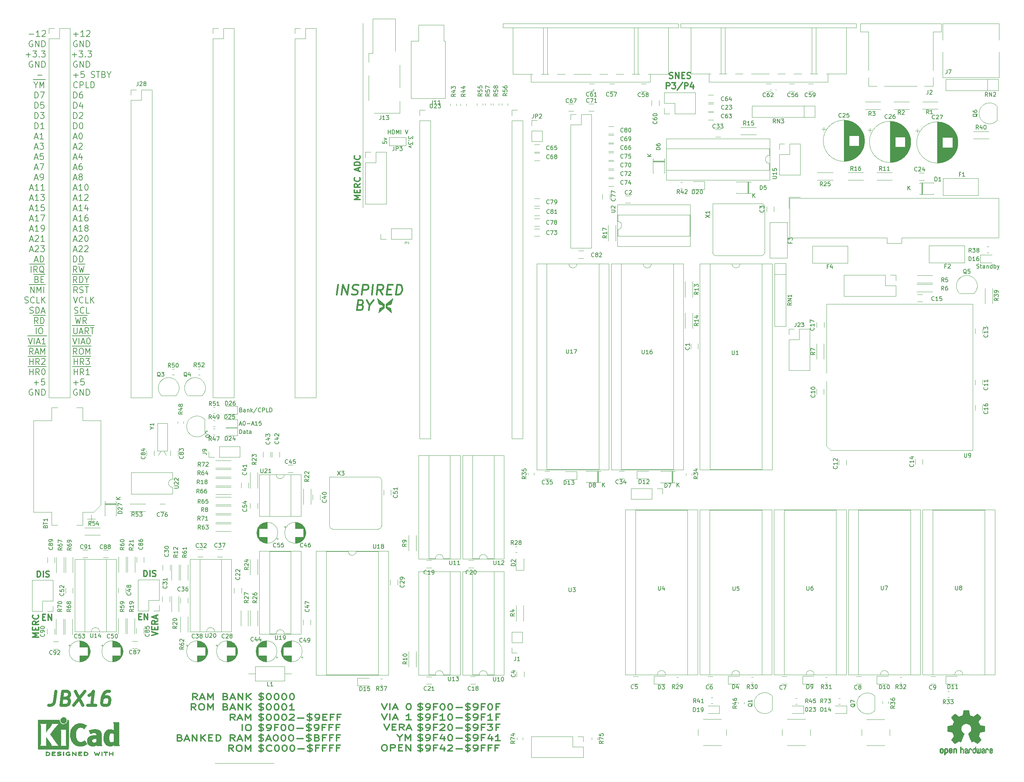
<source format=gto>
G04 #@! TF.GenerationSoftware,KiCad,Pcbnew,(5.1.12)-1*
G04 #@! TF.CreationDate,2022-08-10T22:48:40-07:00*
G04 #@! TF.ProjectId,JBX16,4a425831-362e-46b6-9963-61645f706362,rev?*
G04 #@! TF.SameCoordinates,Original*
G04 #@! TF.FileFunction,Legend,Top*
G04 #@! TF.FilePolarity,Positive*
%FSLAX46Y46*%
G04 Gerber Fmt 4.6, Leading zero omitted, Abs format (unit mm)*
G04 Created by KiCad (PCBNEW (5.1.12)-1) date 2022-08-10 22:48:40*
%MOMM*%
%LPD*%
G01*
G04 APERTURE LIST*
%ADD10C,0.750000*%
%ADD11C,0.120000*%
%ADD12C,0.300000*%
%ADD13C,0.200000*%
%ADD14C,0.150000*%
%ADD15C,0.010000*%
%ADD16C,0.400000*%
%ADD17O,1.700000X1.700000*%
%ADD18R,1.700000X1.700000*%
%ADD19R,1.500000X1.050000*%
%ADD20O,1.500000X1.050000*%
%ADD21O,2.000000X2.000000*%
%ADD22R,2.000000X2.000000*%
%ADD23O,1.400000X1.400000*%
%ADD24C,1.400000*%
%ADD25R,2.000000X1.440000*%
%ADD26O,2.000000X1.440000*%
%ADD27O,1.600000X1.600000*%
%ADD28R,1.600000X1.600000*%
%ADD29C,1.600000*%
%ADD30R,1.000000X1.500000*%
%ADD31R,1.050000X1.500000*%
%ADD32O,1.050000X1.500000*%
%ADD33C,1.000000*%
%ADD34R,3.600000X2.600000*%
%ADD35O,2.700000X3.300000*%
%ADD36C,1.700000*%
%ADD37O,1.400000X3.200000*%
%ADD38C,0.800000*%
%ADD39O,2.000000X3.000000*%
%ADD40C,2.000000*%
%ADD41C,5.700000*%
%ADD42C,1.422400*%
%ADD43R,1.422400X1.422400*%
%ADD44C,1.524000*%
%ADD45R,2.000000X3.000000*%
%ADD46R,3.500000X2.000000*%
%ADD47C,2.800000*%
G04 APERTURE END LIST*
D10*
X43577870Y-192164733D02*
X43265370Y-194664733D01*
X43036204Y-195164733D01*
X42661204Y-195498066D01*
X42140370Y-195664733D01*
X41807037Y-195664733D01*
X46202870Y-193831400D02*
X46682037Y-193998066D01*
X46827870Y-194164733D01*
X46952870Y-194498066D01*
X46890370Y-194998066D01*
X46682037Y-195331400D01*
X46494537Y-195498066D01*
X46140370Y-195664733D01*
X44807037Y-195664733D01*
X45244537Y-192164733D01*
X46411204Y-192164733D01*
X46723704Y-192331400D01*
X46869537Y-192498066D01*
X46994537Y-192831400D01*
X46952870Y-193164733D01*
X46744537Y-193498066D01*
X46557037Y-193664733D01*
X46202870Y-193831400D01*
X45036204Y-193831400D01*
X48411204Y-192164733D02*
X50307037Y-195664733D01*
X50744537Y-192164733D02*
X47973704Y-195664733D01*
X53473704Y-195664733D02*
X51473704Y-195664733D01*
X52473704Y-195664733D02*
X52911204Y-192164733D01*
X52515370Y-192664733D01*
X52140370Y-192998066D01*
X51786204Y-193164733D01*
X56911204Y-192164733D02*
X56244537Y-192164733D01*
X55890370Y-192331400D01*
X55702870Y-192498066D01*
X55307037Y-192998066D01*
X55057037Y-193664733D01*
X54890370Y-194998066D01*
X55015370Y-195331400D01*
X55161204Y-195498066D01*
X55473704Y-195664733D01*
X56140370Y-195664733D01*
X56494537Y-195498066D01*
X56682037Y-195331400D01*
X56890370Y-194998066D01*
X56994537Y-194164733D01*
X56869537Y-193831400D01*
X56723704Y-193664733D01*
X56411204Y-193498066D01*
X55744537Y-193498066D01*
X55390370Y-193664733D01*
X55202870Y-193831400D01*
X54994537Y-194164733D01*
D11*
X83058000Y-210000000D02*
X97713800Y-210000000D01*
D12*
X124392952Y-195246571D02*
X125059619Y-196746571D01*
X125726285Y-195246571D01*
X126392952Y-196746571D02*
X126392952Y-195246571D01*
X127250095Y-196318000D02*
X128202476Y-196318000D01*
X127059619Y-196746571D02*
X127726285Y-195246571D01*
X128392952Y-196746571D01*
X130964380Y-195246571D02*
X131154857Y-195246571D01*
X131345333Y-195318000D01*
X131440571Y-195389428D01*
X131535809Y-195532285D01*
X131631047Y-195818000D01*
X131631047Y-196175142D01*
X131535809Y-196460857D01*
X131440571Y-196603714D01*
X131345333Y-196675142D01*
X131154857Y-196746571D01*
X130964380Y-196746571D01*
X130773904Y-196675142D01*
X130678666Y-196603714D01*
X130583428Y-196460857D01*
X130488190Y-196175142D01*
X130488190Y-195818000D01*
X130583428Y-195532285D01*
X130678666Y-195389428D01*
X130773904Y-195318000D01*
X130964380Y-195246571D01*
X124392952Y-197796571D02*
X125059619Y-199296571D01*
X125726285Y-197796571D01*
X126392952Y-199296571D02*
X126392952Y-197796571D01*
X127250095Y-198868000D02*
X128202476Y-198868000D01*
X127059619Y-199296571D02*
X127726285Y-197796571D01*
X128392952Y-199296571D01*
X131631047Y-199296571D02*
X130488190Y-199296571D01*
X131059619Y-199296571D02*
X131059619Y-197796571D01*
X130869142Y-198010857D01*
X130678666Y-198153714D01*
X130488190Y-198225142D01*
X124964380Y-200346571D02*
X125631047Y-201846571D01*
X126297714Y-200346571D01*
X126964380Y-201060857D02*
X127631047Y-201060857D01*
X127916761Y-201846571D02*
X126964380Y-201846571D01*
X126964380Y-200346571D01*
X127916761Y-200346571D01*
X129916761Y-201846571D02*
X129250095Y-201132285D01*
X128773904Y-201846571D02*
X128773904Y-200346571D01*
X129535809Y-200346571D01*
X129726285Y-200418000D01*
X129821523Y-200489428D01*
X129916761Y-200632285D01*
X129916761Y-200846571D01*
X129821523Y-200989428D01*
X129726285Y-201060857D01*
X129535809Y-201132285D01*
X128773904Y-201132285D01*
X130678666Y-201418000D02*
X131631047Y-201418000D01*
X130488190Y-201846571D02*
X131154857Y-200346571D01*
X131821523Y-201846571D01*
X128869142Y-203682285D02*
X128869142Y-204396571D01*
X128202476Y-202896571D02*
X128869142Y-203682285D01*
X129535809Y-202896571D01*
X130202476Y-204396571D02*
X130202476Y-202896571D01*
X130869142Y-203968000D01*
X131535809Y-202896571D01*
X131535809Y-204396571D01*
X124869142Y-205446571D02*
X125250095Y-205446571D01*
X125440571Y-205518000D01*
X125631047Y-205660857D01*
X125726285Y-205946571D01*
X125726285Y-206446571D01*
X125631047Y-206732285D01*
X125440571Y-206875142D01*
X125250095Y-206946571D01*
X124869142Y-206946571D01*
X124678666Y-206875142D01*
X124488190Y-206732285D01*
X124392952Y-206446571D01*
X124392952Y-205946571D01*
X124488190Y-205660857D01*
X124678666Y-205518000D01*
X124869142Y-205446571D01*
X126583428Y-206946571D02*
X126583428Y-205446571D01*
X127345333Y-205446571D01*
X127535809Y-205518000D01*
X127631047Y-205589428D01*
X127726285Y-205732285D01*
X127726285Y-205946571D01*
X127631047Y-206089428D01*
X127535809Y-206160857D01*
X127345333Y-206232285D01*
X126583428Y-206232285D01*
X128583428Y-206160857D02*
X129250095Y-206160857D01*
X129535809Y-206946571D02*
X128583428Y-206946571D01*
X128583428Y-205446571D01*
X129535809Y-205446571D01*
X130392952Y-206946571D02*
X130392952Y-205446571D01*
X131535809Y-206946571D01*
X131535809Y-205446571D01*
X133341752Y-196725942D02*
X133627466Y-196797371D01*
X134103657Y-196797371D01*
X134294133Y-196725942D01*
X134389371Y-196654514D01*
X134484609Y-196511657D01*
X134484609Y-196368800D01*
X134389371Y-196225942D01*
X134294133Y-196154514D01*
X134103657Y-196083085D01*
X133722704Y-196011657D01*
X133532228Y-195940228D01*
X133436990Y-195868800D01*
X133341752Y-195725942D01*
X133341752Y-195583085D01*
X133436990Y-195440228D01*
X133532228Y-195368800D01*
X133722704Y-195297371D01*
X134198895Y-195297371D01*
X134484609Y-195368800D01*
X133913180Y-195083085D02*
X133913180Y-197011657D01*
X135436990Y-196797371D02*
X135817942Y-196797371D01*
X136008419Y-196725942D01*
X136103657Y-196654514D01*
X136294133Y-196440228D01*
X136389371Y-196154514D01*
X136389371Y-195583085D01*
X136294133Y-195440228D01*
X136198895Y-195368800D01*
X136008419Y-195297371D01*
X135627466Y-195297371D01*
X135436990Y-195368800D01*
X135341752Y-195440228D01*
X135246514Y-195583085D01*
X135246514Y-195940228D01*
X135341752Y-196083085D01*
X135436990Y-196154514D01*
X135627466Y-196225942D01*
X136008419Y-196225942D01*
X136198895Y-196154514D01*
X136294133Y-196083085D01*
X136389371Y-195940228D01*
X137913180Y-196011657D02*
X137246514Y-196011657D01*
X137246514Y-196797371D02*
X137246514Y-195297371D01*
X138198895Y-195297371D01*
X139341752Y-195297371D02*
X139532228Y-195297371D01*
X139722704Y-195368800D01*
X139817942Y-195440228D01*
X139913180Y-195583085D01*
X140008419Y-195868800D01*
X140008419Y-196225942D01*
X139913180Y-196511657D01*
X139817942Y-196654514D01*
X139722704Y-196725942D01*
X139532228Y-196797371D01*
X139341752Y-196797371D01*
X139151276Y-196725942D01*
X139056038Y-196654514D01*
X138960800Y-196511657D01*
X138865561Y-196225942D01*
X138865561Y-195868800D01*
X138960800Y-195583085D01*
X139056038Y-195440228D01*
X139151276Y-195368800D01*
X139341752Y-195297371D01*
X141246514Y-195297371D02*
X141436990Y-195297371D01*
X141627466Y-195368800D01*
X141722704Y-195440228D01*
X141817942Y-195583085D01*
X141913180Y-195868800D01*
X141913180Y-196225942D01*
X141817942Y-196511657D01*
X141722704Y-196654514D01*
X141627466Y-196725942D01*
X141436990Y-196797371D01*
X141246514Y-196797371D01*
X141056038Y-196725942D01*
X140960800Y-196654514D01*
X140865561Y-196511657D01*
X140770323Y-196225942D01*
X140770323Y-195868800D01*
X140865561Y-195583085D01*
X140960800Y-195440228D01*
X141056038Y-195368800D01*
X141246514Y-195297371D01*
X142770323Y-196225942D02*
X144294133Y-196225942D01*
X145151276Y-196725942D02*
X145436990Y-196797371D01*
X145913180Y-196797371D01*
X146103657Y-196725942D01*
X146198895Y-196654514D01*
X146294133Y-196511657D01*
X146294133Y-196368800D01*
X146198895Y-196225942D01*
X146103657Y-196154514D01*
X145913180Y-196083085D01*
X145532228Y-196011657D01*
X145341752Y-195940228D01*
X145246514Y-195868800D01*
X145151276Y-195725942D01*
X145151276Y-195583085D01*
X145246514Y-195440228D01*
X145341752Y-195368800D01*
X145532228Y-195297371D01*
X146008419Y-195297371D01*
X146294133Y-195368800D01*
X145722704Y-195083085D02*
X145722704Y-197011657D01*
X147246514Y-196797371D02*
X147627466Y-196797371D01*
X147817942Y-196725942D01*
X147913180Y-196654514D01*
X148103657Y-196440228D01*
X148198895Y-196154514D01*
X148198895Y-195583085D01*
X148103657Y-195440228D01*
X148008419Y-195368800D01*
X147817942Y-195297371D01*
X147436990Y-195297371D01*
X147246514Y-195368800D01*
X147151276Y-195440228D01*
X147056038Y-195583085D01*
X147056038Y-195940228D01*
X147151276Y-196083085D01*
X147246514Y-196154514D01*
X147436990Y-196225942D01*
X147817942Y-196225942D01*
X148008419Y-196154514D01*
X148103657Y-196083085D01*
X148198895Y-195940228D01*
X149722704Y-196011657D02*
X149056038Y-196011657D01*
X149056038Y-196797371D02*
X149056038Y-195297371D01*
X150008419Y-195297371D01*
X151151276Y-195297371D02*
X151341752Y-195297371D01*
X151532228Y-195368800D01*
X151627466Y-195440228D01*
X151722704Y-195583085D01*
X151817942Y-195868800D01*
X151817942Y-196225942D01*
X151722704Y-196511657D01*
X151627466Y-196654514D01*
X151532228Y-196725942D01*
X151341752Y-196797371D01*
X151151276Y-196797371D01*
X150960800Y-196725942D01*
X150865561Y-196654514D01*
X150770323Y-196511657D01*
X150675085Y-196225942D01*
X150675085Y-195868800D01*
X150770323Y-195583085D01*
X150865561Y-195440228D01*
X150960800Y-195368800D01*
X151151276Y-195297371D01*
X153341752Y-196011657D02*
X152675085Y-196011657D01*
X152675085Y-196797371D02*
X152675085Y-195297371D01*
X153627466Y-195297371D01*
X133341752Y-199275942D02*
X133627466Y-199347371D01*
X134103657Y-199347371D01*
X134294133Y-199275942D01*
X134389371Y-199204514D01*
X134484609Y-199061657D01*
X134484609Y-198918800D01*
X134389371Y-198775942D01*
X134294133Y-198704514D01*
X134103657Y-198633085D01*
X133722704Y-198561657D01*
X133532228Y-198490228D01*
X133436990Y-198418800D01*
X133341752Y-198275942D01*
X133341752Y-198133085D01*
X133436990Y-197990228D01*
X133532228Y-197918800D01*
X133722704Y-197847371D01*
X134198895Y-197847371D01*
X134484609Y-197918800D01*
X133913180Y-197633085D02*
X133913180Y-199561657D01*
X135436990Y-199347371D02*
X135817942Y-199347371D01*
X136008419Y-199275942D01*
X136103657Y-199204514D01*
X136294133Y-198990228D01*
X136389371Y-198704514D01*
X136389371Y-198133085D01*
X136294133Y-197990228D01*
X136198895Y-197918800D01*
X136008419Y-197847371D01*
X135627466Y-197847371D01*
X135436990Y-197918800D01*
X135341752Y-197990228D01*
X135246514Y-198133085D01*
X135246514Y-198490228D01*
X135341752Y-198633085D01*
X135436990Y-198704514D01*
X135627466Y-198775942D01*
X136008419Y-198775942D01*
X136198895Y-198704514D01*
X136294133Y-198633085D01*
X136389371Y-198490228D01*
X137913180Y-198561657D02*
X137246514Y-198561657D01*
X137246514Y-199347371D02*
X137246514Y-197847371D01*
X138198895Y-197847371D01*
X140008419Y-199347371D02*
X138865561Y-199347371D01*
X139436990Y-199347371D02*
X139436990Y-197847371D01*
X139246514Y-198061657D01*
X139056038Y-198204514D01*
X138865561Y-198275942D01*
X141246514Y-197847371D02*
X141436990Y-197847371D01*
X141627466Y-197918800D01*
X141722704Y-197990228D01*
X141817942Y-198133085D01*
X141913180Y-198418800D01*
X141913180Y-198775942D01*
X141817942Y-199061657D01*
X141722704Y-199204514D01*
X141627466Y-199275942D01*
X141436990Y-199347371D01*
X141246514Y-199347371D01*
X141056038Y-199275942D01*
X140960800Y-199204514D01*
X140865561Y-199061657D01*
X140770323Y-198775942D01*
X140770323Y-198418800D01*
X140865561Y-198133085D01*
X140960800Y-197990228D01*
X141056038Y-197918800D01*
X141246514Y-197847371D01*
X142770323Y-198775942D02*
X144294133Y-198775942D01*
X145151276Y-199275942D02*
X145436990Y-199347371D01*
X145913180Y-199347371D01*
X146103657Y-199275942D01*
X146198895Y-199204514D01*
X146294133Y-199061657D01*
X146294133Y-198918800D01*
X146198895Y-198775942D01*
X146103657Y-198704514D01*
X145913180Y-198633085D01*
X145532228Y-198561657D01*
X145341752Y-198490228D01*
X145246514Y-198418800D01*
X145151276Y-198275942D01*
X145151276Y-198133085D01*
X145246514Y-197990228D01*
X145341752Y-197918800D01*
X145532228Y-197847371D01*
X146008419Y-197847371D01*
X146294133Y-197918800D01*
X145722704Y-197633085D02*
X145722704Y-199561657D01*
X147246514Y-199347371D02*
X147627466Y-199347371D01*
X147817942Y-199275942D01*
X147913180Y-199204514D01*
X148103657Y-198990228D01*
X148198895Y-198704514D01*
X148198895Y-198133085D01*
X148103657Y-197990228D01*
X148008419Y-197918800D01*
X147817942Y-197847371D01*
X147436990Y-197847371D01*
X147246514Y-197918800D01*
X147151276Y-197990228D01*
X147056038Y-198133085D01*
X147056038Y-198490228D01*
X147151276Y-198633085D01*
X147246514Y-198704514D01*
X147436990Y-198775942D01*
X147817942Y-198775942D01*
X148008419Y-198704514D01*
X148103657Y-198633085D01*
X148198895Y-198490228D01*
X149722704Y-198561657D02*
X149056038Y-198561657D01*
X149056038Y-199347371D02*
X149056038Y-197847371D01*
X150008419Y-197847371D01*
X151817942Y-199347371D02*
X150675085Y-199347371D01*
X151246514Y-199347371D02*
X151246514Y-197847371D01*
X151056038Y-198061657D01*
X150865561Y-198204514D01*
X150675085Y-198275942D01*
X153341752Y-198561657D02*
X152675085Y-198561657D01*
X152675085Y-199347371D02*
X152675085Y-197847371D01*
X153627466Y-197847371D01*
X133341752Y-201825942D02*
X133627466Y-201897371D01*
X134103657Y-201897371D01*
X134294133Y-201825942D01*
X134389371Y-201754514D01*
X134484609Y-201611657D01*
X134484609Y-201468800D01*
X134389371Y-201325942D01*
X134294133Y-201254514D01*
X134103657Y-201183085D01*
X133722704Y-201111657D01*
X133532228Y-201040228D01*
X133436990Y-200968800D01*
X133341752Y-200825942D01*
X133341752Y-200683085D01*
X133436990Y-200540228D01*
X133532228Y-200468800D01*
X133722704Y-200397371D01*
X134198895Y-200397371D01*
X134484609Y-200468800D01*
X133913180Y-200183085D02*
X133913180Y-202111657D01*
X135436990Y-201897371D02*
X135817942Y-201897371D01*
X136008419Y-201825942D01*
X136103657Y-201754514D01*
X136294133Y-201540228D01*
X136389371Y-201254514D01*
X136389371Y-200683085D01*
X136294133Y-200540228D01*
X136198895Y-200468800D01*
X136008419Y-200397371D01*
X135627466Y-200397371D01*
X135436990Y-200468800D01*
X135341752Y-200540228D01*
X135246514Y-200683085D01*
X135246514Y-201040228D01*
X135341752Y-201183085D01*
X135436990Y-201254514D01*
X135627466Y-201325942D01*
X136008419Y-201325942D01*
X136198895Y-201254514D01*
X136294133Y-201183085D01*
X136389371Y-201040228D01*
X137913180Y-201111657D02*
X137246514Y-201111657D01*
X137246514Y-201897371D02*
X137246514Y-200397371D01*
X138198895Y-200397371D01*
X138865561Y-200540228D02*
X138960800Y-200468800D01*
X139151276Y-200397371D01*
X139627466Y-200397371D01*
X139817942Y-200468800D01*
X139913180Y-200540228D01*
X140008419Y-200683085D01*
X140008419Y-200825942D01*
X139913180Y-201040228D01*
X138770323Y-201897371D01*
X140008419Y-201897371D01*
X141246514Y-200397371D02*
X141436990Y-200397371D01*
X141627466Y-200468800D01*
X141722704Y-200540228D01*
X141817942Y-200683085D01*
X141913180Y-200968800D01*
X141913180Y-201325942D01*
X141817942Y-201611657D01*
X141722704Y-201754514D01*
X141627466Y-201825942D01*
X141436990Y-201897371D01*
X141246514Y-201897371D01*
X141056038Y-201825942D01*
X140960800Y-201754514D01*
X140865561Y-201611657D01*
X140770323Y-201325942D01*
X140770323Y-200968800D01*
X140865561Y-200683085D01*
X140960800Y-200540228D01*
X141056038Y-200468800D01*
X141246514Y-200397371D01*
X142770323Y-201325942D02*
X144294133Y-201325942D01*
X145151276Y-201825942D02*
X145436990Y-201897371D01*
X145913180Y-201897371D01*
X146103657Y-201825942D01*
X146198895Y-201754514D01*
X146294133Y-201611657D01*
X146294133Y-201468800D01*
X146198895Y-201325942D01*
X146103657Y-201254514D01*
X145913180Y-201183085D01*
X145532228Y-201111657D01*
X145341752Y-201040228D01*
X145246514Y-200968800D01*
X145151276Y-200825942D01*
X145151276Y-200683085D01*
X145246514Y-200540228D01*
X145341752Y-200468800D01*
X145532228Y-200397371D01*
X146008419Y-200397371D01*
X146294133Y-200468800D01*
X145722704Y-200183085D02*
X145722704Y-202111657D01*
X147246514Y-201897371D02*
X147627466Y-201897371D01*
X147817942Y-201825942D01*
X147913180Y-201754514D01*
X148103657Y-201540228D01*
X148198895Y-201254514D01*
X148198895Y-200683085D01*
X148103657Y-200540228D01*
X148008419Y-200468800D01*
X147817942Y-200397371D01*
X147436990Y-200397371D01*
X147246514Y-200468800D01*
X147151276Y-200540228D01*
X147056038Y-200683085D01*
X147056038Y-201040228D01*
X147151276Y-201183085D01*
X147246514Y-201254514D01*
X147436990Y-201325942D01*
X147817942Y-201325942D01*
X148008419Y-201254514D01*
X148103657Y-201183085D01*
X148198895Y-201040228D01*
X149722704Y-201111657D02*
X149056038Y-201111657D01*
X149056038Y-201897371D02*
X149056038Y-200397371D01*
X150008419Y-200397371D01*
X150579847Y-200397371D02*
X151817942Y-200397371D01*
X151151276Y-200968800D01*
X151436990Y-200968800D01*
X151627466Y-201040228D01*
X151722704Y-201111657D01*
X151817942Y-201254514D01*
X151817942Y-201611657D01*
X151722704Y-201754514D01*
X151627466Y-201825942D01*
X151436990Y-201897371D01*
X150865561Y-201897371D01*
X150675085Y-201825942D01*
X150579847Y-201754514D01*
X153341752Y-201111657D02*
X152675085Y-201111657D01*
X152675085Y-201897371D02*
X152675085Y-200397371D01*
X153627466Y-200397371D01*
X133341752Y-204375942D02*
X133627466Y-204447371D01*
X134103657Y-204447371D01*
X134294133Y-204375942D01*
X134389371Y-204304514D01*
X134484609Y-204161657D01*
X134484609Y-204018800D01*
X134389371Y-203875942D01*
X134294133Y-203804514D01*
X134103657Y-203733085D01*
X133722704Y-203661657D01*
X133532228Y-203590228D01*
X133436990Y-203518800D01*
X133341752Y-203375942D01*
X133341752Y-203233085D01*
X133436990Y-203090228D01*
X133532228Y-203018800D01*
X133722704Y-202947371D01*
X134198895Y-202947371D01*
X134484609Y-203018800D01*
X133913180Y-202733085D02*
X133913180Y-204661657D01*
X135436990Y-204447371D02*
X135817942Y-204447371D01*
X136008419Y-204375942D01*
X136103657Y-204304514D01*
X136294133Y-204090228D01*
X136389371Y-203804514D01*
X136389371Y-203233085D01*
X136294133Y-203090228D01*
X136198895Y-203018800D01*
X136008419Y-202947371D01*
X135627466Y-202947371D01*
X135436990Y-203018800D01*
X135341752Y-203090228D01*
X135246514Y-203233085D01*
X135246514Y-203590228D01*
X135341752Y-203733085D01*
X135436990Y-203804514D01*
X135627466Y-203875942D01*
X136008419Y-203875942D01*
X136198895Y-203804514D01*
X136294133Y-203733085D01*
X136389371Y-203590228D01*
X137913180Y-203661657D02*
X137246514Y-203661657D01*
X137246514Y-204447371D02*
X137246514Y-202947371D01*
X138198895Y-202947371D01*
X139817942Y-203447371D02*
X139817942Y-204447371D01*
X139341752Y-202875942D02*
X138865561Y-203947371D01*
X140103657Y-203947371D01*
X141246514Y-202947371D02*
X141436990Y-202947371D01*
X141627466Y-203018800D01*
X141722704Y-203090228D01*
X141817942Y-203233085D01*
X141913180Y-203518800D01*
X141913180Y-203875942D01*
X141817942Y-204161657D01*
X141722704Y-204304514D01*
X141627466Y-204375942D01*
X141436990Y-204447371D01*
X141246514Y-204447371D01*
X141056038Y-204375942D01*
X140960800Y-204304514D01*
X140865561Y-204161657D01*
X140770323Y-203875942D01*
X140770323Y-203518800D01*
X140865561Y-203233085D01*
X140960800Y-203090228D01*
X141056038Y-203018800D01*
X141246514Y-202947371D01*
X142770323Y-203875942D02*
X144294133Y-203875942D01*
X145151276Y-204375942D02*
X145436990Y-204447371D01*
X145913180Y-204447371D01*
X146103657Y-204375942D01*
X146198895Y-204304514D01*
X146294133Y-204161657D01*
X146294133Y-204018800D01*
X146198895Y-203875942D01*
X146103657Y-203804514D01*
X145913180Y-203733085D01*
X145532228Y-203661657D01*
X145341752Y-203590228D01*
X145246514Y-203518800D01*
X145151276Y-203375942D01*
X145151276Y-203233085D01*
X145246514Y-203090228D01*
X145341752Y-203018800D01*
X145532228Y-202947371D01*
X146008419Y-202947371D01*
X146294133Y-203018800D01*
X145722704Y-202733085D02*
X145722704Y-204661657D01*
X147246514Y-204447371D02*
X147627466Y-204447371D01*
X147817942Y-204375942D01*
X147913180Y-204304514D01*
X148103657Y-204090228D01*
X148198895Y-203804514D01*
X148198895Y-203233085D01*
X148103657Y-203090228D01*
X148008419Y-203018800D01*
X147817942Y-202947371D01*
X147436990Y-202947371D01*
X147246514Y-203018800D01*
X147151276Y-203090228D01*
X147056038Y-203233085D01*
X147056038Y-203590228D01*
X147151276Y-203733085D01*
X147246514Y-203804514D01*
X147436990Y-203875942D01*
X147817942Y-203875942D01*
X148008419Y-203804514D01*
X148103657Y-203733085D01*
X148198895Y-203590228D01*
X149722704Y-203661657D02*
X149056038Y-203661657D01*
X149056038Y-204447371D02*
X149056038Y-202947371D01*
X150008419Y-202947371D01*
X151627466Y-203447371D02*
X151627466Y-204447371D01*
X151151276Y-202875942D02*
X150675085Y-203947371D01*
X151913180Y-203947371D01*
X153722704Y-204447371D02*
X152579847Y-204447371D01*
X153151276Y-204447371D02*
X153151276Y-202947371D01*
X152960800Y-203161657D01*
X152770323Y-203304514D01*
X152579847Y-203375942D01*
X133341752Y-206925942D02*
X133627466Y-206997371D01*
X134103657Y-206997371D01*
X134294133Y-206925942D01*
X134389371Y-206854514D01*
X134484609Y-206711657D01*
X134484609Y-206568800D01*
X134389371Y-206425942D01*
X134294133Y-206354514D01*
X134103657Y-206283085D01*
X133722704Y-206211657D01*
X133532228Y-206140228D01*
X133436990Y-206068800D01*
X133341752Y-205925942D01*
X133341752Y-205783085D01*
X133436990Y-205640228D01*
X133532228Y-205568800D01*
X133722704Y-205497371D01*
X134198895Y-205497371D01*
X134484609Y-205568800D01*
X133913180Y-205283085D02*
X133913180Y-207211657D01*
X135436990Y-206997371D02*
X135817942Y-206997371D01*
X136008419Y-206925942D01*
X136103657Y-206854514D01*
X136294133Y-206640228D01*
X136389371Y-206354514D01*
X136389371Y-205783085D01*
X136294133Y-205640228D01*
X136198895Y-205568800D01*
X136008419Y-205497371D01*
X135627466Y-205497371D01*
X135436990Y-205568800D01*
X135341752Y-205640228D01*
X135246514Y-205783085D01*
X135246514Y-206140228D01*
X135341752Y-206283085D01*
X135436990Y-206354514D01*
X135627466Y-206425942D01*
X136008419Y-206425942D01*
X136198895Y-206354514D01*
X136294133Y-206283085D01*
X136389371Y-206140228D01*
X137913180Y-206211657D02*
X137246514Y-206211657D01*
X137246514Y-206997371D02*
X137246514Y-205497371D01*
X138198895Y-205497371D01*
X139817942Y-205997371D02*
X139817942Y-206997371D01*
X139341752Y-205425942D02*
X138865561Y-206497371D01*
X140103657Y-206497371D01*
X140770323Y-205640228D02*
X140865561Y-205568800D01*
X141056038Y-205497371D01*
X141532228Y-205497371D01*
X141722704Y-205568800D01*
X141817942Y-205640228D01*
X141913180Y-205783085D01*
X141913180Y-205925942D01*
X141817942Y-206140228D01*
X140675085Y-206997371D01*
X141913180Y-206997371D01*
X142770323Y-206425942D02*
X144294133Y-206425942D01*
X145151276Y-206925942D02*
X145436990Y-206997371D01*
X145913180Y-206997371D01*
X146103657Y-206925942D01*
X146198895Y-206854514D01*
X146294133Y-206711657D01*
X146294133Y-206568800D01*
X146198895Y-206425942D01*
X146103657Y-206354514D01*
X145913180Y-206283085D01*
X145532228Y-206211657D01*
X145341752Y-206140228D01*
X145246514Y-206068800D01*
X145151276Y-205925942D01*
X145151276Y-205783085D01*
X145246514Y-205640228D01*
X145341752Y-205568800D01*
X145532228Y-205497371D01*
X146008419Y-205497371D01*
X146294133Y-205568800D01*
X145722704Y-205283085D02*
X145722704Y-207211657D01*
X147246514Y-206997371D02*
X147627466Y-206997371D01*
X147817942Y-206925942D01*
X147913180Y-206854514D01*
X148103657Y-206640228D01*
X148198895Y-206354514D01*
X148198895Y-205783085D01*
X148103657Y-205640228D01*
X148008419Y-205568800D01*
X147817942Y-205497371D01*
X147436990Y-205497371D01*
X147246514Y-205568800D01*
X147151276Y-205640228D01*
X147056038Y-205783085D01*
X147056038Y-206140228D01*
X147151276Y-206283085D01*
X147246514Y-206354514D01*
X147436990Y-206425942D01*
X147817942Y-206425942D01*
X148008419Y-206354514D01*
X148103657Y-206283085D01*
X148198895Y-206140228D01*
X149722704Y-206211657D02*
X149056038Y-206211657D01*
X149056038Y-206997371D02*
X149056038Y-205497371D01*
X150008419Y-205497371D01*
X151436990Y-206211657D02*
X150770323Y-206211657D01*
X150770323Y-206997371D02*
X150770323Y-205497371D01*
X151722704Y-205497371D01*
X153151276Y-206211657D02*
X152484609Y-206211657D01*
X152484609Y-206997371D02*
X152484609Y-205497371D01*
X153436990Y-205497371D01*
X67377571Y-178390228D02*
X68877571Y-177890228D01*
X67377571Y-177390228D01*
X68091857Y-176890228D02*
X68091857Y-176390228D01*
X68877571Y-176175942D02*
X68877571Y-176890228D01*
X67377571Y-176890228D01*
X67377571Y-176175942D01*
X68877571Y-174675942D02*
X68163285Y-175175942D01*
X68877571Y-175533085D02*
X67377571Y-175533085D01*
X67377571Y-174961657D01*
X67449000Y-174818800D01*
X67520428Y-174747371D01*
X67663285Y-174675942D01*
X67877571Y-174675942D01*
X68020428Y-174747371D01*
X68091857Y-174818800D01*
X68163285Y-174961657D01*
X68163285Y-175533085D01*
X68449000Y-174104514D02*
X68449000Y-173390228D01*
X68877571Y-174247371D02*
X67377571Y-173747371D01*
X68877571Y-173247371D01*
X64170857Y-173705057D02*
X64670857Y-173705057D01*
X64885142Y-174490771D02*
X64170857Y-174490771D01*
X64170857Y-172990771D01*
X64885142Y-172990771D01*
X65528000Y-174490771D02*
X65528000Y-172990771D01*
X66385142Y-174490771D01*
X66385142Y-172990771D01*
X65413914Y-163746571D02*
X65413914Y-162246571D01*
X65771057Y-162246571D01*
X65985342Y-162318000D01*
X66128200Y-162460857D01*
X66199628Y-162603714D01*
X66271057Y-162889428D01*
X66271057Y-163103714D01*
X66199628Y-163389428D01*
X66128200Y-163532285D01*
X65985342Y-163675142D01*
X65771057Y-163746571D01*
X65413914Y-163746571D01*
X66913914Y-163746571D02*
X66913914Y-162246571D01*
X67556771Y-163675142D02*
X67771057Y-163746571D01*
X68128200Y-163746571D01*
X68271057Y-163675142D01*
X68342485Y-163603714D01*
X68413914Y-163460857D01*
X68413914Y-163318000D01*
X68342485Y-163175142D01*
X68271057Y-163103714D01*
X68128200Y-163032285D01*
X67842485Y-162960857D01*
X67699628Y-162889428D01*
X67628200Y-162818000D01*
X67556771Y-162675142D01*
X67556771Y-162532285D01*
X67628200Y-162389428D01*
X67699628Y-162318000D01*
X67842485Y-162246571D01*
X68199628Y-162246571D01*
X68413914Y-162318000D01*
X40320257Y-173806657D02*
X40820257Y-173806657D01*
X41034542Y-174592371D02*
X40320257Y-174592371D01*
X40320257Y-173092371D01*
X41034542Y-173092371D01*
X41677400Y-174592371D02*
X41677400Y-173092371D01*
X42534542Y-174592371D01*
X42534542Y-173092371D01*
X38997914Y-163898971D02*
X38997914Y-162398971D01*
X39355057Y-162398971D01*
X39569342Y-162470400D01*
X39712200Y-162613257D01*
X39783628Y-162756114D01*
X39855057Y-163041828D01*
X39855057Y-163256114D01*
X39783628Y-163541828D01*
X39712200Y-163684685D01*
X39569342Y-163827542D01*
X39355057Y-163898971D01*
X38997914Y-163898971D01*
X40497914Y-163898971D02*
X40497914Y-162398971D01*
X41140771Y-163827542D02*
X41355057Y-163898971D01*
X41712200Y-163898971D01*
X41855057Y-163827542D01*
X41926485Y-163756114D01*
X41997914Y-163613257D01*
X41997914Y-163470400D01*
X41926485Y-163327542D01*
X41855057Y-163256114D01*
X41712200Y-163184685D01*
X41426485Y-163113257D01*
X41283628Y-163041828D01*
X41212200Y-162970400D01*
X41140771Y-162827542D01*
X41140771Y-162684685D01*
X41212200Y-162541828D01*
X41283628Y-162470400D01*
X41426485Y-162398971D01*
X41783628Y-162398971D01*
X41997914Y-162470400D01*
X39337371Y-178751371D02*
X37837371Y-178751371D01*
X38908800Y-178251371D01*
X37837371Y-177751371D01*
X39337371Y-177751371D01*
X38551657Y-177037085D02*
X38551657Y-176537085D01*
X39337371Y-176322800D02*
X39337371Y-177037085D01*
X37837371Y-177037085D01*
X37837371Y-176322800D01*
X39337371Y-174822800D02*
X38623085Y-175322800D01*
X39337371Y-175679942D02*
X37837371Y-175679942D01*
X37837371Y-175108514D01*
X37908800Y-174965657D01*
X37980228Y-174894228D01*
X38123085Y-174822800D01*
X38337371Y-174822800D01*
X38480228Y-174894228D01*
X38551657Y-174965657D01*
X38623085Y-175108514D01*
X38623085Y-175679942D01*
X39194514Y-173322800D02*
X39265942Y-173394228D01*
X39337371Y-173608514D01*
X39337371Y-173751371D01*
X39265942Y-173965657D01*
X39123085Y-174108514D01*
X38980228Y-174179942D01*
X38694514Y-174251371D01*
X38480228Y-174251371D01*
X38194514Y-174179942D01*
X38051657Y-174108514D01*
X37908800Y-173965657D01*
X37837371Y-173751371D01*
X37837371Y-173608514D01*
X37908800Y-173394228D01*
X37980228Y-173322800D01*
X119042571Y-70340657D02*
X117542571Y-70340657D01*
X118614000Y-69840657D01*
X117542571Y-69340657D01*
X119042571Y-69340657D01*
X118256857Y-68626371D02*
X118256857Y-68126371D01*
X119042571Y-67912085D02*
X119042571Y-68626371D01*
X117542571Y-68626371D01*
X117542571Y-67912085D01*
X119042571Y-66412085D02*
X118328285Y-66912085D01*
X119042571Y-67269228D02*
X117542571Y-67269228D01*
X117542571Y-66697800D01*
X117614000Y-66554942D01*
X117685428Y-66483514D01*
X117828285Y-66412085D01*
X118042571Y-66412085D01*
X118185428Y-66483514D01*
X118256857Y-66554942D01*
X118328285Y-66697800D01*
X118328285Y-67269228D01*
X118899714Y-64912085D02*
X118971142Y-64983514D01*
X119042571Y-65197800D01*
X119042571Y-65340657D01*
X118971142Y-65554942D01*
X118828285Y-65697800D01*
X118685428Y-65769228D01*
X118399714Y-65840657D01*
X118185428Y-65840657D01*
X117899714Y-65769228D01*
X117756857Y-65697800D01*
X117614000Y-65554942D01*
X117542571Y-65340657D01*
X117542571Y-65197800D01*
X117614000Y-64983514D01*
X117685428Y-64912085D01*
X118614000Y-63197800D02*
X118614000Y-62483514D01*
X119042571Y-63340657D02*
X117542571Y-62840657D01*
X119042571Y-62340657D01*
X119042571Y-61840657D02*
X117542571Y-61840657D01*
X117542571Y-61483514D01*
X117614000Y-61269228D01*
X117756857Y-61126371D01*
X117899714Y-61054942D01*
X118185428Y-60983514D01*
X118399714Y-60983514D01*
X118685428Y-61054942D01*
X118828285Y-61126371D01*
X118971142Y-61269228D01*
X119042571Y-61483514D01*
X119042571Y-61840657D01*
X118899714Y-59483514D02*
X118971142Y-59554942D01*
X119042571Y-59769228D01*
X119042571Y-59912085D01*
X118971142Y-60126371D01*
X118828285Y-60269228D01*
X118685428Y-60340657D01*
X118399714Y-60412085D01*
X118185428Y-60412085D01*
X117899714Y-60340657D01*
X117756857Y-60269228D01*
X117614000Y-60126371D01*
X117542571Y-59912085D01*
X117542571Y-59769228D01*
X117614000Y-59554942D01*
X117685428Y-59483514D01*
X195665257Y-40251542D02*
X195879542Y-40322971D01*
X196236685Y-40322971D01*
X196379542Y-40251542D01*
X196450971Y-40180114D01*
X196522400Y-40037257D01*
X196522400Y-39894400D01*
X196450971Y-39751542D01*
X196379542Y-39680114D01*
X196236685Y-39608685D01*
X195950971Y-39537257D01*
X195808114Y-39465828D01*
X195736685Y-39394400D01*
X195665257Y-39251542D01*
X195665257Y-39108685D01*
X195736685Y-38965828D01*
X195808114Y-38894400D01*
X195950971Y-38822971D01*
X196308114Y-38822971D01*
X196522400Y-38894400D01*
X197165257Y-40322971D02*
X197165257Y-38822971D01*
X198022400Y-40322971D01*
X198022400Y-38822971D01*
X198736685Y-39537257D02*
X199236685Y-39537257D01*
X199450971Y-40322971D02*
X198736685Y-40322971D01*
X198736685Y-38822971D01*
X199450971Y-38822971D01*
X200022400Y-40251542D02*
X200236685Y-40322971D01*
X200593828Y-40322971D01*
X200736685Y-40251542D01*
X200808114Y-40180114D01*
X200879542Y-40037257D01*
X200879542Y-39894400D01*
X200808114Y-39751542D01*
X200736685Y-39680114D01*
X200593828Y-39608685D01*
X200308114Y-39537257D01*
X200165257Y-39465828D01*
X200093828Y-39394400D01*
X200022400Y-39251542D01*
X200022400Y-39108685D01*
X200093828Y-38965828D01*
X200165257Y-38894400D01*
X200308114Y-38822971D01*
X200665257Y-38822971D01*
X200879542Y-38894400D01*
X194915257Y-42872971D02*
X194915257Y-41372971D01*
X195486685Y-41372971D01*
X195629542Y-41444400D01*
X195700971Y-41515828D01*
X195772400Y-41658685D01*
X195772400Y-41872971D01*
X195700971Y-42015828D01*
X195629542Y-42087257D01*
X195486685Y-42158685D01*
X194915257Y-42158685D01*
X196272400Y-41372971D02*
X197200971Y-41372971D01*
X196700971Y-41944400D01*
X196915257Y-41944400D01*
X197058114Y-42015828D01*
X197129542Y-42087257D01*
X197200971Y-42230114D01*
X197200971Y-42587257D01*
X197129542Y-42730114D01*
X197058114Y-42801542D01*
X196915257Y-42872971D01*
X196486685Y-42872971D01*
X196343828Y-42801542D01*
X196272400Y-42730114D01*
X198915257Y-41301542D02*
X197629542Y-43230114D01*
X199415257Y-42872971D02*
X199415257Y-41372971D01*
X199986685Y-41372971D01*
X200129542Y-41444400D01*
X200200971Y-41515828D01*
X200272400Y-41658685D01*
X200272400Y-41872971D01*
X200200971Y-42015828D01*
X200129542Y-42087257D01*
X199986685Y-42158685D01*
X199415257Y-42158685D01*
X201558114Y-41872971D02*
X201558114Y-42872971D01*
X201200971Y-41301542D02*
X200843828Y-42372971D01*
X201772400Y-42372971D01*
D13*
X48869742Y-117410800D02*
X48726885Y-117339371D01*
X48512600Y-117339371D01*
X48298314Y-117410800D01*
X48155457Y-117553657D01*
X48084028Y-117696514D01*
X48012600Y-117982228D01*
X48012600Y-118196514D01*
X48084028Y-118482228D01*
X48155457Y-118625085D01*
X48298314Y-118767942D01*
X48512600Y-118839371D01*
X48655457Y-118839371D01*
X48869742Y-118767942D01*
X48941171Y-118696514D01*
X48941171Y-118196514D01*
X48655457Y-118196514D01*
X49584028Y-118839371D02*
X49584028Y-117339371D01*
X50441171Y-118839371D01*
X50441171Y-117339371D01*
X51155457Y-118839371D02*
X51155457Y-117339371D01*
X51512600Y-117339371D01*
X51726885Y-117410800D01*
X51869742Y-117553657D01*
X51941171Y-117696514D01*
X52012600Y-117982228D01*
X52012600Y-118196514D01*
X51941171Y-118482228D01*
X51869742Y-118625085D01*
X51726885Y-118767942D01*
X51512600Y-118839371D01*
X51155457Y-118839371D01*
X48015685Y-115727942D02*
X49158542Y-115727942D01*
X48587114Y-116299371D02*
X48587114Y-115156514D01*
X50587114Y-114799371D02*
X49872828Y-114799371D01*
X49801400Y-115513657D01*
X49872828Y-115442228D01*
X50015685Y-115370800D01*
X50372828Y-115370800D01*
X50515685Y-115442228D01*
X50587114Y-115513657D01*
X50658542Y-115656514D01*
X50658542Y-116013657D01*
X50587114Y-116156514D01*
X50515685Y-116227942D01*
X50372828Y-116299371D01*
X50015685Y-116299371D01*
X49872828Y-116227942D01*
X49801400Y-116156514D01*
X47762600Y-111740800D02*
X49334028Y-111740800D01*
X48119742Y-113759371D02*
X48119742Y-112259371D01*
X48119742Y-112973657D02*
X48976885Y-112973657D01*
X48976885Y-113759371D02*
X48976885Y-112259371D01*
X49334028Y-111740800D02*
X50834028Y-111740800D01*
X50548314Y-113759371D02*
X50048314Y-113045085D01*
X49691171Y-113759371D02*
X49691171Y-112259371D01*
X50262600Y-112259371D01*
X50405457Y-112330800D01*
X50476885Y-112402228D01*
X50548314Y-112545085D01*
X50548314Y-112759371D01*
X50476885Y-112902228D01*
X50405457Y-112973657D01*
X50262600Y-113045085D01*
X49691171Y-113045085D01*
X50834028Y-111740800D02*
X52262600Y-111740800D01*
X51976885Y-113759371D02*
X51119742Y-113759371D01*
X51548314Y-113759371D02*
X51548314Y-112259371D01*
X51405457Y-112473657D01*
X51262600Y-112616514D01*
X51119742Y-112687942D01*
X47762600Y-109200800D02*
X49334028Y-109200800D01*
X48119742Y-111219371D02*
X48119742Y-109719371D01*
X48119742Y-110433657D02*
X48976885Y-110433657D01*
X48976885Y-111219371D02*
X48976885Y-109719371D01*
X49334028Y-109200800D02*
X50834028Y-109200800D01*
X50548314Y-111219371D02*
X50048314Y-110505085D01*
X49691171Y-111219371D02*
X49691171Y-109719371D01*
X50262600Y-109719371D01*
X50405457Y-109790800D01*
X50476885Y-109862228D01*
X50548314Y-110005085D01*
X50548314Y-110219371D01*
X50476885Y-110362228D01*
X50405457Y-110433657D01*
X50262600Y-110505085D01*
X49691171Y-110505085D01*
X50834028Y-109200800D02*
X52262600Y-109200800D01*
X51048314Y-109719371D02*
X51976885Y-109719371D01*
X51476885Y-110290800D01*
X51691171Y-110290800D01*
X51834028Y-110362228D01*
X51905457Y-110433657D01*
X51976885Y-110576514D01*
X51976885Y-110933657D01*
X51905457Y-111076514D01*
X51834028Y-111147942D01*
X51691171Y-111219371D01*
X51262600Y-111219371D01*
X51119742Y-111147942D01*
X51048314Y-111076514D01*
X47619742Y-106660800D02*
X49119742Y-106660800D01*
X48834028Y-108679371D02*
X48334028Y-107965085D01*
X47976885Y-108679371D02*
X47976885Y-107179371D01*
X48548314Y-107179371D01*
X48691171Y-107250800D01*
X48762600Y-107322228D01*
X48834028Y-107465085D01*
X48834028Y-107679371D01*
X48762600Y-107822228D01*
X48691171Y-107893657D01*
X48548314Y-107965085D01*
X47976885Y-107965085D01*
X49119742Y-106660800D02*
X50691171Y-106660800D01*
X49762600Y-107179371D02*
X50048314Y-107179371D01*
X50191171Y-107250800D01*
X50334028Y-107393657D01*
X50405457Y-107679371D01*
X50405457Y-108179371D01*
X50334028Y-108465085D01*
X50191171Y-108607942D01*
X50048314Y-108679371D01*
X49762600Y-108679371D01*
X49619742Y-108607942D01*
X49476885Y-108465085D01*
X49405457Y-108179371D01*
X49405457Y-107679371D01*
X49476885Y-107393657D01*
X49619742Y-107250800D01*
X49762600Y-107179371D01*
X50691171Y-106660800D02*
X52405457Y-106660800D01*
X51048314Y-108679371D02*
X51048314Y-107179371D01*
X51548314Y-108250800D01*
X52048314Y-107179371D01*
X52048314Y-108679371D01*
X47680857Y-104120800D02*
X48966571Y-104120800D01*
X47823714Y-104639371D02*
X48323714Y-106139371D01*
X48823714Y-104639371D01*
X48966571Y-104120800D02*
X49680857Y-104120800D01*
X49323714Y-106139371D02*
X49323714Y-104639371D01*
X49680857Y-104120800D02*
X50966571Y-104120800D01*
X49966571Y-105710800D02*
X50680857Y-105710800D01*
X49823714Y-106139371D02*
X50323714Y-104639371D01*
X50823714Y-106139371D01*
X50966571Y-104120800D02*
X52395142Y-104120800D01*
X51609428Y-104639371D02*
X51752285Y-104639371D01*
X51895142Y-104710800D01*
X51966571Y-104782228D01*
X52038000Y-104925085D01*
X52109428Y-105210800D01*
X52109428Y-105567942D01*
X52038000Y-105853657D01*
X51966571Y-105996514D01*
X51895142Y-106067942D01*
X51752285Y-106139371D01*
X51609428Y-106139371D01*
X51466571Y-106067942D01*
X51395142Y-105996514D01*
X51323714Y-105853657D01*
X51252285Y-105567942D01*
X51252285Y-105210800D01*
X51323714Y-104925085D01*
X51395142Y-104782228D01*
X51466571Y-104710800D01*
X51609428Y-104639371D01*
X47669000Y-101580800D02*
X49240428Y-101580800D01*
X48026142Y-102099371D02*
X48026142Y-103313657D01*
X48097571Y-103456514D01*
X48169000Y-103527942D01*
X48311857Y-103599371D01*
X48597571Y-103599371D01*
X48740428Y-103527942D01*
X48811857Y-103456514D01*
X48883285Y-103313657D01*
X48883285Y-102099371D01*
X49240428Y-101580800D02*
X50526142Y-101580800D01*
X49526142Y-103170800D02*
X50240428Y-103170800D01*
X49383285Y-103599371D02*
X49883285Y-102099371D01*
X50383285Y-103599371D01*
X50526142Y-101580800D02*
X52026142Y-101580800D01*
X51740428Y-103599371D02*
X51240428Y-102885085D01*
X50883285Y-103599371D02*
X50883285Y-102099371D01*
X51454714Y-102099371D01*
X51597571Y-102170800D01*
X51669000Y-102242228D01*
X51740428Y-102385085D01*
X51740428Y-102599371D01*
X51669000Y-102742228D01*
X51597571Y-102813657D01*
X51454714Y-102885085D01*
X50883285Y-102885085D01*
X52026142Y-101580800D02*
X53169000Y-101580800D01*
X52169000Y-102099371D02*
X53026142Y-102099371D01*
X52597571Y-103599371D02*
X52597571Y-102099371D01*
X48238657Y-99040800D02*
X49952942Y-99040800D01*
X48452942Y-99559371D02*
X48810085Y-101059371D01*
X49095800Y-99987942D01*
X49381514Y-101059371D01*
X49738657Y-99559371D01*
X49952942Y-99040800D02*
X51452942Y-99040800D01*
X51167228Y-101059371D02*
X50667228Y-100345085D01*
X50310085Y-101059371D02*
X50310085Y-99559371D01*
X50881514Y-99559371D01*
X51024371Y-99630800D01*
X51095800Y-99702228D01*
X51167228Y-99845085D01*
X51167228Y-100059371D01*
X51095800Y-100202228D01*
X51024371Y-100273657D01*
X50881514Y-100345085D01*
X50310085Y-100345085D01*
X48226885Y-98447942D02*
X48441171Y-98519371D01*
X48798314Y-98519371D01*
X48941171Y-98447942D01*
X49012600Y-98376514D01*
X49084028Y-98233657D01*
X49084028Y-98090800D01*
X49012600Y-97947942D01*
X48941171Y-97876514D01*
X48798314Y-97805085D01*
X48512600Y-97733657D01*
X48369742Y-97662228D01*
X48298314Y-97590800D01*
X48226885Y-97447942D01*
X48226885Y-97305085D01*
X48298314Y-97162228D01*
X48369742Y-97090800D01*
X48512600Y-97019371D01*
X48869742Y-97019371D01*
X49084028Y-97090800D01*
X50584028Y-98376514D02*
X50512600Y-98447942D01*
X50298314Y-98519371D01*
X50155457Y-98519371D01*
X49941171Y-98447942D01*
X49798314Y-98305085D01*
X49726885Y-98162228D01*
X49655457Y-97876514D01*
X49655457Y-97662228D01*
X49726885Y-97376514D01*
X49798314Y-97233657D01*
X49941171Y-97090800D01*
X50155457Y-97019371D01*
X50298314Y-97019371D01*
X50512600Y-97090800D01*
X50584028Y-97162228D01*
X51941171Y-98519371D02*
X51226885Y-98519371D01*
X51226885Y-97019371D01*
X48015057Y-94479371D02*
X48515057Y-95979371D01*
X49015057Y-94479371D01*
X50372200Y-95836514D02*
X50300771Y-95907942D01*
X50086485Y-95979371D01*
X49943628Y-95979371D01*
X49729342Y-95907942D01*
X49586485Y-95765085D01*
X49515057Y-95622228D01*
X49443628Y-95336514D01*
X49443628Y-95122228D01*
X49515057Y-94836514D01*
X49586485Y-94693657D01*
X49729342Y-94550800D01*
X49943628Y-94479371D01*
X50086485Y-94479371D01*
X50300771Y-94550800D01*
X50372200Y-94622228D01*
X51729342Y-95979371D02*
X51015057Y-95979371D01*
X51015057Y-94479371D01*
X52229342Y-95979371D02*
X52229342Y-94479371D01*
X53086485Y-95979371D02*
X52443628Y-95122228D01*
X53086485Y-94479371D02*
X52229342Y-95336514D01*
X47748285Y-91420800D02*
X49248285Y-91420800D01*
X48962571Y-93439371D02*
X48462571Y-92725085D01*
X48105428Y-93439371D02*
X48105428Y-91939371D01*
X48676857Y-91939371D01*
X48819714Y-92010800D01*
X48891142Y-92082228D01*
X48962571Y-92225085D01*
X48962571Y-92439371D01*
X48891142Y-92582228D01*
X48819714Y-92653657D01*
X48676857Y-92725085D01*
X48105428Y-92725085D01*
X49248285Y-91420800D02*
X50676857Y-91420800D01*
X49534000Y-93367942D02*
X49748285Y-93439371D01*
X50105428Y-93439371D01*
X50248285Y-93367942D01*
X50319714Y-93296514D01*
X50391142Y-93153657D01*
X50391142Y-93010800D01*
X50319714Y-92867942D01*
X50248285Y-92796514D01*
X50105428Y-92725085D01*
X49819714Y-92653657D01*
X49676857Y-92582228D01*
X49605428Y-92510800D01*
X49534000Y-92367942D01*
X49534000Y-92225085D01*
X49605428Y-92082228D01*
X49676857Y-92010800D01*
X49819714Y-91939371D01*
X50176857Y-91939371D01*
X50391142Y-92010800D01*
X50676857Y-91420800D02*
X51819714Y-91420800D01*
X50819714Y-91939371D02*
X51676857Y-91939371D01*
X51248285Y-93439371D02*
X51248285Y-91939371D01*
X47641142Y-88880800D02*
X49141142Y-88880800D01*
X48855428Y-90899371D02*
X48355428Y-90185085D01*
X47998285Y-90899371D02*
X47998285Y-89399371D01*
X48569714Y-89399371D01*
X48712571Y-89470800D01*
X48784000Y-89542228D01*
X48855428Y-89685085D01*
X48855428Y-89899371D01*
X48784000Y-90042228D01*
X48712571Y-90113657D01*
X48569714Y-90185085D01*
X47998285Y-90185085D01*
X49141142Y-88880800D02*
X50641142Y-88880800D01*
X49498285Y-90899371D02*
X49498285Y-89399371D01*
X49855428Y-89399371D01*
X50069714Y-89470800D01*
X50212571Y-89613657D01*
X50284000Y-89756514D01*
X50355428Y-90042228D01*
X50355428Y-90256514D01*
X50284000Y-90542228D01*
X50212571Y-90685085D01*
X50069714Y-90827942D01*
X49855428Y-90899371D01*
X49498285Y-90899371D01*
X50641142Y-88880800D02*
X51926857Y-88880800D01*
X51284000Y-90185085D02*
X51284000Y-90899371D01*
X50784000Y-89399371D02*
X51284000Y-90185085D01*
X51784000Y-89399371D01*
X48832342Y-88359371D02*
X48332342Y-87645085D01*
X47975200Y-88359371D02*
X47975200Y-86859371D01*
X48546628Y-86859371D01*
X48689485Y-86930800D01*
X48760914Y-87002228D01*
X48832342Y-87145085D01*
X48832342Y-87359371D01*
X48760914Y-87502228D01*
X48689485Y-87573657D01*
X48546628Y-87645085D01*
X47975200Y-87645085D01*
X49118057Y-86340800D02*
X50832342Y-86340800D01*
X49332342Y-86859371D02*
X49689485Y-88359371D01*
X49975200Y-87287942D01*
X50260914Y-88359371D01*
X50618057Y-86859371D01*
X47980742Y-85819371D02*
X47980742Y-84319371D01*
X48337885Y-84319371D01*
X48552171Y-84390800D01*
X48695028Y-84533657D01*
X48766457Y-84676514D01*
X48837885Y-84962228D01*
X48837885Y-85176514D01*
X48766457Y-85462228D01*
X48695028Y-85605085D01*
X48552171Y-85747942D01*
X48337885Y-85819371D01*
X47980742Y-85819371D01*
X49480742Y-85819371D02*
X49480742Y-84319371D01*
X49837885Y-84319371D01*
X50052171Y-84390800D01*
X50195028Y-84533657D01*
X50266457Y-84676514D01*
X50337885Y-84962228D01*
X50337885Y-85176514D01*
X50266457Y-85462228D01*
X50195028Y-85605085D01*
X50052171Y-85747942D01*
X49837885Y-85819371D01*
X49480742Y-85819371D01*
X48049085Y-82850800D02*
X48763371Y-82850800D01*
X47906228Y-83279371D02*
X48406228Y-81779371D01*
X48906228Y-83279371D01*
X49334800Y-81922228D02*
X49406228Y-81850800D01*
X49549085Y-81779371D01*
X49906228Y-81779371D01*
X50049085Y-81850800D01*
X50120514Y-81922228D01*
X50191942Y-82065085D01*
X50191942Y-82207942D01*
X50120514Y-82422228D01*
X49263371Y-83279371D01*
X50191942Y-83279371D01*
X50763371Y-81922228D02*
X50834800Y-81850800D01*
X50977657Y-81779371D01*
X51334800Y-81779371D01*
X51477657Y-81850800D01*
X51549085Y-81922228D01*
X51620514Y-82065085D01*
X51620514Y-82207942D01*
X51549085Y-82422228D01*
X50691942Y-83279371D01*
X51620514Y-83279371D01*
X48049085Y-80310800D02*
X48763371Y-80310800D01*
X47906228Y-80739371D02*
X48406228Y-79239371D01*
X48906228Y-80739371D01*
X49334800Y-79382228D02*
X49406228Y-79310800D01*
X49549085Y-79239371D01*
X49906228Y-79239371D01*
X50049085Y-79310800D01*
X50120514Y-79382228D01*
X50191942Y-79525085D01*
X50191942Y-79667942D01*
X50120514Y-79882228D01*
X49263371Y-80739371D01*
X50191942Y-80739371D01*
X51120514Y-79239371D02*
X51263371Y-79239371D01*
X51406228Y-79310800D01*
X51477657Y-79382228D01*
X51549085Y-79525085D01*
X51620514Y-79810800D01*
X51620514Y-80167942D01*
X51549085Y-80453657D01*
X51477657Y-80596514D01*
X51406228Y-80667942D01*
X51263371Y-80739371D01*
X51120514Y-80739371D01*
X50977657Y-80667942D01*
X50906228Y-80596514D01*
X50834800Y-80453657D01*
X50763371Y-80167942D01*
X50763371Y-79810800D01*
X50834800Y-79525085D01*
X50906228Y-79382228D01*
X50977657Y-79310800D01*
X51120514Y-79239371D01*
X48049085Y-77770800D02*
X48763371Y-77770800D01*
X47906228Y-78199371D02*
X48406228Y-76699371D01*
X48906228Y-78199371D01*
X50191942Y-78199371D02*
X49334800Y-78199371D01*
X49763371Y-78199371D02*
X49763371Y-76699371D01*
X49620514Y-76913657D01*
X49477657Y-77056514D01*
X49334800Y-77127942D01*
X51049085Y-77342228D02*
X50906228Y-77270800D01*
X50834800Y-77199371D01*
X50763371Y-77056514D01*
X50763371Y-76985085D01*
X50834800Y-76842228D01*
X50906228Y-76770800D01*
X51049085Y-76699371D01*
X51334800Y-76699371D01*
X51477657Y-76770800D01*
X51549085Y-76842228D01*
X51620514Y-76985085D01*
X51620514Y-77056514D01*
X51549085Y-77199371D01*
X51477657Y-77270800D01*
X51334800Y-77342228D01*
X51049085Y-77342228D01*
X50906228Y-77413657D01*
X50834800Y-77485085D01*
X50763371Y-77627942D01*
X50763371Y-77913657D01*
X50834800Y-78056514D01*
X50906228Y-78127942D01*
X51049085Y-78199371D01*
X51334800Y-78199371D01*
X51477657Y-78127942D01*
X51549085Y-78056514D01*
X51620514Y-77913657D01*
X51620514Y-77627942D01*
X51549085Y-77485085D01*
X51477657Y-77413657D01*
X51334800Y-77342228D01*
X48049085Y-75230800D02*
X48763371Y-75230800D01*
X47906228Y-75659371D02*
X48406228Y-74159371D01*
X48906228Y-75659371D01*
X50191942Y-75659371D02*
X49334800Y-75659371D01*
X49763371Y-75659371D02*
X49763371Y-74159371D01*
X49620514Y-74373657D01*
X49477657Y-74516514D01*
X49334800Y-74587942D01*
X51477657Y-74159371D02*
X51191942Y-74159371D01*
X51049085Y-74230800D01*
X50977657Y-74302228D01*
X50834800Y-74516514D01*
X50763371Y-74802228D01*
X50763371Y-75373657D01*
X50834800Y-75516514D01*
X50906228Y-75587942D01*
X51049085Y-75659371D01*
X51334800Y-75659371D01*
X51477657Y-75587942D01*
X51549085Y-75516514D01*
X51620514Y-75373657D01*
X51620514Y-75016514D01*
X51549085Y-74873657D01*
X51477657Y-74802228D01*
X51334800Y-74730800D01*
X51049085Y-74730800D01*
X50906228Y-74802228D01*
X50834800Y-74873657D01*
X50763371Y-75016514D01*
X48049085Y-72690800D02*
X48763371Y-72690800D01*
X47906228Y-73119371D02*
X48406228Y-71619371D01*
X48906228Y-73119371D01*
X50191942Y-73119371D02*
X49334800Y-73119371D01*
X49763371Y-73119371D02*
X49763371Y-71619371D01*
X49620514Y-71833657D01*
X49477657Y-71976514D01*
X49334800Y-72047942D01*
X51477657Y-72119371D02*
X51477657Y-73119371D01*
X51120514Y-71547942D02*
X50763371Y-72619371D01*
X51691942Y-72619371D01*
X48049085Y-70150800D02*
X48763371Y-70150800D01*
X47906228Y-70579371D02*
X48406228Y-69079371D01*
X48906228Y-70579371D01*
X50191942Y-70579371D02*
X49334800Y-70579371D01*
X49763371Y-70579371D02*
X49763371Y-69079371D01*
X49620514Y-69293657D01*
X49477657Y-69436514D01*
X49334800Y-69507942D01*
X50763371Y-69222228D02*
X50834800Y-69150800D01*
X50977657Y-69079371D01*
X51334800Y-69079371D01*
X51477657Y-69150800D01*
X51549085Y-69222228D01*
X51620514Y-69365085D01*
X51620514Y-69507942D01*
X51549085Y-69722228D01*
X50691942Y-70579371D01*
X51620514Y-70579371D01*
X48049085Y-67610800D02*
X48763371Y-67610800D01*
X47906228Y-68039371D02*
X48406228Y-66539371D01*
X48906228Y-68039371D01*
X50191942Y-68039371D02*
X49334800Y-68039371D01*
X49763371Y-68039371D02*
X49763371Y-66539371D01*
X49620514Y-66753657D01*
X49477657Y-66896514D01*
X49334800Y-66967942D01*
X51120514Y-66539371D02*
X51263371Y-66539371D01*
X51406228Y-66610800D01*
X51477657Y-66682228D01*
X51549085Y-66825085D01*
X51620514Y-67110800D01*
X51620514Y-67467942D01*
X51549085Y-67753657D01*
X51477657Y-67896514D01*
X51406228Y-67967942D01*
X51263371Y-68039371D01*
X51120514Y-68039371D01*
X50977657Y-67967942D01*
X50906228Y-67896514D01*
X50834800Y-67753657D01*
X50763371Y-67467942D01*
X50763371Y-67110800D01*
X50834800Y-66825085D01*
X50906228Y-66682228D01*
X50977657Y-66610800D01*
X51120514Y-66539371D01*
X48052171Y-65070800D02*
X48766457Y-65070800D01*
X47909314Y-65499371D02*
X48409314Y-63999371D01*
X48909314Y-65499371D01*
X49623600Y-64642228D02*
X49480742Y-64570800D01*
X49409314Y-64499371D01*
X49337885Y-64356514D01*
X49337885Y-64285085D01*
X49409314Y-64142228D01*
X49480742Y-64070800D01*
X49623600Y-63999371D01*
X49909314Y-63999371D01*
X50052171Y-64070800D01*
X50123600Y-64142228D01*
X50195028Y-64285085D01*
X50195028Y-64356514D01*
X50123600Y-64499371D01*
X50052171Y-64570800D01*
X49909314Y-64642228D01*
X49623600Y-64642228D01*
X49480742Y-64713657D01*
X49409314Y-64785085D01*
X49337885Y-64927942D01*
X49337885Y-65213657D01*
X49409314Y-65356514D01*
X49480742Y-65427942D01*
X49623600Y-65499371D01*
X49909314Y-65499371D01*
X50052171Y-65427942D01*
X50123600Y-65356514D01*
X50195028Y-65213657D01*
X50195028Y-64927942D01*
X50123600Y-64785085D01*
X50052171Y-64713657D01*
X49909314Y-64642228D01*
X48052171Y-62530800D02*
X48766457Y-62530800D01*
X47909314Y-62959371D02*
X48409314Y-61459371D01*
X48909314Y-62959371D01*
X50052171Y-61459371D02*
X49766457Y-61459371D01*
X49623600Y-61530800D01*
X49552171Y-61602228D01*
X49409314Y-61816514D01*
X49337885Y-62102228D01*
X49337885Y-62673657D01*
X49409314Y-62816514D01*
X49480742Y-62887942D01*
X49623600Y-62959371D01*
X49909314Y-62959371D01*
X50052171Y-62887942D01*
X50123600Y-62816514D01*
X50195028Y-62673657D01*
X50195028Y-62316514D01*
X50123600Y-62173657D01*
X50052171Y-62102228D01*
X49909314Y-62030800D01*
X49623600Y-62030800D01*
X49480742Y-62102228D01*
X49409314Y-62173657D01*
X49337885Y-62316514D01*
X48052171Y-59990800D02*
X48766457Y-59990800D01*
X47909314Y-60419371D02*
X48409314Y-58919371D01*
X48909314Y-60419371D01*
X50052171Y-59419371D02*
X50052171Y-60419371D01*
X49695028Y-58847942D02*
X49337885Y-59919371D01*
X50266457Y-59919371D01*
X48052171Y-57450800D02*
X48766457Y-57450800D01*
X47909314Y-57879371D02*
X48409314Y-56379371D01*
X48909314Y-57879371D01*
X49337885Y-56522228D02*
X49409314Y-56450800D01*
X49552171Y-56379371D01*
X49909314Y-56379371D01*
X50052171Y-56450800D01*
X50123600Y-56522228D01*
X50195028Y-56665085D01*
X50195028Y-56807942D01*
X50123600Y-57022228D01*
X49266457Y-57879371D01*
X50195028Y-57879371D01*
X48052171Y-54910800D02*
X48766457Y-54910800D01*
X47909314Y-55339371D02*
X48409314Y-53839371D01*
X48909314Y-55339371D01*
X49695028Y-53839371D02*
X49837885Y-53839371D01*
X49980742Y-53910800D01*
X50052171Y-53982228D01*
X50123600Y-54125085D01*
X50195028Y-54410800D01*
X50195028Y-54767942D01*
X50123600Y-55053657D01*
X50052171Y-55196514D01*
X49980742Y-55267942D01*
X49837885Y-55339371D01*
X49695028Y-55339371D01*
X49552171Y-55267942D01*
X49480742Y-55196514D01*
X49409314Y-55053657D01*
X49337885Y-54767942D01*
X49337885Y-54410800D01*
X49409314Y-54125085D01*
X49480742Y-53982228D01*
X49552171Y-53910800D01*
X49695028Y-53839371D01*
X48016457Y-52799371D02*
X48016457Y-51299371D01*
X48373600Y-51299371D01*
X48587885Y-51370800D01*
X48730742Y-51513657D01*
X48802171Y-51656514D01*
X48873600Y-51942228D01*
X48873600Y-52156514D01*
X48802171Y-52442228D01*
X48730742Y-52585085D01*
X48587885Y-52727942D01*
X48373600Y-52799371D01*
X48016457Y-52799371D01*
X49802171Y-51299371D02*
X49945028Y-51299371D01*
X50087885Y-51370800D01*
X50159314Y-51442228D01*
X50230742Y-51585085D01*
X50302171Y-51870800D01*
X50302171Y-52227942D01*
X50230742Y-52513657D01*
X50159314Y-52656514D01*
X50087885Y-52727942D01*
X49945028Y-52799371D01*
X49802171Y-52799371D01*
X49659314Y-52727942D01*
X49587885Y-52656514D01*
X49516457Y-52513657D01*
X49445028Y-52227942D01*
X49445028Y-51870800D01*
X49516457Y-51585085D01*
X49587885Y-51442228D01*
X49659314Y-51370800D01*
X49802171Y-51299371D01*
X48016457Y-50259371D02*
X48016457Y-48759371D01*
X48373600Y-48759371D01*
X48587885Y-48830800D01*
X48730742Y-48973657D01*
X48802171Y-49116514D01*
X48873600Y-49402228D01*
X48873600Y-49616514D01*
X48802171Y-49902228D01*
X48730742Y-50045085D01*
X48587885Y-50187942D01*
X48373600Y-50259371D01*
X48016457Y-50259371D01*
X49445028Y-48902228D02*
X49516457Y-48830800D01*
X49659314Y-48759371D01*
X50016457Y-48759371D01*
X50159314Y-48830800D01*
X50230742Y-48902228D01*
X50302171Y-49045085D01*
X50302171Y-49187942D01*
X50230742Y-49402228D01*
X49373600Y-50259371D01*
X50302171Y-50259371D01*
X48016457Y-47719371D02*
X48016457Y-46219371D01*
X48373600Y-46219371D01*
X48587885Y-46290800D01*
X48730742Y-46433657D01*
X48802171Y-46576514D01*
X48873600Y-46862228D01*
X48873600Y-47076514D01*
X48802171Y-47362228D01*
X48730742Y-47505085D01*
X48587885Y-47647942D01*
X48373600Y-47719371D01*
X48016457Y-47719371D01*
X50159314Y-46719371D02*
X50159314Y-47719371D01*
X49802171Y-46147942D02*
X49445028Y-47219371D01*
X50373600Y-47219371D01*
X48016457Y-45179371D02*
X48016457Y-43679371D01*
X48373600Y-43679371D01*
X48587885Y-43750800D01*
X48730742Y-43893657D01*
X48802171Y-44036514D01*
X48873600Y-44322228D01*
X48873600Y-44536514D01*
X48802171Y-44822228D01*
X48730742Y-44965085D01*
X48587885Y-45107942D01*
X48373600Y-45179371D01*
X48016457Y-45179371D01*
X50159314Y-43679371D02*
X49873600Y-43679371D01*
X49730742Y-43750800D01*
X49659314Y-43822228D01*
X49516457Y-44036514D01*
X49445028Y-44322228D01*
X49445028Y-44893657D01*
X49516457Y-45036514D01*
X49587885Y-45107942D01*
X49730742Y-45179371D01*
X50016457Y-45179371D01*
X50159314Y-45107942D01*
X50230742Y-45036514D01*
X50302171Y-44893657D01*
X50302171Y-44536514D01*
X50230742Y-44393657D01*
X50159314Y-44322228D01*
X50016457Y-44250800D01*
X49730742Y-44250800D01*
X49587885Y-44322228D01*
X49516457Y-44393657D01*
X49445028Y-44536514D01*
X48953942Y-42496514D02*
X48882514Y-42567942D01*
X48668228Y-42639371D01*
X48525371Y-42639371D01*
X48311085Y-42567942D01*
X48168228Y-42425085D01*
X48096800Y-42282228D01*
X48025371Y-41996514D01*
X48025371Y-41782228D01*
X48096800Y-41496514D01*
X48168228Y-41353657D01*
X48311085Y-41210800D01*
X48525371Y-41139371D01*
X48668228Y-41139371D01*
X48882514Y-41210800D01*
X48953942Y-41282228D01*
X49596800Y-42639371D02*
X49596800Y-41139371D01*
X50168228Y-41139371D01*
X50311085Y-41210800D01*
X50382514Y-41282228D01*
X50453942Y-41425085D01*
X50453942Y-41639371D01*
X50382514Y-41782228D01*
X50311085Y-41853657D01*
X50168228Y-41925085D01*
X49596800Y-41925085D01*
X51811085Y-42639371D02*
X51096800Y-42639371D01*
X51096800Y-41139371D01*
X52311085Y-42639371D02*
X52311085Y-41139371D01*
X52668228Y-41139371D01*
X52882514Y-41210800D01*
X53025371Y-41353657D01*
X53096800Y-41496514D01*
X53168228Y-41782228D01*
X53168228Y-41996514D01*
X53096800Y-42282228D01*
X53025371Y-42425085D01*
X52882514Y-42567942D01*
X52668228Y-42639371D01*
X52311085Y-42639371D01*
X48016885Y-39527942D02*
X49159742Y-39527942D01*
X48588314Y-40099371D02*
X48588314Y-38956514D01*
X50588314Y-38599371D02*
X49874028Y-38599371D01*
X49802600Y-39313657D01*
X49874028Y-39242228D01*
X50016885Y-39170800D01*
X50374028Y-39170800D01*
X50516885Y-39242228D01*
X50588314Y-39313657D01*
X50659742Y-39456514D01*
X50659742Y-39813657D01*
X50588314Y-39956514D01*
X50516885Y-40027942D01*
X50374028Y-40099371D01*
X50016885Y-40099371D01*
X49874028Y-40027942D01*
X49802600Y-39956514D01*
X52374028Y-40027942D02*
X52588314Y-40099371D01*
X52945457Y-40099371D01*
X53088314Y-40027942D01*
X53159742Y-39956514D01*
X53231171Y-39813657D01*
X53231171Y-39670800D01*
X53159742Y-39527942D01*
X53088314Y-39456514D01*
X52945457Y-39385085D01*
X52659742Y-39313657D01*
X52516885Y-39242228D01*
X52445457Y-39170800D01*
X52374028Y-39027942D01*
X52374028Y-38885085D01*
X52445457Y-38742228D01*
X52516885Y-38670800D01*
X52659742Y-38599371D01*
X53016885Y-38599371D01*
X53231171Y-38670800D01*
X53659742Y-38599371D02*
X54516885Y-38599371D01*
X54088314Y-40099371D02*
X54088314Y-38599371D01*
X55516885Y-39313657D02*
X55731171Y-39385085D01*
X55802600Y-39456514D01*
X55874028Y-39599371D01*
X55874028Y-39813657D01*
X55802600Y-39956514D01*
X55731171Y-40027942D01*
X55588314Y-40099371D01*
X55016885Y-40099371D01*
X55016885Y-38599371D01*
X55516885Y-38599371D01*
X55659742Y-38670800D01*
X55731171Y-38742228D01*
X55802600Y-38885085D01*
X55802600Y-39027942D01*
X55731171Y-39170800D01*
X55659742Y-39242228D01*
X55516885Y-39313657D01*
X55016885Y-39313657D01*
X56802600Y-39385085D02*
X56802600Y-40099371D01*
X56302600Y-38599371D02*
X56802600Y-39385085D01*
X57302600Y-38599371D01*
X48869742Y-36130800D02*
X48726885Y-36059371D01*
X48512600Y-36059371D01*
X48298314Y-36130800D01*
X48155457Y-36273657D01*
X48084028Y-36416514D01*
X48012600Y-36702228D01*
X48012600Y-36916514D01*
X48084028Y-37202228D01*
X48155457Y-37345085D01*
X48298314Y-37487942D01*
X48512600Y-37559371D01*
X48655457Y-37559371D01*
X48869742Y-37487942D01*
X48941171Y-37416514D01*
X48941171Y-36916514D01*
X48655457Y-36916514D01*
X49584028Y-37559371D02*
X49584028Y-36059371D01*
X50441171Y-37559371D01*
X50441171Y-36059371D01*
X51155457Y-37559371D02*
X51155457Y-36059371D01*
X51512600Y-36059371D01*
X51726885Y-36130800D01*
X51869742Y-36273657D01*
X51941171Y-36416514D01*
X52012600Y-36702228D01*
X52012600Y-36916514D01*
X51941171Y-37202228D01*
X51869742Y-37345085D01*
X51726885Y-37487942D01*
X51512600Y-37559371D01*
X51155457Y-37559371D01*
X47655457Y-34447942D02*
X48798314Y-34447942D01*
X48226885Y-35019371D02*
X48226885Y-33876514D01*
X49369742Y-33519371D02*
X50298314Y-33519371D01*
X49798314Y-34090800D01*
X50012600Y-34090800D01*
X50155457Y-34162228D01*
X50226885Y-34233657D01*
X50298314Y-34376514D01*
X50298314Y-34733657D01*
X50226885Y-34876514D01*
X50155457Y-34947942D01*
X50012600Y-35019371D01*
X49584028Y-35019371D01*
X49441171Y-34947942D01*
X49369742Y-34876514D01*
X50941171Y-34876514D02*
X51012600Y-34947942D01*
X50941171Y-35019371D01*
X50869742Y-34947942D01*
X50941171Y-34876514D01*
X50941171Y-35019371D01*
X51512600Y-33519371D02*
X52441171Y-33519371D01*
X51941171Y-34090800D01*
X52155457Y-34090800D01*
X52298314Y-34162228D01*
X52369742Y-34233657D01*
X52441171Y-34376514D01*
X52441171Y-34733657D01*
X52369742Y-34876514D01*
X52298314Y-34947942D01*
X52155457Y-35019371D01*
X51726885Y-35019371D01*
X51584028Y-34947942D01*
X51512600Y-34876514D01*
X48869742Y-31050800D02*
X48726885Y-30979371D01*
X48512600Y-30979371D01*
X48298314Y-31050800D01*
X48155457Y-31193657D01*
X48084028Y-31336514D01*
X48012600Y-31622228D01*
X48012600Y-31836514D01*
X48084028Y-32122228D01*
X48155457Y-32265085D01*
X48298314Y-32407942D01*
X48512600Y-32479371D01*
X48655457Y-32479371D01*
X48869742Y-32407942D01*
X48941171Y-32336514D01*
X48941171Y-31836514D01*
X48655457Y-31836514D01*
X49584028Y-32479371D02*
X49584028Y-30979371D01*
X50441171Y-32479371D01*
X50441171Y-30979371D01*
X51155457Y-32479371D02*
X51155457Y-30979371D01*
X51512600Y-30979371D01*
X51726885Y-31050800D01*
X51869742Y-31193657D01*
X51941171Y-31336514D01*
X52012600Y-31622228D01*
X52012600Y-31836514D01*
X51941171Y-32122228D01*
X51869742Y-32265085D01*
X51726885Y-32407942D01*
X51512600Y-32479371D01*
X51155457Y-32479371D01*
X48012600Y-29367942D02*
X49155457Y-29367942D01*
X48584028Y-29939371D02*
X48584028Y-28796514D01*
X50655457Y-29939371D02*
X49798314Y-29939371D01*
X50226885Y-29939371D02*
X50226885Y-28439371D01*
X50084028Y-28653657D01*
X49941171Y-28796514D01*
X49798314Y-28867942D01*
X51226885Y-28582228D02*
X51298314Y-28510800D01*
X51441171Y-28439371D01*
X51798314Y-28439371D01*
X51941171Y-28510800D01*
X52012600Y-28582228D01*
X52084028Y-28725085D01*
X52084028Y-28867942D01*
X52012600Y-29082228D01*
X51155457Y-29939371D01*
X52084028Y-29939371D01*
X37000000Y-29367942D02*
X38142857Y-29367942D01*
X39642857Y-29939371D02*
X38785714Y-29939371D01*
X39214285Y-29939371D02*
X39214285Y-28439371D01*
X39071428Y-28653657D01*
X38928571Y-28796514D01*
X38785714Y-28867942D01*
X40214285Y-28582228D02*
X40285714Y-28510800D01*
X40428571Y-28439371D01*
X40785714Y-28439371D01*
X40928571Y-28510800D01*
X41000000Y-28582228D01*
X41071428Y-28725085D01*
X41071428Y-28867942D01*
X41000000Y-29082228D01*
X40142857Y-29939371D01*
X41071428Y-29939371D01*
X37857142Y-31050800D02*
X37714285Y-30979371D01*
X37500000Y-30979371D01*
X37285714Y-31050800D01*
X37142857Y-31193657D01*
X37071428Y-31336514D01*
X37000000Y-31622228D01*
X37000000Y-31836514D01*
X37071428Y-32122228D01*
X37142857Y-32265085D01*
X37285714Y-32407942D01*
X37500000Y-32479371D01*
X37642857Y-32479371D01*
X37857142Y-32407942D01*
X37928571Y-32336514D01*
X37928571Y-31836514D01*
X37642857Y-31836514D01*
X38571428Y-32479371D02*
X38571428Y-30979371D01*
X39428571Y-32479371D01*
X39428571Y-30979371D01*
X40142857Y-32479371D02*
X40142857Y-30979371D01*
X40500000Y-30979371D01*
X40714285Y-31050800D01*
X40857142Y-31193657D01*
X40928571Y-31336514D01*
X41000000Y-31622228D01*
X41000000Y-31836514D01*
X40928571Y-32122228D01*
X40857142Y-32265085D01*
X40714285Y-32407942D01*
X40500000Y-32479371D01*
X40142857Y-32479371D01*
X36200057Y-34447942D02*
X37342914Y-34447942D01*
X36771485Y-35019371D02*
X36771485Y-33876514D01*
X37914342Y-33519371D02*
X38842914Y-33519371D01*
X38342914Y-34090800D01*
X38557200Y-34090800D01*
X38700057Y-34162228D01*
X38771485Y-34233657D01*
X38842914Y-34376514D01*
X38842914Y-34733657D01*
X38771485Y-34876514D01*
X38700057Y-34947942D01*
X38557200Y-35019371D01*
X38128628Y-35019371D01*
X37985771Y-34947942D01*
X37914342Y-34876514D01*
X39485771Y-34876514D02*
X39557200Y-34947942D01*
X39485771Y-35019371D01*
X39414342Y-34947942D01*
X39485771Y-34876514D01*
X39485771Y-35019371D01*
X40057200Y-33519371D02*
X40985771Y-33519371D01*
X40485771Y-34090800D01*
X40700057Y-34090800D01*
X40842914Y-34162228D01*
X40914342Y-34233657D01*
X40985771Y-34376514D01*
X40985771Y-34733657D01*
X40914342Y-34876514D01*
X40842914Y-34947942D01*
X40700057Y-35019371D01*
X40271485Y-35019371D01*
X40128628Y-34947942D01*
X40057200Y-34876514D01*
X37857142Y-36130800D02*
X37714285Y-36059371D01*
X37500000Y-36059371D01*
X37285714Y-36130800D01*
X37142857Y-36273657D01*
X37071428Y-36416514D01*
X37000000Y-36702228D01*
X37000000Y-36916514D01*
X37071428Y-37202228D01*
X37142857Y-37345085D01*
X37285714Y-37487942D01*
X37500000Y-37559371D01*
X37642857Y-37559371D01*
X37857142Y-37487942D01*
X37928571Y-37416514D01*
X37928571Y-36916514D01*
X37642857Y-36916514D01*
X38571428Y-37559371D02*
X38571428Y-36059371D01*
X39428571Y-37559371D01*
X39428571Y-36059371D01*
X40142857Y-37559371D02*
X40142857Y-36059371D01*
X40500000Y-36059371D01*
X40714285Y-36130800D01*
X40857142Y-36273657D01*
X40928571Y-36416514D01*
X41000000Y-36702228D01*
X41000000Y-36916514D01*
X40928571Y-37202228D01*
X40857142Y-37345085D01*
X40714285Y-37487942D01*
X40500000Y-37559371D01*
X40142857Y-37559371D01*
X39077971Y-39527942D02*
X40220828Y-39527942D01*
X38000000Y-40620800D02*
X39285714Y-40620800D01*
X38642857Y-41925085D02*
X38642857Y-42639371D01*
X38142857Y-41139371D02*
X38642857Y-41925085D01*
X39142857Y-41139371D01*
X39285714Y-40620800D02*
X41000000Y-40620800D01*
X39642857Y-42639371D02*
X39642857Y-41139371D01*
X40142857Y-42210800D01*
X40642857Y-41139371D01*
X40642857Y-42639371D01*
X38392857Y-45179371D02*
X38392857Y-43679371D01*
X38750000Y-43679371D01*
X38964285Y-43750800D01*
X39107142Y-43893657D01*
X39178571Y-44036514D01*
X39250000Y-44322228D01*
X39250000Y-44536514D01*
X39178571Y-44822228D01*
X39107142Y-44965085D01*
X38964285Y-45107942D01*
X38750000Y-45179371D01*
X38392857Y-45179371D01*
X39750000Y-43679371D02*
X40750000Y-43679371D01*
X40107142Y-45179371D01*
X38392857Y-47719371D02*
X38392857Y-46219371D01*
X38750000Y-46219371D01*
X38964285Y-46290800D01*
X39107142Y-46433657D01*
X39178571Y-46576514D01*
X39250000Y-46862228D01*
X39250000Y-47076514D01*
X39178571Y-47362228D01*
X39107142Y-47505085D01*
X38964285Y-47647942D01*
X38750000Y-47719371D01*
X38392857Y-47719371D01*
X40607142Y-46219371D02*
X39892857Y-46219371D01*
X39821428Y-46933657D01*
X39892857Y-46862228D01*
X40035714Y-46790800D01*
X40392857Y-46790800D01*
X40535714Y-46862228D01*
X40607142Y-46933657D01*
X40678571Y-47076514D01*
X40678571Y-47433657D01*
X40607142Y-47576514D01*
X40535714Y-47647942D01*
X40392857Y-47719371D01*
X40035714Y-47719371D01*
X39892857Y-47647942D01*
X39821428Y-47576514D01*
X38392857Y-50259371D02*
X38392857Y-48759371D01*
X38750000Y-48759371D01*
X38964285Y-48830800D01*
X39107142Y-48973657D01*
X39178571Y-49116514D01*
X39250000Y-49402228D01*
X39250000Y-49616514D01*
X39178571Y-49902228D01*
X39107142Y-50045085D01*
X38964285Y-50187942D01*
X38750000Y-50259371D01*
X38392857Y-50259371D01*
X39750000Y-48759371D02*
X40678571Y-48759371D01*
X40178571Y-49330800D01*
X40392857Y-49330800D01*
X40535714Y-49402228D01*
X40607142Y-49473657D01*
X40678571Y-49616514D01*
X40678571Y-49973657D01*
X40607142Y-50116514D01*
X40535714Y-50187942D01*
X40392857Y-50259371D01*
X39964285Y-50259371D01*
X39821428Y-50187942D01*
X39750000Y-50116514D01*
X38392857Y-52799371D02*
X38392857Y-51299371D01*
X38750000Y-51299371D01*
X38964285Y-51370800D01*
X39107142Y-51513657D01*
X39178571Y-51656514D01*
X39250000Y-51942228D01*
X39250000Y-52156514D01*
X39178571Y-52442228D01*
X39107142Y-52585085D01*
X38964285Y-52727942D01*
X38750000Y-52799371D01*
X38392857Y-52799371D01*
X40678571Y-52799371D02*
X39821428Y-52799371D01*
X40250000Y-52799371D02*
X40250000Y-51299371D01*
X40107142Y-51513657D01*
X39964285Y-51656514D01*
X39821428Y-51727942D01*
X38428571Y-54910800D02*
X39142857Y-54910800D01*
X38285714Y-55339371D02*
X38785714Y-53839371D01*
X39285714Y-55339371D01*
X40571428Y-55339371D02*
X39714285Y-55339371D01*
X40142857Y-55339371D02*
X40142857Y-53839371D01*
X40000000Y-54053657D01*
X39857142Y-54196514D01*
X39714285Y-54267942D01*
X38428571Y-57450800D02*
X39142857Y-57450800D01*
X38285714Y-57879371D02*
X38785714Y-56379371D01*
X39285714Y-57879371D01*
X39642857Y-56379371D02*
X40571428Y-56379371D01*
X40071428Y-56950800D01*
X40285714Y-56950800D01*
X40428571Y-57022228D01*
X40500000Y-57093657D01*
X40571428Y-57236514D01*
X40571428Y-57593657D01*
X40500000Y-57736514D01*
X40428571Y-57807942D01*
X40285714Y-57879371D01*
X39857142Y-57879371D01*
X39714285Y-57807942D01*
X39642857Y-57736514D01*
X38428571Y-59990800D02*
X39142857Y-59990800D01*
X38285714Y-60419371D02*
X38785714Y-58919371D01*
X39285714Y-60419371D01*
X40500000Y-58919371D02*
X39785714Y-58919371D01*
X39714285Y-59633657D01*
X39785714Y-59562228D01*
X39928571Y-59490800D01*
X40285714Y-59490800D01*
X40428571Y-59562228D01*
X40500000Y-59633657D01*
X40571428Y-59776514D01*
X40571428Y-60133657D01*
X40500000Y-60276514D01*
X40428571Y-60347942D01*
X40285714Y-60419371D01*
X39928571Y-60419371D01*
X39785714Y-60347942D01*
X39714285Y-60276514D01*
X38428571Y-62530800D02*
X39142857Y-62530800D01*
X38285714Y-62959371D02*
X38785714Y-61459371D01*
X39285714Y-62959371D01*
X39642857Y-61459371D02*
X40642857Y-61459371D01*
X40000000Y-62959371D01*
X38428571Y-65070800D02*
X39142857Y-65070800D01*
X38285714Y-65499371D02*
X38785714Y-63999371D01*
X39285714Y-65499371D01*
X39857142Y-65499371D02*
X40142857Y-65499371D01*
X40285714Y-65427942D01*
X40357142Y-65356514D01*
X40500000Y-65142228D01*
X40571428Y-64856514D01*
X40571428Y-64285085D01*
X40500000Y-64142228D01*
X40428571Y-64070800D01*
X40285714Y-63999371D01*
X40000000Y-63999371D01*
X39857142Y-64070800D01*
X39785714Y-64142228D01*
X39714285Y-64285085D01*
X39714285Y-64642228D01*
X39785714Y-64785085D01*
X39857142Y-64856514D01*
X40000000Y-64927942D01*
X40285714Y-64927942D01*
X40428571Y-64856514D01*
X40500000Y-64785085D01*
X40571428Y-64642228D01*
X37214285Y-67610800D02*
X37928571Y-67610800D01*
X37071428Y-68039371D02*
X37571428Y-66539371D01*
X38071428Y-68039371D01*
X39357142Y-68039371D02*
X38500000Y-68039371D01*
X38928571Y-68039371D02*
X38928571Y-66539371D01*
X38785714Y-66753657D01*
X38642857Y-66896514D01*
X38500000Y-66967942D01*
X40785714Y-68039371D02*
X39928571Y-68039371D01*
X40357142Y-68039371D02*
X40357142Y-66539371D01*
X40214285Y-66753657D01*
X40071428Y-66896514D01*
X39928571Y-66967942D01*
X37214285Y-70150800D02*
X37928571Y-70150800D01*
X37071428Y-70579371D02*
X37571428Y-69079371D01*
X38071428Y-70579371D01*
X39357142Y-70579371D02*
X38500000Y-70579371D01*
X38928571Y-70579371D02*
X38928571Y-69079371D01*
X38785714Y-69293657D01*
X38642857Y-69436514D01*
X38500000Y-69507942D01*
X39857142Y-69079371D02*
X40785714Y-69079371D01*
X40285714Y-69650800D01*
X40500000Y-69650800D01*
X40642857Y-69722228D01*
X40714285Y-69793657D01*
X40785714Y-69936514D01*
X40785714Y-70293657D01*
X40714285Y-70436514D01*
X40642857Y-70507942D01*
X40500000Y-70579371D01*
X40071428Y-70579371D01*
X39928571Y-70507942D01*
X39857142Y-70436514D01*
X37214285Y-72690800D02*
X37928571Y-72690800D01*
X37071428Y-73119371D02*
X37571428Y-71619371D01*
X38071428Y-73119371D01*
X39357142Y-73119371D02*
X38500000Y-73119371D01*
X38928571Y-73119371D02*
X38928571Y-71619371D01*
X38785714Y-71833657D01*
X38642857Y-71976514D01*
X38500000Y-72047942D01*
X40714285Y-71619371D02*
X40000000Y-71619371D01*
X39928571Y-72333657D01*
X40000000Y-72262228D01*
X40142857Y-72190800D01*
X40500000Y-72190800D01*
X40642857Y-72262228D01*
X40714285Y-72333657D01*
X40785714Y-72476514D01*
X40785714Y-72833657D01*
X40714285Y-72976514D01*
X40642857Y-73047942D01*
X40500000Y-73119371D01*
X40142857Y-73119371D01*
X40000000Y-73047942D01*
X39928571Y-72976514D01*
X37214285Y-75230800D02*
X37928571Y-75230800D01*
X37071428Y-75659371D02*
X37571428Y-74159371D01*
X38071428Y-75659371D01*
X39357142Y-75659371D02*
X38500000Y-75659371D01*
X38928571Y-75659371D02*
X38928571Y-74159371D01*
X38785714Y-74373657D01*
X38642857Y-74516514D01*
X38500000Y-74587942D01*
X39857142Y-74159371D02*
X40857142Y-74159371D01*
X40214285Y-75659371D01*
X37214285Y-77770800D02*
X37928571Y-77770800D01*
X37071428Y-78199371D02*
X37571428Y-76699371D01*
X38071428Y-78199371D01*
X39357142Y-78199371D02*
X38500000Y-78199371D01*
X38928571Y-78199371D02*
X38928571Y-76699371D01*
X38785714Y-76913657D01*
X38642857Y-77056514D01*
X38500000Y-77127942D01*
X40071428Y-78199371D02*
X40357142Y-78199371D01*
X40500000Y-78127942D01*
X40571428Y-78056514D01*
X40714285Y-77842228D01*
X40785714Y-77556514D01*
X40785714Y-76985085D01*
X40714285Y-76842228D01*
X40642857Y-76770800D01*
X40500000Y-76699371D01*
X40214285Y-76699371D01*
X40071428Y-76770800D01*
X40000000Y-76842228D01*
X39928571Y-76985085D01*
X39928571Y-77342228D01*
X40000000Y-77485085D01*
X40071428Y-77556514D01*
X40214285Y-77627942D01*
X40500000Y-77627942D01*
X40642857Y-77556514D01*
X40714285Y-77485085D01*
X40785714Y-77342228D01*
X37214285Y-80310800D02*
X37928571Y-80310800D01*
X37071428Y-80739371D02*
X37571428Y-79239371D01*
X38071428Y-80739371D01*
X38500000Y-79382228D02*
X38571428Y-79310800D01*
X38714285Y-79239371D01*
X39071428Y-79239371D01*
X39214285Y-79310800D01*
X39285714Y-79382228D01*
X39357142Y-79525085D01*
X39357142Y-79667942D01*
X39285714Y-79882228D01*
X38428571Y-80739371D01*
X39357142Y-80739371D01*
X40785714Y-80739371D02*
X39928571Y-80739371D01*
X40357142Y-80739371D02*
X40357142Y-79239371D01*
X40214285Y-79453657D01*
X40071428Y-79596514D01*
X39928571Y-79667942D01*
X37214285Y-82850800D02*
X37928571Y-82850800D01*
X37071428Y-83279371D02*
X37571428Y-81779371D01*
X38071428Y-83279371D01*
X38500000Y-81922228D02*
X38571428Y-81850800D01*
X38714285Y-81779371D01*
X39071428Y-81779371D01*
X39214285Y-81850800D01*
X39285714Y-81922228D01*
X39357142Y-82065085D01*
X39357142Y-82207942D01*
X39285714Y-82422228D01*
X38428571Y-83279371D01*
X39357142Y-83279371D01*
X39857142Y-81779371D02*
X40785714Y-81779371D01*
X40285714Y-82350800D01*
X40500000Y-82350800D01*
X40642857Y-82422228D01*
X40714285Y-82493657D01*
X40785714Y-82636514D01*
X40785714Y-82993657D01*
X40714285Y-83136514D01*
X40642857Y-83207942D01*
X40500000Y-83279371D01*
X40071428Y-83279371D01*
X39928571Y-83207942D01*
X39857142Y-83136514D01*
X38392857Y-85390800D02*
X39107142Y-85390800D01*
X38250000Y-85819371D02*
X38750000Y-84319371D01*
X39250000Y-85819371D01*
X39750000Y-85819371D02*
X39750000Y-84319371D01*
X40107142Y-84319371D01*
X40321428Y-84390800D01*
X40464285Y-84533657D01*
X40535714Y-84676514D01*
X40607142Y-84962228D01*
X40607142Y-85176514D01*
X40535714Y-85462228D01*
X40464285Y-85605085D01*
X40321428Y-85747942D01*
X40107142Y-85819371D01*
X39750000Y-85819371D01*
X37107142Y-86340800D02*
X37821428Y-86340800D01*
X37464285Y-88359371D02*
X37464285Y-86859371D01*
X37821428Y-86340800D02*
X39321428Y-86340800D01*
X39035714Y-88359371D02*
X38535714Y-87645085D01*
X38178571Y-88359371D02*
X38178571Y-86859371D01*
X38750000Y-86859371D01*
X38892857Y-86930800D01*
X38964285Y-87002228D01*
X39035714Y-87145085D01*
X39035714Y-87359371D01*
X38964285Y-87502228D01*
X38892857Y-87573657D01*
X38750000Y-87645085D01*
X38178571Y-87645085D01*
X39321428Y-86340800D02*
X40892857Y-86340800D01*
X40678571Y-88502228D02*
X40535714Y-88430800D01*
X40392857Y-88287942D01*
X40178571Y-88073657D01*
X40035714Y-88002228D01*
X39892857Y-88002228D01*
X39964285Y-88359371D02*
X39821428Y-88287942D01*
X39678571Y-88145085D01*
X39607142Y-87859371D01*
X39607142Y-87359371D01*
X39678571Y-87073657D01*
X39821428Y-86930800D01*
X39964285Y-86859371D01*
X40250000Y-86859371D01*
X40392857Y-86930800D01*
X40535714Y-87073657D01*
X40607142Y-87359371D01*
X40607142Y-87859371D01*
X40535714Y-88145085D01*
X40392857Y-88287942D01*
X40250000Y-88359371D01*
X39964285Y-88359371D01*
X38071428Y-88880800D02*
X39571428Y-88880800D01*
X38928571Y-90113657D02*
X39142857Y-90185085D01*
X39214285Y-90256514D01*
X39285714Y-90399371D01*
X39285714Y-90613657D01*
X39214285Y-90756514D01*
X39142857Y-90827942D01*
X39000000Y-90899371D01*
X38428571Y-90899371D01*
X38428571Y-89399371D01*
X38928571Y-89399371D01*
X39071428Y-89470800D01*
X39142857Y-89542228D01*
X39214285Y-89685085D01*
X39214285Y-89827942D01*
X39142857Y-89970800D01*
X39071428Y-90042228D01*
X38928571Y-90113657D01*
X38428571Y-90113657D01*
X39571428Y-88880800D02*
X40928571Y-88880800D01*
X39928571Y-90113657D02*
X40428571Y-90113657D01*
X40642857Y-90899371D02*
X39928571Y-90899371D01*
X39928571Y-89399371D01*
X40642857Y-89399371D01*
X37000000Y-91420800D02*
X38571428Y-91420800D01*
X37357142Y-93439371D02*
X37357142Y-91939371D01*
X38214285Y-93439371D01*
X38214285Y-91939371D01*
X38571428Y-91420800D02*
X40285714Y-91420800D01*
X38928571Y-93439371D02*
X38928571Y-91939371D01*
X39428571Y-93010800D01*
X39928571Y-91939371D01*
X39928571Y-93439371D01*
X40285714Y-91420800D02*
X41000000Y-91420800D01*
X40642857Y-93439371D02*
X40642857Y-91939371D01*
X35919885Y-95907942D02*
X36134171Y-95979371D01*
X36491314Y-95979371D01*
X36634171Y-95907942D01*
X36705600Y-95836514D01*
X36777028Y-95693657D01*
X36777028Y-95550800D01*
X36705600Y-95407942D01*
X36634171Y-95336514D01*
X36491314Y-95265085D01*
X36205600Y-95193657D01*
X36062742Y-95122228D01*
X35991314Y-95050800D01*
X35919885Y-94907942D01*
X35919885Y-94765085D01*
X35991314Y-94622228D01*
X36062742Y-94550800D01*
X36205600Y-94479371D01*
X36562742Y-94479371D01*
X36777028Y-94550800D01*
X38277028Y-95836514D02*
X38205600Y-95907942D01*
X37991314Y-95979371D01*
X37848457Y-95979371D01*
X37634171Y-95907942D01*
X37491314Y-95765085D01*
X37419885Y-95622228D01*
X37348457Y-95336514D01*
X37348457Y-95122228D01*
X37419885Y-94836514D01*
X37491314Y-94693657D01*
X37634171Y-94550800D01*
X37848457Y-94479371D01*
X37991314Y-94479371D01*
X38205600Y-94550800D01*
X38277028Y-94622228D01*
X39634171Y-95979371D02*
X38919885Y-95979371D01*
X38919885Y-94479371D01*
X40134171Y-95979371D02*
X40134171Y-94479371D01*
X40991314Y-95979371D02*
X40348457Y-95122228D01*
X40991314Y-94479371D02*
X40134171Y-95336514D01*
X37178571Y-98447942D02*
X37392857Y-98519371D01*
X37750000Y-98519371D01*
X37892857Y-98447942D01*
X37964285Y-98376514D01*
X38035714Y-98233657D01*
X38035714Y-98090800D01*
X37964285Y-97947942D01*
X37892857Y-97876514D01*
X37750000Y-97805085D01*
X37464285Y-97733657D01*
X37321428Y-97662228D01*
X37250000Y-97590800D01*
X37178571Y-97447942D01*
X37178571Y-97305085D01*
X37250000Y-97162228D01*
X37321428Y-97090800D01*
X37464285Y-97019371D01*
X37821428Y-97019371D01*
X38035714Y-97090800D01*
X38678571Y-98519371D02*
X38678571Y-97019371D01*
X39035714Y-97019371D01*
X39250000Y-97090800D01*
X39392857Y-97233657D01*
X39464285Y-97376514D01*
X39535714Y-97662228D01*
X39535714Y-97876514D01*
X39464285Y-98162228D01*
X39392857Y-98305085D01*
X39250000Y-98447942D01*
X39035714Y-98519371D01*
X38678571Y-98519371D01*
X40107142Y-98090800D02*
X40821428Y-98090800D01*
X39964285Y-98519371D02*
X40464285Y-97019371D01*
X40964285Y-98519371D01*
X38000000Y-99040800D02*
X39500000Y-99040800D01*
X39214285Y-101059371D02*
X38714285Y-100345085D01*
X38357142Y-101059371D02*
X38357142Y-99559371D01*
X38928571Y-99559371D01*
X39071428Y-99630800D01*
X39142857Y-99702228D01*
X39214285Y-99845085D01*
X39214285Y-100059371D01*
X39142857Y-100202228D01*
X39071428Y-100273657D01*
X38928571Y-100345085D01*
X38357142Y-100345085D01*
X39500000Y-99040800D02*
X41000000Y-99040800D01*
X39857142Y-101059371D02*
X39857142Y-99559371D01*
X40214285Y-99559371D01*
X40428571Y-99630800D01*
X40571428Y-99773657D01*
X40642857Y-99916514D01*
X40714285Y-100202228D01*
X40714285Y-100416514D01*
X40642857Y-100702228D01*
X40571428Y-100845085D01*
X40428571Y-100987942D01*
X40214285Y-101059371D01*
X39857142Y-101059371D01*
X38357142Y-101580800D02*
X39071428Y-101580800D01*
X38714285Y-103599371D02*
X38714285Y-102099371D01*
X39071428Y-101580800D02*
X40642857Y-101580800D01*
X39714285Y-102099371D02*
X40000000Y-102099371D01*
X40142857Y-102170800D01*
X40285714Y-102313657D01*
X40357142Y-102599371D01*
X40357142Y-103099371D01*
X40285714Y-103385085D01*
X40142857Y-103527942D01*
X40000000Y-103599371D01*
X39714285Y-103599371D01*
X39571428Y-103527942D01*
X39428571Y-103385085D01*
X39357142Y-103099371D01*
X39357142Y-102599371D01*
X39428571Y-102313657D01*
X39571428Y-102170800D01*
X39714285Y-102099371D01*
X36642857Y-104120800D02*
X37928571Y-104120800D01*
X36785714Y-104639371D02*
X37285714Y-106139371D01*
X37785714Y-104639371D01*
X37928571Y-104120800D02*
X38642857Y-104120800D01*
X38285714Y-106139371D02*
X38285714Y-104639371D01*
X38642857Y-104120800D02*
X39928571Y-104120800D01*
X38928571Y-105710800D02*
X39642857Y-105710800D01*
X38785714Y-106139371D02*
X39285714Y-104639371D01*
X39785714Y-106139371D01*
X39928571Y-104120800D02*
X41357142Y-104120800D01*
X41071428Y-106139371D02*
X40214285Y-106139371D01*
X40642857Y-106139371D02*
X40642857Y-104639371D01*
X40500000Y-104853657D01*
X40357142Y-104996514D01*
X40214285Y-105067942D01*
X36750000Y-106660800D02*
X38250000Y-106660800D01*
X37964285Y-108679371D02*
X37464285Y-107965085D01*
X37107142Y-108679371D02*
X37107142Y-107179371D01*
X37678571Y-107179371D01*
X37821428Y-107250800D01*
X37892857Y-107322228D01*
X37964285Y-107465085D01*
X37964285Y-107679371D01*
X37892857Y-107822228D01*
X37821428Y-107893657D01*
X37678571Y-107965085D01*
X37107142Y-107965085D01*
X38250000Y-106660800D02*
X39535714Y-106660800D01*
X38535714Y-108250800D02*
X39250000Y-108250800D01*
X38392857Y-108679371D02*
X38892857Y-107179371D01*
X39392857Y-108679371D01*
X39535714Y-106660800D02*
X41250000Y-106660800D01*
X39892857Y-108679371D02*
X39892857Y-107179371D01*
X40392857Y-108250800D01*
X40892857Y-107179371D01*
X40892857Y-108679371D01*
X36750000Y-109200800D02*
X38321428Y-109200800D01*
X37107142Y-111219371D02*
X37107142Y-109719371D01*
X37107142Y-110433657D02*
X37964285Y-110433657D01*
X37964285Y-111219371D02*
X37964285Y-109719371D01*
X38321428Y-109200800D02*
X39821428Y-109200800D01*
X39535714Y-111219371D02*
X39035714Y-110505085D01*
X38678571Y-111219371D02*
X38678571Y-109719371D01*
X39250000Y-109719371D01*
X39392857Y-109790800D01*
X39464285Y-109862228D01*
X39535714Y-110005085D01*
X39535714Y-110219371D01*
X39464285Y-110362228D01*
X39392857Y-110433657D01*
X39250000Y-110505085D01*
X38678571Y-110505085D01*
X39821428Y-109200800D02*
X41250000Y-109200800D01*
X40107142Y-109862228D02*
X40178571Y-109790800D01*
X40321428Y-109719371D01*
X40678571Y-109719371D01*
X40821428Y-109790800D01*
X40892857Y-109862228D01*
X40964285Y-110005085D01*
X40964285Y-110147942D01*
X40892857Y-110362228D01*
X40035714Y-111219371D01*
X40964285Y-111219371D01*
X36750000Y-111740800D02*
X38321428Y-111740800D01*
X37107142Y-113759371D02*
X37107142Y-112259371D01*
X37107142Y-112973657D02*
X37964285Y-112973657D01*
X37964285Y-113759371D02*
X37964285Y-112259371D01*
X38321428Y-111740800D02*
X39821428Y-111740800D01*
X39535714Y-113759371D02*
X39035714Y-113045085D01*
X38678571Y-113759371D02*
X38678571Y-112259371D01*
X39250000Y-112259371D01*
X39392857Y-112330800D01*
X39464285Y-112402228D01*
X39535714Y-112545085D01*
X39535714Y-112759371D01*
X39464285Y-112902228D01*
X39392857Y-112973657D01*
X39250000Y-113045085D01*
X38678571Y-113045085D01*
X39821428Y-111740800D02*
X41250000Y-111740800D01*
X40464285Y-112259371D02*
X40607142Y-112259371D01*
X40750000Y-112330800D01*
X40821428Y-112402228D01*
X40892857Y-112545085D01*
X40964285Y-112830800D01*
X40964285Y-113187942D01*
X40892857Y-113473657D01*
X40821428Y-113616514D01*
X40750000Y-113687942D01*
X40607142Y-113759371D01*
X40464285Y-113759371D01*
X40321428Y-113687942D01*
X40250000Y-113616514D01*
X40178571Y-113473657D01*
X40107142Y-113187942D01*
X40107142Y-112830800D01*
X40178571Y-112545085D01*
X40250000Y-112402228D01*
X40321428Y-112330800D01*
X40464285Y-112259371D01*
X38214285Y-115727942D02*
X39357142Y-115727942D01*
X38785714Y-116299371D02*
X38785714Y-115156514D01*
X40785714Y-114799371D02*
X40071428Y-114799371D01*
X40000000Y-115513657D01*
X40071428Y-115442228D01*
X40214285Y-115370800D01*
X40571428Y-115370800D01*
X40714285Y-115442228D01*
X40785714Y-115513657D01*
X40857142Y-115656514D01*
X40857142Y-116013657D01*
X40785714Y-116156514D01*
X40714285Y-116227942D01*
X40571428Y-116299371D01*
X40214285Y-116299371D01*
X40071428Y-116227942D01*
X40000000Y-116156514D01*
X37857142Y-117410800D02*
X37714285Y-117339371D01*
X37500000Y-117339371D01*
X37285714Y-117410800D01*
X37142857Y-117553657D01*
X37071428Y-117696514D01*
X37000000Y-117982228D01*
X37000000Y-118196514D01*
X37071428Y-118482228D01*
X37142857Y-118625085D01*
X37285714Y-118767942D01*
X37500000Y-118839371D01*
X37642857Y-118839371D01*
X37857142Y-118767942D01*
X37928571Y-118696514D01*
X37928571Y-118196514D01*
X37642857Y-118196514D01*
X38571428Y-118839371D02*
X38571428Y-117339371D01*
X39428571Y-118839371D01*
X39428571Y-117339371D01*
X40142857Y-118839371D02*
X40142857Y-117339371D01*
X40500000Y-117339371D01*
X40714285Y-117410800D01*
X40857142Y-117553657D01*
X40928571Y-117696514D01*
X41000000Y-117982228D01*
X41000000Y-118196514D01*
X40928571Y-118482228D01*
X40857142Y-118625085D01*
X40714285Y-118767942D01*
X40500000Y-118839371D01*
X40142857Y-118839371D01*
D14*
X132018019Y-54603828D02*
X132018019Y-55222876D01*
X131637066Y-54889542D01*
X131637066Y-55032400D01*
X131589447Y-55127638D01*
X131541828Y-55175257D01*
X131446590Y-55222876D01*
X131208495Y-55222876D01*
X131113257Y-55175257D01*
X131065638Y-55127638D01*
X131018019Y-55032400D01*
X131018019Y-54746685D01*
X131065638Y-54651447D01*
X131113257Y-54603828D01*
X131113257Y-55651447D02*
X131065638Y-55699066D01*
X131018019Y-55651447D01*
X131065638Y-55603828D01*
X131113257Y-55651447D01*
X131018019Y-55651447D01*
X132018019Y-56032400D02*
X132018019Y-56651447D01*
X131637066Y-56318114D01*
X131637066Y-56460971D01*
X131589447Y-56556209D01*
X131541828Y-56603828D01*
X131446590Y-56651447D01*
X131208495Y-56651447D01*
X131113257Y-56603828D01*
X131065638Y-56556209D01*
X131018019Y-56460971D01*
X131018019Y-56175257D01*
X131065638Y-56080019D01*
X131113257Y-56032400D01*
X131684685Y-56984780D02*
X131018019Y-57222876D01*
X131684685Y-57460971D01*
X124623580Y-55946657D02*
X124623580Y-56422847D01*
X125099771Y-56470466D01*
X125052152Y-56422847D01*
X125004533Y-56327609D01*
X125004533Y-56089514D01*
X125052152Y-55994276D01*
X125099771Y-55946657D01*
X125195009Y-55899038D01*
X125433104Y-55899038D01*
X125528342Y-55946657D01*
X125575961Y-55994276D01*
X125623580Y-56089514D01*
X125623580Y-56327609D01*
X125575961Y-56422847D01*
X125528342Y-56470466D01*
X124956914Y-55565704D02*
X125623580Y-55327609D01*
X124956914Y-55089514D01*
X125941438Y-54071780D02*
X125941438Y-53071780D01*
X125941438Y-53547971D02*
X126512866Y-53547971D01*
X126512866Y-54071780D02*
X126512866Y-53071780D01*
X126989057Y-54071780D02*
X126989057Y-53071780D01*
X127227152Y-53071780D01*
X127370009Y-53119400D01*
X127465247Y-53214638D01*
X127512866Y-53309876D01*
X127560485Y-53500352D01*
X127560485Y-53643209D01*
X127512866Y-53833685D01*
X127465247Y-53928923D01*
X127370009Y-54024161D01*
X127227152Y-54071780D01*
X126989057Y-54071780D01*
X127989057Y-54071780D02*
X127989057Y-53071780D01*
X128322390Y-53786066D01*
X128655723Y-53071780D01*
X128655723Y-54071780D01*
X129131914Y-54071780D02*
X129131914Y-53071780D01*
X130227152Y-53071780D02*
X130560485Y-54071780D01*
X130893819Y-53071780D01*
X271812095Y-87298161D02*
X271954952Y-87345780D01*
X272193047Y-87345780D01*
X272288285Y-87298161D01*
X272335904Y-87250542D01*
X272383523Y-87155304D01*
X272383523Y-87060066D01*
X272335904Y-86964828D01*
X272288285Y-86917209D01*
X272193047Y-86869590D01*
X272002571Y-86821971D01*
X271907333Y-86774352D01*
X271859714Y-86726733D01*
X271812095Y-86631495D01*
X271812095Y-86536257D01*
X271859714Y-86441019D01*
X271907333Y-86393400D01*
X272002571Y-86345780D01*
X272240666Y-86345780D01*
X272383523Y-86393400D01*
X272669238Y-86679114D02*
X273050190Y-86679114D01*
X272812095Y-86345780D02*
X272812095Y-87202923D01*
X272859714Y-87298161D01*
X272954952Y-87345780D01*
X273050190Y-87345780D01*
X273812095Y-87345780D02*
X273812095Y-86821971D01*
X273764476Y-86726733D01*
X273669238Y-86679114D01*
X273478761Y-86679114D01*
X273383523Y-86726733D01*
X273812095Y-87298161D02*
X273716857Y-87345780D01*
X273478761Y-87345780D01*
X273383523Y-87298161D01*
X273335904Y-87202923D01*
X273335904Y-87107685D01*
X273383523Y-87012447D01*
X273478761Y-86964828D01*
X273716857Y-86964828D01*
X273812095Y-86917209D01*
X274288285Y-86679114D02*
X274288285Y-87345780D01*
X274288285Y-86774352D02*
X274335904Y-86726733D01*
X274431142Y-86679114D01*
X274574000Y-86679114D01*
X274669238Y-86726733D01*
X274716857Y-86821971D01*
X274716857Y-87345780D01*
X275621619Y-87345780D02*
X275621619Y-86345780D01*
X275621619Y-87298161D02*
X275526380Y-87345780D01*
X275335904Y-87345780D01*
X275240666Y-87298161D01*
X275193047Y-87250542D01*
X275145428Y-87155304D01*
X275145428Y-86869590D01*
X275193047Y-86774352D01*
X275240666Y-86726733D01*
X275335904Y-86679114D01*
X275526380Y-86679114D01*
X275621619Y-86726733D01*
X276097809Y-87345780D02*
X276097809Y-86345780D01*
X276097809Y-86726733D02*
X276193047Y-86679114D01*
X276383523Y-86679114D01*
X276478761Y-86726733D01*
X276526380Y-86774352D01*
X276574000Y-86869590D01*
X276574000Y-87155304D01*
X276526380Y-87250542D01*
X276478761Y-87298161D01*
X276383523Y-87345780D01*
X276193047Y-87345780D01*
X276097809Y-87298161D01*
X276907333Y-86679114D02*
X277145428Y-87345780D01*
X277383523Y-86679114D02*
X277145428Y-87345780D01*
X277050190Y-87583876D01*
X277002571Y-87631495D01*
X276907333Y-87679114D01*
X89119414Y-125972866D02*
X89595604Y-125972866D01*
X89024176Y-126258580D02*
X89357509Y-125258580D01*
X89690842Y-126258580D01*
X90214652Y-125258580D02*
X90309890Y-125258580D01*
X90405128Y-125306200D01*
X90452747Y-125353819D01*
X90500366Y-125449057D01*
X90547985Y-125639533D01*
X90547985Y-125877628D01*
X90500366Y-126068104D01*
X90452747Y-126163342D01*
X90405128Y-126210961D01*
X90309890Y-126258580D01*
X90214652Y-126258580D01*
X90119414Y-126210961D01*
X90071795Y-126163342D01*
X90024176Y-126068104D01*
X89976557Y-125877628D01*
X89976557Y-125639533D01*
X90024176Y-125449057D01*
X90071795Y-125353819D01*
X90119414Y-125306200D01*
X90214652Y-125258580D01*
X90976557Y-125877628D02*
X91738461Y-125877628D01*
X92167033Y-125972866D02*
X92643223Y-125972866D01*
X92071795Y-126258580D02*
X92405128Y-125258580D01*
X92738461Y-126258580D01*
X93595604Y-126258580D02*
X93024176Y-126258580D01*
X93309890Y-126258580D02*
X93309890Y-125258580D01*
X93214652Y-125401438D01*
X93119414Y-125496676D01*
X93024176Y-125544295D01*
X94500366Y-125258580D02*
X94024176Y-125258580D01*
X93976557Y-125734771D01*
X94024176Y-125687152D01*
X94119414Y-125639533D01*
X94357509Y-125639533D01*
X94452747Y-125687152D01*
X94500366Y-125734771D01*
X94547985Y-125830009D01*
X94547985Y-126068104D01*
X94500366Y-126163342D01*
X94452747Y-126210961D01*
X94357509Y-126258580D01*
X94119414Y-126258580D01*
X94024176Y-126210961D01*
X93976557Y-126163342D01*
X89111319Y-128341380D02*
X89111319Y-127341380D01*
X89349414Y-127341380D01*
X89492271Y-127389000D01*
X89587509Y-127484238D01*
X89635128Y-127579476D01*
X89682747Y-127769952D01*
X89682747Y-127912809D01*
X89635128Y-128103285D01*
X89587509Y-128198523D01*
X89492271Y-128293761D01*
X89349414Y-128341380D01*
X89111319Y-128341380D01*
X90539890Y-128341380D02*
X90539890Y-127817571D01*
X90492271Y-127722333D01*
X90397033Y-127674714D01*
X90206557Y-127674714D01*
X90111319Y-127722333D01*
X90539890Y-128293761D02*
X90444652Y-128341380D01*
X90206557Y-128341380D01*
X90111319Y-128293761D01*
X90063700Y-128198523D01*
X90063700Y-128103285D01*
X90111319Y-128008047D01*
X90206557Y-127960428D01*
X90444652Y-127960428D01*
X90539890Y-127912809D01*
X90873223Y-127674714D02*
X91254176Y-127674714D01*
X91016080Y-127341380D02*
X91016080Y-128198523D01*
X91063700Y-128293761D01*
X91158938Y-128341380D01*
X91254176Y-128341380D01*
X92016080Y-128341380D02*
X92016080Y-127817571D01*
X91968461Y-127722333D01*
X91873223Y-127674714D01*
X91682747Y-127674714D01*
X91587509Y-127722333D01*
X92016080Y-128293761D02*
X91920842Y-128341380D01*
X91682747Y-128341380D01*
X91587509Y-128293761D01*
X91539890Y-128198523D01*
X91539890Y-128103285D01*
X91587509Y-128008047D01*
X91682747Y-127960428D01*
X91920842Y-127960428D01*
X92016080Y-127912809D01*
X89475133Y-122432771D02*
X89617990Y-122480390D01*
X89665609Y-122528009D01*
X89713228Y-122623247D01*
X89713228Y-122766104D01*
X89665609Y-122861342D01*
X89617990Y-122908961D01*
X89522752Y-122956580D01*
X89141800Y-122956580D01*
X89141800Y-121956580D01*
X89475133Y-121956580D01*
X89570371Y-122004200D01*
X89617990Y-122051819D01*
X89665609Y-122147057D01*
X89665609Y-122242295D01*
X89617990Y-122337533D01*
X89570371Y-122385152D01*
X89475133Y-122432771D01*
X89141800Y-122432771D01*
X90570371Y-122956580D02*
X90570371Y-122432771D01*
X90522752Y-122337533D01*
X90427514Y-122289914D01*
X90237038Y-122289914D01*
X90141800Y-122337533D01*
X90570371Y-122908961D02*
X90475133Y-122956580D01*
X90237038Y-122956580D01*
X90141800Y-122908961D01*
X90094180Y-122813723D01*
X90094180Y-122718485D01*
X90141800Y-122623247D01*
X90237038Y-122575628D01*
X90475133Y-122575628D01*
X90570371Y-122528009D01*
X91046561Y-122289914D02*
X91046561Y-122956580D01*
X91046561Y-122385152D02*
X91094180Y-122337533D01*
X91189419Y-122289914D01*
X91332276Y-122289914D01*
X91427514Y-122337533D01*
X91475133Y-122432771D01*
X91475133Y-122956580D01*
X91951323Y-122956580D02*
X91951323Y-121956580D01*
X92046561Y-122575628D02*
X92332276Y-122956580D01*
X92332276Y-122289914D02*
X91951323Y-122670866D01*
X93475133Y-121908961D02*
X92617990Y-123194676D01*
X94379895Y-122861342D02*
X94332276Y-122908961D01*
X94189419Y-122956580D01*
X94094180Y-122956580D01*
X93951323Y-122908961D01*
X93856085Y-122813723D01*
X93808466Y-122718485D01*
X93760847Y-122528009D01*
X93760847Y-122385152D01*
X93808466Y-122194676D01*
X93856085Y-122099438D01*
X93951323Y-122004200D01*
X94094180Y-121956580D01*
X94189419Y-121956580D01*
X94332276Y-122004200D01*
X94379895Y-122051819D01*
X94808466Y-122956580D02*
X94808466Y-121956580D01*
X95189419Y-121956580D01*
X95284657Y-122004200D01*
X95332276Y-122051819D01*
X95379895Y-122147057D01*
X95379895Y-122289914D01*
X95332276Y-122385152D01*
X95284657Y-122432771D01*
X95189419Y-122480390D01*
X94808466Y-122480390D01*
X96284657Y-122956580D02*
X95808466Y-122956580D01*
X95808466Y-121956580D01*
X96617990Y-122956580D02*
X96617990Y-121956580D01*
X96856085Y-121956580D01*
X96998942Y-122004200D01*
X97094180Y-122099438D01*
X97141800Y-122194676D01*
X97189419Y-122385152D01*
X97189419Y-122528009D01*
X97141800Y-122718485D01*
X97094180Y-122813723D01*
X96998942Y-122908961D01*
X96856085Y-122956580D01*
X96617990Y-122956580D01*
D11*
X119652360Y-26654880D02*
X119652360Y-72374880D01*
D12*
X78673714Y-194277771D02*
X78007047Y-193563485D01*
X77530857Y-194277771D02*
X77530857Y-192777771D01*
X78292761Y-192777771D01*
X78483238Y-192849200D01*
X78578476Y-192920628D01*
X78673714Y-193063485D01*
X78673714Y-193277771D01*
X78578476Y-193420628D01*
X78483238Y-193492057D01*
X78292761Y-193563485D01*
X77530857Y-193563485D01*
X79435619Y-193849200D02*
X80388000Y-193849200D01*
X79245142Y-194277771D02*
X79911809Y-192777771D01*
X80578476Y-194277771D01*
X81245142Y-194277771D02*
X81245142Y-192777771D01*
X81911809Y-193849200D01*
X82578476Y-192777771D01*
X82578476Y-194277771D01*
X85721333Y-193492057D02*
X86007047Y-193563485D01*
X86102285Y-193634914D01*
X86197523Y-193777771D01*
X86197523Y-193992057D01*
X86102285Y-194134914D01*
X86007047Y-194206342D01*
X85816571Y-194277771D01*
X85054666Y-194277771D01*
X85054666Y-192777771D01*
X85721333Y-192777771D01*
X85911809Y-192849200D01*
X86007047Y-192920628D01*
X86102285Y-193063485D01*
X86102285Y-193206342D01*
X86007047Y-193349200D01*
X85911809Y-193420628D01*
X85721333Y-193492057D01*
X85054666Y-193492057D01*
X86959428Y-193849200D02*
X87911809Y-193849200D01*
X86768952Y-194277771D02*
X87435619Y-192777771D01*
X88102285Y-194277771D01*
X88768952Y-194277771D02*
X88768952Y-192777771D01*
X89911809Y-194277771D01*
X89911809Y-192777771D01*
X90864190Y-194277771D02*
X90864190Y-192777771D01*
X92007047Y-194277771D02*
X91149904Y-193420628D01*
X92007047Y-192777771D02*
X90864190Y-193634914D01*
X78292761Y-196827771D02*
X77626095Y-196113485D01*
X77149904Y-196827771D02*
X77149904Y-195327771D01*
X77911809Y-195327771D01*
X78102285Y-195399200D01*
X78197523Y-195470628D01*
X78292761Y-195613485D01*
X78292761Y-195827771D01*
X78197523Y-195970628D01*
X78102285Y-196042057D01*
X77911809Y-196113485D01*
X77149904Y-196113485D01*
X79530857Y-195327771D02*
X79911809Y-195327771D01*
X80102285Y-195399200D01*
X80292761Y-195542057D01*
X80388000Y-195827771D01*
X80388000Y-196327771D01*
X80292761Y-196613485D01*
X80102285Y-196756342D01*
X79911809Y-196827771D01*
X79530857Y-196827771D01*
X79340380Y-196756342D01*
X79149904Y-196613485D01*
X79054666Y-196327771D01*
X79054666Y-195827771D01*
X79149904Y-195542057D01*
X79340380Y-195399200D01*
X79530857Y-195327771D01*
X81245142Y-196827771D02*
X81245142Y-195327771D01*
X81911809Y-196399200D01*
X82578476Y-195327771D01*
X82578476Y-196827771D01*
X85721333Y-196042057D02*
X86007047Y-196113485D01*
X86102285Y-196184914D01*
X86197523Y-196327771D01*
X86197523Y-196542057D01*
X86102285Y-196684914D01*
X86007047Y-196756342D01*
X85816571Y-196827771D01*
X85054666Y-196827771D01*
X85054666Y-195327771D01*
X85721333Y-195327771D01*
X85911809Y-195399200D01*
X86007047Y-195470628D01*
X86102285Y-195613485D01*
X86102285Y-195756342D01*
X86007047Y-195899200D01*
X85911809Y-195970628D01*
X85721333Y-196042057D01*
X85054666Y-196042057D01*
X86959428Y-196399200D02*
X87911809Y-196399200D01*
X86768952Y-196827771D02*
X87435619Y-195327771D01*
X88102285Y-196827771D01*
X88768952Y-196827771D02*
X88768952Y-195327771D01*
X89911809Y-196827771D01*
X89911809Y-195327771D01*
X90864190Y-196827771D02*
X90864190Y-195327771D01*
X92007047Y-196827771D02*
X91149904Y-195970628D01*
X92007047Y-195327771D02*
X90864190Y-196184914D01*
X88007047Y-199377771D02*
X87340380Y-198663485D01*
X86864190Y-199377771D02*
X86864190Y-197877771D01*
X87626095Y-197877771D01*
X87816571Y-197949200D01*
X87911809Y-198020628D01*
X88007047Y-198163485D01*
X88007047Y-198377771D01*
X87911809Y-198520628D01*
X87816571Y-198592057D01*
X87626095Y-198663485D01*
X86864190Y-198663485D01*
X88768952Y-198949200D02*
X89721333Y-198949200D01*
X88578476Y-199377771D02*
X89245142Y-197877771D01*
X89911809Y-199377771D01*
X90578476Y-199377771D02*
X90578476Y-197877771D01*
X91245142Y-198949200D01*
X91911809Y-197877771D01*
X91911809Y-199377771D01*
X89816571Y-201927771D02*
X89816571Y-200427771D01*
X91149904Y-200427771D02*
X91530857Y-200427771D01*
X91721333Y-200499200D01*
X91911809Y-200642057D01*
X92007047Y-200927771D01*
X92007047Y-201427771D01*
X91911809Y-201713485D01*
X91721333Y-201856342D01*
X91530857Y-201927771D01*
X91149904Y-201927771D01*
X90959428Y-201856342D01*
X90768952Y-201713485D01*
X90673714Y-201427771D01*
X90673714Y-200927771D01*
X90768952Y-200642057D01*
X90959428Y-200499200D01*
X91149904Y-200427771D01*
X74388000Y-203692057D02*
X74673714Y-203763485D01*
X74768952Y-203834914D01*
X74864190Y-203977771D01*
X74864190Y-204192057D01*
X74768952Y-204334914D01*
X74673714Y-204406342D01*
X74483238Y-204477771D01*
X73721333Y-204477771D01*
X73721333Y-202977771D01*
X74388000Y-202977771D01*
X74578476Y-203049200D01*
X74673714Y-203120628D01*
X74768952Y-203263485D01*
X74768952Y-203406342D01*
X74673714Y-203549200D01*
X74578476Y-203620628D01*
X74388000Y-203692057D01*
X73721333Y-203692057D01*
X75626095Y-204049200D02*
X76578476Y-204049200D01*
X75435619Y-204477771D02*
X76102285Y-202977771D01*
X76768952Y-204477771D01*
X77435619Y-204477771D02*
X77435619Y-202977771D01*
X78578476Y-204477771D01*
X78578476Y-202977771D01*
X79530857Y-204477771D02*
X79530857Y-202977771D01*
X80673714Y-204477771D02*
X79816571Y-203620628D01*
X80673714Y-202977771D02*
X79530857Y-203834914D01*
X81530857Y-203692057D02*
X82197523Y-203692057D01*
X82483238Y-204477771D02*
X81530857Y-204477771D01*
X81530857Y-202977771D01*
X82483238Y-202977771D01*
X83340380Y-204477771D02*
X83340380Y-202977771D01*
X83816571Y-202977771D01*
X84102285Y-203049200D01*
X84292761Y-203192057D01*
X84388000Y-203334914D01*
X84483238Y-203620628D01*
X84483238Y-203834914D01*
X84388000Y-204120628D01*
X84292761Y-204263485D01*
X84102285Y-204406342D01*
X83816571Y-204477771D01*
X83340380Y-204477771D01*
X88007047Y-204477771D02*
X87340380Y-203763485D01*
X86864190Y-204477771D02*
X86864190Y-202977771D01*
X87626095Y-202977771D01*
X87816571Y-203049200D01*
X87911809Y-203120628D01*
X88007047Y-203263485D01*
X88007047Y-203477771D01*
X87911809Y-203620628D01*
X87816571Y-203692057D01*
X87626095Y-203763485D01*
X86864190Y-203763485D01*
X88768952Y-204049200D02*
X89721333Y-204049200D01*
X88578476Y-204477771D02*
X89245142Y-202977771D01*
X89911809Y-204477771D01*
X90578476Y-204477771D02*
X90578476Y-202977771D01*
X91245142Y-204049200D01*
X91911809Y-202977771D01*
X91911809Y-204477771D01*
X87626095Y-207027771D02*
X86959428Y-206313485D01*
X86483238Y-207027771D02*
X86483238Y-205527771D01*
X87245142Y-205527771D01*
X87435619Y-205599200D01*
X87530857Y-205670628D01*
X87626095Y-205813485D01*
X87626095Y-206027771D01*
X87530857Y-206170628D01*
X87435619Y-206242057D01*
X87245142Y-206313485D01*
X86483238Y-206313485D01*
X88864190Y-205527771D02*
X89245142Y-205527771D01*
X89435619Y-205599200D01*
X89626095Y-205742057D01*
X89721333Y-206027771D01*
X89721333Y-206527771D01*
X89626095Y-206813485D01*
X89435619Y-206956342D01*
X89245142Y-207027771D01*
X88864190Y-207027771D01*
X88673714Y-206956342D01*
X88483238Y-206813485D01*
X88388000Y-206527771D01*
X88388000Y-206027771D01*
X88483238Y-205742057D01*
X88673714Y-205599200D01*
X88864190Y-205527771D01*
X90578476Y-207027771D02*
X90578476Y-205527771D01*
X91245142Y-206599200D01*
X91911809Y-205527771D01*
X91911809Y-207027771D01*
X93920952Y-194206342D02*
X94206666Y-194277771D01*
X94682857Y-194277771D01*
X94873333Y-194206342D01*
X94968571Y-194134914D01*
X95063809Y-193992057D01*
X95063809Y-193849200D01*
X94968571Y-193706342D01*
X94873333Y-193634914D01*
X94682857Y-193563485D01*
X94301904Y-193492057D01*
X94111428Y-193420628D01*
X94016190Y-193349200D01*
X93920952Y-193206342D01*
X93920952Y-193063485D01*
X94016190Y-192920628D01*
X94111428Y-192849200D01*
X94301904Y-192777771D01*
X94778095Y-192777771D01*
X95063809Y-192849200D01*
X94492380Y-192563485D02*
X94492380Y-194492057D01*
X96301904Y-192777771D02*
X96492380Y-192777771D01*
X96682857Y-192849200D01*
X96778095Y-192920628D01*
X96873333Y-193063485D01*
X96968571Y-193349200D01*
X96968571Y-193706342D01*
X96873333Y-193992057D01*
X96778095Y-194134914D01*
X96682857Y-194206342D01*
X96492380Y-194277771D01*
X96301904Y-194277771D01*
X96111428Y-194206342D01*
X96016190Y-194134914D01*
X95920952Y-193992057D01*
X95825714Y-193706342D01*
X95825714Y-193349200D01*
X95920952Y-193063485D01*
X96016190Y-192920628D01*
X96111428Y-192849200D01*
X96301904Y-192777771D01*
X98206666Y-192777771D02*
X98397142Y-192777771D01*
X98587619Y-192849200D01*
X98682857Y-192920628D01*
X98778095Y-193063485D01*
X98873333Y-193349200D01*
X98873333Y-193706342D01*
X98778095Y-193992057D01*
X98682857Y-194134914D01*
X98587619Y-194206342D01*
X98397142Y-194277771D01*
X98206666Y-194277771D01*
X98016190Y-194206342D01*
X97920952Y-194134914D01*
X97825714Y-193992057D01*
X97730476Y-193706342D01*
X97730476Y-193349200D01*
X97825714Y-193063485D01*
X97920952Y-192920628D01*
X98016190Y-192849200D01*
X98206666Y-192777771D01*
X100111428Y-192777771D02*
X100301904Y-192777771D01*
X100492380Y-192849200D01*
X100587619Y-192920628D01*
X100682857Y-193063485D01*
X100778095Y-193349200D01*
X100778095Y-193706342D01*
X100682857Y-193992057D01*
X100587619Y-194134914D01*
X100492380Y-194206342D01*
X100301904Y-194277771D01*
X100111428Y-194277771D01*
X99920952Y-194206342D01*
X99825714Y-194134914D01*
X99730476Y-193992057D01*
X99635238Y-193706342D01*
X99635238Y-193349200D01*
X99730476Y-193063485D01*
X99825714Y-192920628D01*
X99920952Y-192849200D01*
X100111428Y-192777771D01*
X102016190Y-192777771D02*
X102206666Y-192777771D01*
X102397142Y-192849200D01*
X102492380Y-192920628D01*
X102587619Y-193063485D01*
X102682857Y-193349200D01*
X102682857Y-193706342D01*
X102587619Y-193992057D01*
X102492380Y-194134914D01*
X102397142Y-194206342D01*
X102206666Y-194277771D01*
X102016190Y-194277771D01*
X101825714Y-194206342D01*
X101730476Y-194134914D01*
X101635238Y-193992057D01*
X101540000Y-193706342D01*
X101540000Y-193349200D01*
X101635238Y-193063485D01*
X101730476Y-192920628D01*
X101825714Y-192849200D01*
X102016190Y-192777771D01*
X93920952Y-196756342D02*
X94206666Y-196827771D01*
X94682857Y-196827771D01*
X94873333Y-196756342D01*
X94968571Y-196684914D01*
X95063809Y-196542057D01*
X95063809Y-196399200D01*
X94968571Y-196256342D01*
X94873333Y-196184914D01*
X94682857Y-196113485D01*
X94301904Y-196042057D01*
X94111428Y-195970628D01*
X94016190Y-195899200D01*
X93920952Y-195756342D01*
X93920952Y-195613485D01*
X94016190Y-195470628D01*
X94111428Y-195399200D01*
X94301904Y-195327771D01*
X94778095Y-195327771D01*
X95063809Y-195399200D01*
X94492380Y-195113485D02*
X94492380Y-197042057D01*
X96301904Y-195327771D02*
X96492380Y-195327771D01*
X96682857Y-195399200D01*
X96778095Y-195470628D01*
X96873333Y-195613485D01*
X96968571Y-195899200D01*
X96968571Y-196256342D01*
X96873333Y-196542057D01*
X96778095Y-196684914D01*
X96682857Y-196756342D01*
X96492380Y-196827771D01*
X96301904Y-196827771D01*
X96111428Y-196756342D01*
X96016190Y-196684914D01*
X95920952Y-196542057D01*
X95825714Y-196256342D01*
X95825714Y-195899200D01*
X95920952Y-195613485D01*
X96016190Y-195470628D01*
X96111428Y-195399200D01*
X96301904Y-195327771D01*
X98206666Y-195327771D02*
X98397142Y-195327771D01*
X98587619Y-195399200D01*
X98682857Y-195470628D01*
X98778095Y-195613485D01*
X98873333Y-195899200D01*
X98873333Y-196256342D01*
X98778095Y-196542057D01*
X98682857Y-196684914D01*
X98587619Y-196756342D01*
X98397142Y-196827771D01*
X98206666Y-196827771D01*
X98016190Y-196756342D01*
X97920952Y-196684914D01*
X97825714Y-196542057D01*
X97730476Y-196256342D01*
X97730476Y-195899200D01*
X97825714Y-195613485D01*
X97920952Y-195470628D01*
X98016190Y-195399200D01*
X98206666Y-195327771D01*
X100111428Y-195327771D02*
X100301904Y-195327771D01*
X100492380Y-195399200D01*
X100587619Y-195470628D01*
X100682857Y-195613485D01*
X100778095Y-195899200D01*
X100778095Y-196256342D01*
X100682857Y-196542057D01*
X100587619Y-196684914D01*
X100492380Y-196756342D01*
X100301904Y-196827771D01*
X100111428Y-196827771D01*
X99920952Y-196756342D01*
X99825714Y-196684914D01*
X99730476Y-196542057D01*
X99635238Y-196256342D01*
X99635238Y-195899200D01*
X99730476Y-195613485D01*
X99825714Y-195470628D01*
X99920952Y-195399200D01*
X100111428Y-195327771D01*
X102682857Y-196827771D02*
X101540000Y-196827771D01*
X102111428Y-196827771D02*
X102111428Y-195327771D01*
X101920952Y-195542057D01*
X101730476Y-195684914D01*
X101540000Y-195756342D01*
X93920952Y-199306342D02*
X94206666Y-199377771D01*
X94682857Y-199377771D01*
X94873333Y-199306342D01*
X94968571Y-199234914D01*
X95063809Y-199092057D01*
X95063809Y-198949200D01*
X94968571Y-198806342D01*
X94873333Y-198734914D01*
X94682857Y-198663485D01*
X94301904Y-198592057D01*
X94111428Y-198520628D01*
X94016190Y-198449200D01*
X93920952Y-198306342D01*
X93920952Y-198163485D01*
X94016190Y-198020628D01*
X94111428Y-197949200D01*
X94301904Y-197877771D01*
X94778095Y-197877771D01*
X95063809Y-197949200D01*
X94492380Y-197663485D02*
X94492380Y-199592057D01*
X96301904Y-197877771D02*
X96492380Y-197877771D01*
X96682857Y-197949200D01*
X96778095Y-198020628D01*
X96873333Y-198163485D01*
X96968571Y-198449200D01*
X96968571Y-198806342D01*
X96873333Y-199092057D01*
X96778095Y-199234914D01*
X96682857Y-199306342D01*
X96492380Y-199377771D01*
X96301904Y-199377771D01*
X96111428Y-199306342D01*
X96016190Y-199234914D01*
X95920952Y-199092057D01*
X95825714Y-198806342D01*
X95825714Y-198449200D01*
X95920952Y-198163485D01*
X96016190Y-198020628D01*
X96111428Y-197949200D01*
X96301904Y-197877771D01*
X98206666Y-197877771D02*
X98397142Y-197877771D01*
X98587619Y-197949200D01*
X98682857Y-198020628D01*
X98778095Y-198163485D01*
X98873333Y-198449200D01*
X98873333Y-198806342D01*
X98778095Y-199092057D01*
X98682857Y-199234914D01*
X98587619Y-199306342D01*
X98397142Y-199377771D01*
X98206666Y-199377771D01*
X98016190Y-199306342D01*
X97920952Y-199234914D01*
X97825714Y-199092057D01*
X97730476Y-198806342D01*
X97730476Y-198449200D01*
X97825714Y-198163485D01*
X97920952Y-198020628D01*
X98016190Y-197949200D01*
X98206666Y-197877771D01*
X100111428Y-197877771D02*
X100301904Y-197877771D01*
X100492380Y-197949200D01*
X100587619Y-198020628D01*
X100682857Y-198163485D01*
X100778095Y-198449200D01*
X100778095Y-198806342D01*
X100682857Y-199092057D01*
X100587619Y-199234914D01*
X100492380Y-199306342D01*
X100301904Y-199377771D01*
X100111428Y-199377771D01*
X99920952Y-199306342D01*
X99825714Y-199234914D01*
X99730476Y-199092057D01*
X99635238Y-198806342D01*
X99635238Y-198449200D01*
X99730476Y-198163485D01*
X99825714Y-198020628D01*
X99920952Y-197949200D01*
X100111428Y-197877771D01*
X101540000Y-198020628D02*
X101635238Y-197949200D01*
X101825714Y-197877771D01*
X102301904Y-197877771D01*
X102492380Y-197949200D01*
X102587619Y-198020628D01*
X102682857Y-198163485D01*
X102682857Y-198306342D01*
X102587619Y-198520628D01*
X101444761Y-199377771D01*
X102682857Y-199377771D01*
X103540000Y-198806342D02*
X105063809Y-198806342D01*
X105920952Y-199306342D02*
X106206666Y-199377771D01*
X106682857Y-199377771D01*
X106873333Y-199306342D01*
X106968571Y-199234914D01*
X107063809Y-199092057D01*
X107063809Y-198949200D01*
X106968571Y-198806342D01*
X106873333Y-198734914D01*
X106682857Y-198663485D01*
X106301904Y-198592057D01*
X106111428Y-198520628D01*
X106016190Y-198449200D01*
X105920952Y-198306342D01*
X105920952Y-198163485D01*
X106016190Y-198020628D01*
X106111428Y-197949200D01*
X106301904Y-197877771D01*
X106778095Y-197877771D01*
X107063809Y-197949200D01*
X106492380Y-197663485D02*
X106492380Y-199592057D01*
X108016190Y-199377771D02*
X108397142Y-199377771D01*
X108587619Y-199306342D01*
X108682857Y-199234914D01*
X108873333Y-199020628D01*
X108968571Y-198734914D01*
X108968571Y-198163485D01*
X108873333Y-198020628D01*
X108778095Y-197949200D01*
X108587619Y-197877771D01*
X108206666Y-197877771D01*
X108016190Y-197949200D01*
X107920952Y-198020628D01*
X107825714Y-198163485D01*
X107825714Y-198520628D01*
X107920952Y-198663485D01*
X108016190Y-198734914D01*
X108206666Y-198806342D01*
X108587619Y-198806342D01*
X108778095Y-198734914D01*
X108873333Y-198663485D01*
X108968571Y-198520628D01*
X109825714Y-198592057D02*
X110492380Y-198592057D01*
X110778095Y-199377771D02*
X109825714Y-199377771D01*
X109825714Y-197877771D01*
X110778095Y-197877771D01*
X112301904Y-198592057D02*
X111635238Y-198592057D01*
X111635238Y-199377771D02*
X111635238Y-197877771D01*
X112587619Y-197877771D01*
X114016190Y-198592057D02*
X113349523Y-198592057D01*
X113349523Y-199377771D02*
X113349523Y-197877771D01*
X114301904Y-197877771D01*
X93920952Y-201856342D02*
X94206666Y-201927771D01*
X94682857Y-201927771D01*
X94873333Y-201856342D01*
X94968571Y-201784914D01*
X95063809Y-201642057D01*
X95063809Y-201499200D01*
X94968571Y-201356342D01*
X94873333Y-201284914D01*
X94682857Y-201213485D01*
X94301904Y-201142057D01*
X94111428Y-201070628D01*
X94016190Y-200999200D01*
X93920952Y-200856342D01*
X93920952Y-200713485D01*
X94016190Y-200570628D01*
X94111428Y-200499200D01*
X94301904Y-200427771D01*
X94778095Y-200427771D01*
X95063809Y-200499200D01*
X94492380Y-200213485D02*
X94492380Y-202142057D01*
X96016190Y-201927771D02*
X96397142Y-201927771D01*
X96587619Y-201856342D01*
X96682857Y-201784914D01*
X96873333Y-201570628D01*
X96968571Y-201284914D01*
X96968571Y-200713485D01*
X96873333Y-200570628D01*
X96778095Y-200499200D01*
X96587619Y-200427771D01*
X96206666Y-200427771D01*
X96016190Y-200499200D01*
X95920952Y-200570628D01*
X95825714Y-200713485D01*
X95825714Y-201070628D01*
X95920952Y-201213485D01*
X96016190Y-201284914D01*
X96206666Y-201356342D01*
X96587619Y-201356342D01*
X96778095Y-201284914D01*
X96873333Y-201213485D01*
X96968571Y-201070628D01*
X98492380Y-201142057D02*
X97825714Y-201142057D01*
X97825714Y-201927771D02*
X97825714Y-200427771D01*
X98778095Y-200427771D01*
X99920952Y-200427771D02*
X100111428Y-200427771D01*
X100301904Y-200499200D01*
X100397142Y-200570628D01*
X100492380Y-200713485D01*
X100587619Y-200999200D01*
X100587619Y-201356342D01*
X100492380Y-201642057D01*
X100397142Y-201784914D01*
X100301904Y-201856342D01*
X100111428Y-201927771D01*
X99920952Y-201927771D01*
X99730476Y-201856342D01*
X99635238Y-201784914D01*
X99540000Y-201642057D01*
X99444761Y-201356342D01*
X99444761Y-200999200D01*
X99540000Y-200713485D01*
X99635238Y-200570628D01*
X99730476Y-200499200D01*
X99920952Y-200427771D01*
X101825714Y-200427771D02*
X102016190Y-200427771D01*
X102206666Y-200499200D01*
X102301904Y-200570628D01*
X102397142Y-200713485D01*
X102492380Y-200999200D01*
X102492380Y-201356342D01*
X102397142Y-201642057D01*
X102301904Y-201784914D01*
X102206666Y-201856342D01*
X102016190Y-201927771D01*
X101825714Y-201927771D01*
X101635238Y-201856342D01*
X101540000Y-201784914D01*
X101444761Y-201642057D01*
X101349523Y-201356342D01*
X101349523Y-200999200D01*
X101444761Y-200713485D01*
X101540000Y-200570628D01*
X101635238Y-200499200D01*
X101825714Y-200427771D01*
X103349523Y-201356342D02*
X104873333Y-201356342D01*
X105730476Y-201856342D02*
X106016190Y-201927771D01*
X106492380Y-201927771D01*
X106682857Y-201856342D01*
X106778095Y-201784914D01*
X106873333Y-201642057D01*
X106873333Y-201499200D01*
X106778095Y-201356342D01*
X106682857Y-201284914D01*
X106492380Y-201213485D01*
X106111428Y-201142057D01*
X105920952Y-201070628D01*
X105825714Y-200999200D01*
X105730476Y-200856342D01*
X105730476Y-200713485D01*
X105825714Y-200570628D01*
X105920952Y-200499200D01*
X106111428Y-200427771D01*
X106587619Y-200427771D01*
X106873333Y-200499200D01*
X106301904Y-200213485D02*
X106301904Y-202142057D01*
X107825714Y-201927771D02*
X108206666Y-201927771D01*
X108397142Y-201856342D01*
X108492380Y-201784914D01*
X108682857Y-201570628D01*
X108778095Y-201284914D01*
X108778095Y-200713485D01*
X108682857Y-200570628D01*
X108587619Y-200499200D01*
X108397142Y-200427771D01*
X108016190Y-200427771D01*
X107825714Y-200499200D01*
X107730476Y-200570628D01*
X107635238Y-200713485D01*
X107635238Y-201070628D01*
X107730476Y-201213485D01*
X107825714Y-201284914D01*
X108016190Y-201356342D01*
X108397142Y-201356342D01*
X108587619Y-201284914D01*
X108682857Y-201213485D01*
X108778095Y-201070628D01*
X110301904Y-201142057D02*
X109635238Y-201142057D01*
X109635238Y-201927771D02*
X109635238Y-200427771D01*
X110587619Y-200427771D01*
X112016190Y-201142057D02*
X111349523Y-201142057D01*
X111349523Y-201927771D02*
X111349523Y-200427771D01*
X112301904Y-200427771D01*
X113730476Y-201142057D02*
X113063809Y-201142057D01*
X113063809Y-201927771D02*
X113063809Y-200427771D01*
X114016190Y-200427771D01*
X93920952Y-204406342D02*
X94206666Y-204477771D01*
X94682857Y-204477771D01*
X94873333Y-204406342D01*
X94968571Y-204334914D01*
X95063809Y-204192057D01*
X95063809Y-204049200D01*
X94968571Y-203906342D01*
X94873333Y-203834914D01*
X94682857Y-203763485D01*
X94301904Y-203692057D01*
X94111428Y-203620628D01*
X94016190Y-203549200D01*
X93920952Y-203406342D01*
X93920952Y-203263485D01*
X94016190Y-203120628D01*
X94111428Y-203049200D01*
X94301904Y-202977771D01*
X94778095Y-202977771D01*
X95063809Y-203049200D01*
X94492380Y-202763485D02*
X94492380Y-204692057D01*
X95825714Y-204049200D02*
X96778095Y-204049200D01*
X95635238Y-204477771D02*
X96301904Y-202977771D01*
X96968571Y-204477771D01*
X98016190Y-202977771D02*
X98206666Y-202977771D01*
X98397142Y-203049200D01*
X98492380Y-203120628D01*
X98587619Y-203263485D01*
X98682857Y-203549200D01*
X98682857Y-203906342D01*
X98587619Y-204192057D01*
X98492380Y-204334914D01*
X98397142Y-204406342D01*
X98206666Y-204477771D01*
X98016190Y-204477771D01*
X97825714Y-204406342D01*
X97730476Y-204334914D01*
X97635238Y-204192057D01*
X97540000Y-203906342D01*
X97540000Y-203549200D01*
X97635238Y-203263485D01*
X97730476Y-203120628D01*
X97825714Y-203049200D01*
X98016190Y-202977771D01*
X99920952Y-202977771D02*
X100111428Y-202977771D01*
X100301904Y-203049200D01*
X100397142Y-203120628D01*
X100492380Y-203263485D01*
X100587619Y-203549200D01*
X100587619Y-203906342D01*
X100492380Y-204192057D01*
X100397142Y-204334914D01*
X100301904Y-204406342D01*
X100111428Y-204477771D01*
X99920952Y-204477771D01*
X99730476Y-204406342D01*
X99635238Y-204334914D01*
X99540000Y-204192057D01*
X99444761Y-203906342D01*
X99444761Y-203549200D01*
X99540000Y-203263485D01*
X99635238Y-203120628D01*
X99730476Y-203049200D01*
X99920952Y-202977771D01*
X101825714Y-202977771D02*
X102016190Y-202977771D01*
X102206666Y-203049200D01*
X102301904Y-203120628D01*
X102397142Y-203263485D01*
X102492380Y-203549200D01*
X102492380Y-203906342D01*
X102397142Y-204192057D01*
X102301904Y-204334914D01*
X102206666Y-204406342D01*
X102016190Y-204477771D01*
X101825714Y-204477771D01*
X101635238Y-204406342D01*
X101540000Y-204334914D01*
X101444761Y-204192057D01*
X101349523Y-203906342D01*
X101349523Y-203549200D01*
X101444761Y-203263485D01*
X101540000Y-203120628D01*
X101635238Y-203049200D01*
X101825714Y-202977771D01*
X103349523Y-203906342D02*
X104873333Y-203906342D01*
X105730476Y-204406342D02*
X106016190Y-204477771D01*
X106492380Y-204477771D01*
X106682857Y-204406342D01*
X106778095Y-204334914D01*
X106873333Y-204192057D01*
X106873333Y-204049200D01*
X106778095Y-203906342D01*
X106682857Y-203834914D01*
X106492380Y-203763485D01*
X106111428Y-203692057D01*
X105920952Y-203620628D01*
X105825714Y-203549200D01*
X105730476Y-203406342D01*
X105730476Y-203263485D01*
X105825714Y-203120628D01*
X105920952Y-203049200D01*
X106111428Y-202977771D01*
X106587619Y-202977771D01*
X106873333Y-203049200D01*
X106301904Y-202763485D02*
X106301904Y-204692057D01*
X108397142Y-203692057D02*
X108682857Y-203763485D01*
X108778095Y-203834914D01*
X108873333Y-203977771D01*
X108873333Y-204192057D01*
X108778095Y-204334914D01*
X108682857Y-204406342D01*
X108492380Y-204477771D01*
X107730476Y-204477771D01*
X107730476Y-202977771D01*
X108397142Y-202977771D01*
X108587619Y-203049200D01*
X108682857Y-203120628D01*
X108778095Y-203263485D01*
X108778095Y-203406342D01*
X108682857Y-203549200D01*
X108587619Y-203620628D01*
X108397142Y-203692057D01*
X107730476Y-203692057D01*
X110397142Y-203692057D02*
X109730476Y-203692057D01*
X109730476Y-204477771D02*
X109730476Y-202977771D01*
X110682857Y-202977771D01*
X112111428Y-203692057D02*
X111444761Y-203692057D01*
X111444761Y-204477771D02*
X111444761Y-202977771D01*
X112397142Y-202977771D01*
X113825714Y-203692057D02*
X113159047Y-203692057D01*
X113159047Y-204477771D02*
X113159047Y-202977771D01*
X114111428Y-202977771D01*
X93920952Y-206956342D02*
X94206666Y-207027771D01*
X94682857Y-207027771D01*
X94873333Y-206956342D01*
X94968571Y-206884914D01*
X95063809Y-206742057D01*
X95063809Y-206599200D01*
X94968571Y-206456342D01*
X94873333Y-206384914D01*
X94682857Y-206313485D01*
X94301904Y-206242057D01*
X94111428Y-206170628D01*
X94016190Y-206099200D01*
X93920952Y-205956342D01*
X93920952Y-205813485D01*
X94016190Y-205670628D01*
X94111428Y-205599200D01*
X94301904Y-205527771D01*
X94778095Y-205527771D01*
X95063809Y-205599200D01*
X94492380Y-205313485D02*
X94492380Y-207242057D01*
X97063809Y-206884914D02*
X96968571Y-206956342D01*
X96682857Y-207027771D01*
X96492380Y-207027771D01*
X96206666Y-206956342D01*
X96016190Y-206813485D01*
X95920952Y-206670628D01*
X95825714Y-206384914D01*
X95825714Y-206170628D01*
X95920952Y-205884914D01*
X96016190Y-205742057D01*
X96206666Y-205599200D01*
X96492380Y-205527771D01*
X96682857Y-205527771D01*
X96968571Y-205599200D01*
X97063809Y-205670628D01*
X98301904Y-205527771D02*
X98492380Y-205527771D01*
X98682857Y-205599200D01*
X98778095Y-205670628D01*
X98873333Y-205813485D01*
X98968571Y-206099200D01*
X98968571Y-206456342D01*
X98873333Y-206742057D01*
X98778095Y-206884914D01*
X98682857Y-206956342D01*
X98492380Y-207027771D01*
X98301904Y-207027771D01*
X98111428Y-206956342D01*
X98016190Y-206884914D01*
X97920952Y-206742057D01*
X97825714Y-206456342D01*
X97825714Y-206099200D01*
X97920952Y-205813485D01*
X98016190Y-205670628D01*
X98111428Y-205599200D01*
X98301904Y-205527771D01*
X100206666Y-205527771D02*
X100397142Y-205527771D01*
X100587619Y-205599200D01*
X100682857Y-205670628D01*
X100778095Y-205813485D01*
X100873333Y-206099200D01*
X100873333Y-206456342D01*
X100778095Y-206742057D01*
X100682857Y-206884914D01*
X100587619Y-206956342D01*
X100397142Y-207027771D01*
X100206666Y-207027771D01*
X100016190Y-206956342D01*
X99920952Y-206884914D01*
X99825714Y-206742057D01*
X99730476Y-206456342D01*
X99730476Y-206099200D01*
X99825714Y-205813485D01*
X99920952Y-205670628D01*
X100016190Y-205599200D01*
X100206666Y-205527771D01*
X102111428Y-205527771D02*
X102301904Y-205527771D01*
X102492380Y-205599200D01*
X102587619Y-205670628D01*
X102682857Y-205813485D01*
X102778095Y-206099200D01*
X102778095Y-206456342D01*
X102682857Y-206742057D01*
X102587619Y-206884914D01*
X102492380Y-206956342D01*
X102301904Y-207027771D01*
X102111428Y-207027771D01*
X101920952Y-206956342D01*
X101825714Y-206884914D01*
X101730476Y-206742057D01*
X101635238Y-206456342D01*
X101635238Y-206099200D01*
X101730476Y-205813485D01*
X101825714Y-205670628D01*
X101920952Y-205599200D01*
X102111428Y-205527771D01*
X103635238Y-206456342D02*
X105159047Y-206456342D01*
X106016190Y-206956342D02*
X106301904Y-207027771D01*
X106778095Y-207027771D01*
X106968571Y-206956342D01*
X107063809Y-206884914D01*
X107159047Y-206742057D01*
X107159047Y-206599200D01*
X107063809Y-206456342D01*
X106968571Y-206384914D01*
X106778095Y-206313485D01*
X106397142Y-206242057D01*
X106206666Y-206170628D01*
X106111428Y-206099200D01*
X106016190Y-205956342D01*
X106016190Y-205813485D01*
X106111428Y-205670628D01*
X106206666Y-205599200D01*
X106397142Y-205527771D01*
X106873333Y-205527771D01*
X107159047Y-205599200D01*
X106587619Y-205313485D02*
X106587619Y-207242057D01*
X108682857Y-206242057D02*
X108016190Y-206242057D01*
X108016190Y-207027771D02*
X108016190Y-205527771D01*
X108968571Y-205527771D01*
X110397142Y-206242057D02*
X109730476Y-206242057D01*
X109730476Y-207027771D02*
X109730476Y-205527771D01*
X110682857Y-205527771D01*
X112111428Y-206242057D02*
X111444761Y-206242057D01*
X111444761Y-207027771D02*
X111444761Y-205527771D01*
X112397142Y-205527771D01*
X113825714Y-206242057D02*
X113159047Y-206242057D01*
X113159047Y-207027771D02*
X113159047Y-205527771D01*
X114111428Y-205527771D01*
D11*
X225238000Y-112683600D02*
X230438000Y-112683600D01*
X225238000Y-105003600D02*
X225238000Y-112683600D01*
X230438000Y-102403600D02*
X230438000Y-112683600D01*
X225238000Y-105003600D02*
X227838000Y-105003600D01*
X227838000Y-105003600D02*
X227838000Y-102403600D01*
X227838000Y-102403600D02*
X230438000Y-102403600D01*
X225238000Y-103733600D02*
X225238000Y-102403600D01*
X225238000Y-102403600D02*
X226568000Y-102403600D01*
D15*
G36*
X127165656Y-94776761D02*
G01*
X127148190Y-94841461D01*
X127120477Y-94936483D01*
X127085097Y-95052784D01*
X127074559Y-95086679D01*
X127029267Y-95234250D01*
X126976186Y-95411205D01*
X126921118Y-95597978D01*
X126869865Y-95775005D01*
X126856609Y-95821500D01*
X126817059Y-95958177D01*
X126781072Y-96077678D01*
X126751339Y-96171431D01*
X126730554Y-96230868D01*
X126722714Y-96247528D01*
X126693553Y-96260148D01*
X126623181Y-96283763D01*
X126519389Y-96315966D01*
X126389965Y-96354347D01*
X126242700Y-96396497D01*
X126223451Y-96401904D01*
X125742700Y-96536652D01*
X125742700Y-96909265D01*
X126146224Y-97044073D01*
X126280252Y-97089121D01*
X126396280Y-97128639D01*
X126486235Y-97159833D01*
X126542047Y-97179915D01*
X126556633Y-97185990D01*
X126563481Y-97211582D01*
X126578496Y-97278378D01*
X126600011Y-97378247D01*
X126626358Y-97503063D01*
X126655869Y-97644695D01*
X126686876Y-97795016D01*
X126717712Y-97945895D01*
X126746710Y-98089205D01*
X126772201Y-98216816D01*
X126792518Y-98320600D01*
X126805994Y-98392427D01*
X126810961Y-98424170D01*
X126810816Y-98425000D01*
X126791051Y-98409001D01*
X126737113Y-98363438D01*
X126653266Y-98291963D01*
X126543773Y-98198225D01*
X126412898Y-98085877D01*
X126264906Y-97958568D01*
X126104060Y-97819950D01*
X126091424Y-97809050D01*
X125377421Y-97193100D01*
X125377409Y-96723200D01*
X125377396Y-96253300D01*
X125684034Y-95999300D01*
X125785906Y-95914393D01*
X125917774Y-95803693D01*
X126071052Y-95674451D01*
X126237152Y-95533921D01*
X126407489Y-95389355D01*
X126573477Y-95248005D01*
X126577064Y-95244945D01*
X126723379Y-95120498D01*
X126856803Y-95007785D01*
X126972584Y-94910757D01*
X127065971Y-94833369D01*
X127132210Y-94779574D01*
X127166551Y-94753325D01*
X127170291Y-94751424D01*
X127165656Y-94776761D01*
G37*
X127165656Y-94776761D02*
X127148190Y-94841461D01*
X127120477Y-94936483D01*
X127085097Y-95052784D01*
X127074559Y-95086679D01*
X127029267Y-95234250D01*
X126976186Y-95411205D01*
X126921118Y-95597978D01*
X126869865Y-95775005D01*
X126856609Y-95821500D01*
X126817059Y-95958177D01*
X126781072Y-96077678D01*
X126751339Y-96171431D01*
X126730554Y-96230868D01*
X126722714Y-96247528D01*
X126693553Y-96260148D01*
X126623181Y-96283763D01*
X126519389Y-96315966D01*
X126389965Y-96354347D01*
X126242700Y-96396497D01*
X126223451Y-96401904D01*
X125742700Y-96536652D01*
X125742700Y-96909265D01*
X126146224Y-97044073D01*
X126280252Y-97089121D01*
X126396280Y-97128639D01*
X126486235Y-97159833D01*
X126542047Y-97179915D01*
X126556633Y-97185990D01*
X126563481Y-97211582D01*
X126578496Y-97278378D01*
X126600011Y-97378247D01*
X126626358Y-97503063D01*
X126655869Y-97644695D01*
X126686876Y-97795016D01*
X126717712Y-97945895D01*
X126746710Y-98089205D01*
X126772201Y-98216816D01*
X126792518Y-98320600D01*
X126805994Y-98392427D01*
X126810961Y-98424170D01*
X126810816Y-98425000D01*
X126791051Y-98409001D01*
X126737113Y-98363438D01*
X126653266Y-98291963D01*
X126543773Y-98198225D01*
X126412898Y-98085877D01*
X126264906Y-97958568D01*
X126104060Y-97819950D01*
X126091424Y-97809050D01*
X125377421Y-97193100D01*
X125377409Y-96723200D01*
X125377396Y-96253300D01*
X125684034Y-95999300D01*
X125785906Y-95914393D01*
X125917774Y-95803693D01*
X126071052Y-95674451D01*
X126237152Y-95533921D01*
X126407489Y-95389355D01*
X126573477Y-95248005D01*
X126577064Y-95244945D01*
X126723379Y-95120498D01*
X126856803Y-95007785D01*
X126972584Y-94910757D01*
X127065971Y-94833369D01*
X127132210Y-94779574D01*
X127166551Y-94753325D01*
X127170291Y-94751424D01*
X127165656Y-94776761D01*
G36*
X123246363Y-94787670D02*
G01*
X123301329Y-94829499D01*
X123384627Y-94896331D01*
X123491209Y-94984055D01*
X123616030Y-95088558D01*
X123754041Y-95205728D01*
X123766170Y-95216098D01*
X123929568Y-95355613D01*
X124102325Y-95502653D01*
X124274089Y-95648438D01*
X124434509Y-95784192D01*
X124573234Y-95901136D01*
X124644552Y-95960968D01*
X124993400Y-96252836D01*
X124993400Y-97195945D01*
X124758474Y-97397722D01*
X124645377Y-97495098D01*
X124515897Y-97606974D01*
X124376253Y-97727935D01*
X124232668Y-97852566D01*
X124091363Y-97975453D01*
X123958560Y-98091180D01*
X123840481Y-98194332D01*
X123743346Y-98279496D01*
X123673378Y-98341255D01*
X123640850Y-98370442D01*
X123596455Y-98405666D01*
X123572268Y-98414183D01*
X123570790Y-98410702D01*
X123575681Y-98372574D01*
X123589446Y-98294900D01*
X123610316Y-98186117D01*
X123636524Y-98054666D01*
X123666299Y-97908985D01*
X123697874Y-97757514D01*
X123729478Y-97608692D01*
X123759345Y-97470959D01*
X123785704Y-97352754D01*
X123806786Y-97262515D01*
X123820824Y-97208683D01*
X123825091Y-97197410D01*
X123854581Y-97182428D01*
X123923712Y-97154595D01*
X124023934Y-97117138D01*
X124146699Y-97073282D01*
X124234709Y-97042814D01*
X124625100Y-96909307D01*
X124625100Y-96535442D01*
X124206000Y-96417652D01*
X124062800Y-96377528D01*
X123932410Y-96341220D01*
X123824518Y-96311408D01*
X123748811Y-96290774D01*
X123719569Y-96283079D01*
X123681160Y-96266819D01*
X123652237Y-96233012D01*
X123625554Y-96170041D01*
X123602072Y-96094698D01*
X123580017Y-96019767D01*
X123546314Y-95905906D01*
X123503856Y-95762861D01*
X123455538Y-95600377D01*
X123404252Y-95428198D01*
X123382410Y-95354958D01*
X123334957Y-95193782D01*
X123293640Y-95049353D01*
X123260338Y-94928588D01*
X123236932Y-94838402D01*
X123225302Y-94785714D01*
X123224775Y-94774957D01*
X123246363Y-94787670D01*
G37*
X123246363Y-94787670D02*
X123301329Y-94829499D01*
X123384627Y-94896331D01*
X123491209Y-94984055D01*
X123616030Y-95088558D01*
X123754041Y-95205728D01*
X123766170Y-95216098D01*
X123929568Y-95355613D01*
X124102325Y-95502653D01*
X124274089Y-95648438D01*
X124434509Y-95784192D01*
X124573234Y-95901136D01*
X124644552Y-95960968D01*
X124993400Y-96252836D01*
X124993400Y-97195945D01*
X124758474Y-97397722D01*
X124645377Y-97495098D01*
X124515897Y-97606974D01*
X124376253Y-97727935D01*
X124232668Y-97852566D01*
X124091363Y-97975453D01*
X123958560Y-98091180D01*
X123840481Y-98194332D01*
X123743346Y-98279496D01*
X123673378Y-98341255D01*
X123640850Y-98370442D01*
X123596455Y-98405666D01*
X123572268Y-98414183D01*
X123570790Y-98410702D01*
X123575681Y-98372574D01*
X123589446Y-98294900D01*
X123610316Y-98186117D01*
X123636524Y-98054666D01*
X123666299Y-97908985D01*
X123697874Y-97757514D01*
X123729478Y-97608692D01*
X123759345Y-97470959D01*
X123785704Y-97352754D01*
X123806786Y-97262515D01*
X123820824Y-97208683D01*
X123825091Y-97197410D01*
X123854581Y-97182428D01*
X123923712Y-97154595D01*
X124023934Y-97117138D01*
X124146699Y-97073282D01*
X124234709Y-97042814D01*
X124625100Y-96909307D01*
X124625100Y-96535442D01*
X124206000Y-96417652D01*
X124062800Y-96377528D01*
X123932410Y-96341220D01*
X123824518Y-96311408D01*
X123748811Y-96290774D01*
X123719569Y-96283079D01*
X123681160Y-96266819D01*
X123652237Y-96233012D01*
X123625554Y-96170041D01*
X123602072Y-96094698D01*
X123580017Y-96019767D01*
X123546314Y-95905906D01*
X123503856Y-95762861D01*
X123455538Y-95600377D01*
X123404252Y-95428198D01*
X123382410Y-95354958D01*
X123334957Y-95193782D01*
X123293640Y-95049353D01*
X123260338Y-94928588D01*
X123236932Y-94838402D01*
X123225302Y-94785714D01*
X123224775Y-94774957D01*
X123246363Y-94787670D01*
D11*
X177900000Y-203684136D02*
X177900000Y-204138264D01*
X176430000Y-203684136D02*
X176430000Y-204138264D01*
X157837200Y-204138264D02*
X157837200Y-203684136D01*
X159307200Y-204138264D02*
X159307200Y-203684136D01*
X237971064Y-195362500D02*
X237516936Y-195362500D01*
X237971064Y-193892500D02*
X237516936Y-193892500D01*
X248439000Y-195172064D02*
X248439000Y-194717936D01*
X249909000Y-195172064D02*
X249909000Y-194717936D01*
X246553600Y-196999000D02*
X246553600Y-193399000D01*
X246542078Y-193360522D02*
G75*
G03*
X242103600Y-195199000I-1838478J-1838478D01*
G01*
X246542078Y-197037478D02*
G75*
G02*
X242103600Y-195199000I-1838478J1838478D01*
G01*
X161458600Y-203394000D02*
X161458600Y-208594000D01*
X171678600Y-203394000D02*
X161458600Y-203394000D01*
X174278600Y-208594000D02*
X161458600Y-208594000D01*
X171678600Y-203394000D02*
X171678600Y-205994000D01*
X171678600Y-205994000D02*
X174278600Y-205994000D01*
X174278600Y-205994000D02*
X174278600Y-208594000D01*
X172948600Y-203394000D02*
X174278600Y-203394000D01*
X174278600Y-203394000D02*
X174278600Y-204724000D01*
X236727600Y-197683000D02*
X239587600Y-197683000D01*
X239587600Y-197683000D02*
X239587600Y-195763000D01*
X239587600Y-195763000D02*
X236727600Y-195763000D01*
D15*
G36*
X269398214Y-196865598D02*
G01*
X269556206Y-196866463D01*
X269670547Y-196868805D01*
X269748607Y-196873362D01*
X269797754Y-196880870D01*
X269825359Y-196892066D01*
X269838792Y-196907688D01*
X269845421Y-196928473D01*
X269846065Y-196931163D01*
X269856135Y-196979713D01*
X269874775Y-197075505D01*
X269900045Y-197208343D01*
X269930007Y-197368031D01*
X269962722Y-197544374D01*
X269963864Y-197550567D01*
X269996633Y-197723382D01*
X270027293Y-197876069D01*
X270053864Y-197999471D01*
X270074367Y-198084431D01*
X270086826Y-198121790D01*
X270087420Y-198122452D01*
X270124119Y-198140695D01*
X270199786Y-198171097D01*
X270298078Y-198207093D01*
X270298625Y-198207285D01*
X270422433Y-198253822D01*
X270568396Y-198313104D01*
X270705981Y-198372709D01*
X270712493Y-198375656D01*
X270936590Y-198477365D01*
X271432819Y-198138497D01*
X271585046Y-198035192D01*
X271722941Y-197942837D01*
X271838515Y-197866684D01*
X271923779Y-197811985D01*
X271970744Y-197783993D01*
X271975204Y-197781917D01*
X272009334Y-197791160D01*
X272073081Y-197835756D01*
X272168931Y-197917809D01*
X272299369Y-198039421D01*
X272432528Y-198168805D01*
X272560894Y-198296302D01*
X272675781Y-198412646D01*
X272770273Y-198510652D01*
X272837453Y-198583136D01*
X272870406Y-198622913D01*
X272871632Y-198624961D01*
X272875274Y-198652256D01*
X272861550Y-198696834D01*
X272827069Y-198764712D01*
X272768439Y-198861911D01*
X272682270Y-198994451D01*
X272567400Y-199165076D01*
X272465454Y-199315255D01*
X272374323Y-199449950D01*
X272299273Y-199561340D01*
X272245569Y-199641605D01*
X272218480Y-199682925D01*
X272216774Y-199685730D01*
X272220082Y-199725321D01*
X272245153Y-199802269D01*
X272286998Y-199902032D01*
X272301912Y-199933891D01*
X272366986Y-200075826D01*
X272436412Y-200236873D01*
X272492809Y-200376221D01*
X272533447Y-200479644D01*
X272565726Y-200558242D01*
X272584378Y-200599320D01*
X272586697Y-200602485D01*
X272621003Y-200607728D01*
X272701869Y-200622094D01*
X272818543Y-200643537D01*
X272960275Y-200670013D01*
X273116310Y-200699477D01*
X273275898Y-200729883D01*
X273428285Y-200759188D01*
X273562721Y-200785345D01*
X273668452Y-200806310D01*
X273734726Y-200820039D01*
X273750982Y-200823920D01*
X273767773Y-200833500D01*
X273780449Y-200855136D01*
X273789578Y-200896131D01*
X273795731Y-200963789D01*
X273799480Y-201065412D01*
X273801392Y-201208303D01*
X273802040Y-201399765D01*
X273802074Y-201478245D01*
X273802074Y-202116506D01*
X273648798Y-202146760D01*
X273563522Y-202163164D01*
X273436270Y-202187109D01*
X273282515Y-202215707D01*
X273117734Y-202246067D01*
X273072189Y-202254406D01*
X272920132Y-202283970D01*
X272787668Y-202313042D01*
X272685914Y-202338929D01*
X272625988Y-202358937D01*
X272616005Y-202364901D01*
X272591493Y-202407134D01*
X272556348Y-202488970D01*
X272517373Y-202594283D01*
X272509642Y-202616968D01*
X272458560Y-202757618D01*
X272395154Y-202916314D01*
X272333104Y-203058825D01*
X272332798Y-203059486D01*
X272229467Y-203283040D01*
X272909161Y-204282832D01*
X272472821Y-204719900D01*
X272340849Y-204849981D01*
X272220479Y-204964648D01*
X272118473Y-205057781D01*
X272041591Y-205123258D01*
X271996593Y-205154957D01*
X271990138Y-205156968D01*
X271952240Y-205141129D01*
X271874908Y-205097096D01*
X271766589Y-205030090D01*
X271635732Y-204945334D01*
X271494252Y-204850416D01*
X271350661Y-204753598D01*
X271222635Y-204669351D01*
X271118305Y-204602858D01*
X271045800Y-204559302D01*
X271013358Y-204543864D01*
X270973776Y-204556928D01*
X270898719Y-204591350D01*
X270803668Y-204639980D01*
X270793592Y-204645385D01*
X270665591Y-204709580D01*
X270577818Y-204741063D01*
X270523228Y-204741398D01*
X270494775Y-204712148D01*
X270494610Y-204711738D01*
X270480388Y-204677098D01*
X270446469Y-204594869D01*
X270395484Y-204471414D01*
X270330062Y-204313098D01*
X270252834Y-204126286D01*
X270166429Y-203917342D01*
X270082751Y-203715046D01*
X269990788Y-203491800D01*
X269906350Y-203284992D01*
X269831969Y-203100962D01*
X269770174Y-202946051D01*
X269723497Y-202826596D01*
X269694468Y-202748939D01*
X269685522Y-202719956D01*
X269707956Y-202686710D01*
X269766639Y-202633723D01*
X269844889Y-202575304D01*
X270067734Y-202390552D01*
X270241918Y-202178782D01*
X270365354Y-201944456D01*
X270435954Y-201692034D01*
X270451631Y-201425977D01*
X270440236Y-201303175D01*
X270378150Y-201048393D01*
X270271223Y-200823401D01*
X270126089Y-200630417D01*
X269949378Y-200471661D01*
X269747722Y-200349350D01*
X269527754Y-200265705D01*
X269296106Y-200222944D01*
X269059409Y-200223287D01*
X268824295Y-200268952D01*
X268597396Y-200362159D01*
X268385344Y-200505127D01*
X268296836Y-200585983D01*
X268127089Y-200793607D01*
X268008899Y-201020495D01*
X267941478Y-201260033D01*
X267924040Y-201505607D01*
X267955798Y-201750603D01*
X268035965Y-201988408D01*
X268163755Y-202212407D01*
X268338380Y-202415987D01*
X268533512Y-202575304D01*
X268614791Y-202636202D01*
X268672209Y-202688615D01*
X268692878Y-202720006D01*
X268682056Y-202754239D01*
X268651277Y-202836019D01*
X268603074Y-202959007D01*
X268539978Y-203116863D01*
X268464522Y-203303249D01*
X268379238Y-203511826D01*
X268295419Y-203715096D01*
X268202945Y-203938533D01*
X268117289Y-204145584D01*
X268041082Y-204329886D01*
X267976953Y-204485075D01*
X267927532Y-204604788D01*
X267895448Y-204682661D01*
X267883559Y-204711738D01*
X267855474Y-204741277D01*
X267801149Y-204741191D01*
X267713595Y-204709926D01*
X267585819Y-204645929D01*
X267584808Y-204645385D01*
X267488602Y-204595721D01*
X267410831Y-204559545D01*
X267366977Y-204544008D01*
X267365042Y-204543864D01*
X267332029Y-204559624D01*
X267259146Y-204603450D01*
X267154522Y-204670157D01*
X267026290Y-204754564D01*
X266884148Y-204850416D01*
X266739433Y-204947467D01*
X266609004Y-205031870D01*
X266501310Y-205098401D01*
X266424798Y-205141838D01*
X266388262Y-205156968D01*
X266354618Y-205137082D01*
X266286976Y-205081503D01*
X266192093Y-204996354D01*
X266076730Y-204887753D01*
X265947645Y-204761821D01*
X265905429Y-204719749D01*
X265468939Y-204282531D01*
X265801177Y-203794940D01*
X265902146Y-203645205D01*
X265990762Y-203510820D01*
X266062054Y-203399569D01*
X266111050Y-203319239D01*
X266132778Y-203277614D01*
X266133415Y-203274653D01*
X266121960Y-203235418D01*
X266091149Y-203156495D01*
X266046316Y-203051109D01*
X266014847Y-202980554D01*
X265956008Y-202845476D01*
X265900596Y-202709009D01*
X265857636Y-202593703D01*
X265845966Y-202558577D01*
X265812811Y-202464774D01*
X265780401Y-202392294D01*
X265762599Y-202364901D01*
X265723314Y-202348136D01*
X265637574Y-202324370D01*
X265516503Y-202296297D01*
X265371227Y-202266609D01*
X265306212Y-202254406D01*
X265141113Y-202224068D01*
X264982752Y-202194693D01*
X264846604Y-202169169D01*
X264748143Y-202150385D01*
X264729602Y-202146760D01*
X264576327Y-202116506D01*
X264576327Y-201478245D01*
X264576671Y-201268370D01*
X264578084Y-201109580D01*
X264581136Y-200994573D01*
X264586397Y-200916046D01*
X264594437Y-200866696D01*
X264605827Y-200839219D01*
X264621137Y-200826313D01*
X264627418Y-200823920D01*
X264665304Y-200815433D01*
X264749005Y-200798500D01*
X264867767Y-200775166D01*
X265010839Y-200747475D01*
X265167468Y-200717473D01*
X265326903Y-200687204D01*
X265478391Y-200658715D01*
X265611181Y-200634049D01*
X265714519Y-200615251D01*
X265777655Y-200604367D01*
X265791703Y-200602485D01*
X265804430Y-200577304D01*
X265832600Y-200510222D01*
X265870948Y-200413933D01*
X265885591Y-200376221D01*
X265944652Y-200230521D01*
X266014200Y-200069551D01*
X266076488Y-199933891D01*
X266122321Y-199830161D01*
X266152813Y-199744926D01*
X266162992Y-199692726D01*
X266161369Y-199685730D01*
X266139857Y-199652702D01*
X266090735Y-199579243D01*
X266019277Y-199473177D01*
X265930755Y-199342326D01*
X265830441Y-199194512D01*
X265810606Y-199165334D01*
X265694212Y-198992463D01*
X265608652Y-198860826D01*
X265550516Y-198764361D01*
X265516392Y-198697008D01*
X265502869Y-198652706D01*
X265506536Y-198625394D01*
X265506630Y-198625220D01*
X265535493Y-198589346D01*
X265599333Y-198519991D01*
X265691231Y-198424345D01*
X265804267Y-198309599D01*
X265931521Y-198182941D01*
X265945872Y-198168805D01*
X266106243Y-198013503D01*
X266230005Y-197899470D01*
X266319645Y-197824602D01*
X266377648Y-197786796D01*
X266403196Y-197781917D01*
X266440482Y-197803203D01*
X266517857Y-197852373D01*
X266627333Y-197924175D01*
X266760920Y-198013355D01*
X266910630Y-198114663D01*
X266945582Y-198138497D01*
X267441810Y-198477365D01*
X267665907Y-198375656D01*
X267802189Y-198316383D01*
X267948476Y-198256770D01*
X268074235Y-198209240D01*
X268079775Y-198207285D01*
X268178143Y-198171277D01*
X268253971Y-198140829D01*
X268290918Y-198122505D01*
X268290980Y-198122452D01*
X268302704Y-198089329D01*
X268322632Y-198007867D01*
X268348787Y-197887225D01*
X268379190Y-197736559D01*
X268411863Y-197565028D01*
X268414536Y-197550567D01*
X268447310Y-197373835D01*
X268477398Y-197213410D01*
X268502861Y-197079488D01*
X268521759Y-196982263D01*
X268532153Y-196931932D01*
X268532335Y-196931163D01*
X268538661Y-196909753D01*
X268550961Y-196893588D01*
X268576606Y-196881931D01*
X268622965Y-196874045D01*
X268697408Y-196869193D01*
X268807305Y-196866639D01*
X268960025Y-196865645D01*
X269162938Y-196865474D01*
X269189200Y-196865474D01*
X269398214Y-196865598D01*
G37*
X269398214Y-196865598D02*
X269556206Y-196866463D01*
X269670547Y-196868805D01*
X269748607Y-196873362D01*
X269797754Y-196880870D01*
X269825359Y-196892066D01*
X269838792Y-196907688D01*
X269845421Y-196928473D01*
X269846065Y-196931163D01*
X269856135Y-196979713D01*
X269874775Y-197075505D01*
X269900045Y-197208343D01*
X269930007Y-197368031D01*
X269962722Y-197544374D01*
X269963864Y-197550567D01*
X269996633Y-197723382D01*
X270027293Y-197876069D01*
X270053864Y-197999471D01*
X270074367Y-198084431D01*
X270086826Y-198121790D01*
X270087420Y-198122452D01*
X270124119Y-198140695D01*
X270199786Y-198171097D01*
X270298078Y-198207093D01*
X270298625Y-198207285D01*
X270422433Y-198253822D01*
X270568396Y-198313104D01*
X270705981Y-198372709D01*
X270712493Y-198375656D01*
X270936590Y-198477365D01*
X271432819Y-198138497D01*
X271585046Y-198035192D01*
X271722941Y-197942837D01*
X271838515Y-197866684D01*
X271923779Y-197811985D01*
X271970744Y-197783993D01*
X271975204Y-197781917D01*
X272009334Y-197791160D01*
X272073081Y-197835756D01*
X272168931Y-197917809D01*
X272299369Y-198039421D01*
X272432528Y-198168805D01*
X272560894Y-198296302D01*
X272675781Y-198412646D01*
X272770273Y-198510652D01*
X272837453Y-198583136D01*
X272870406Y-198622913D01*
X272871632Y-198624961D01*
X272875274Y-198652256D01*
X272861550Y-198696834D01*
X272827069Y-198764712D01*
X272768439Y-198861911D01*
X272682270Y-198994451D01*
X272567400Y-199165076D01*
X272465454Y-199315255D01*
X272374323Y-199449950D01*
X272299273Y-199561340D01*
X272245569Y-199641605D01*
X272218480Y-199682925D01*
X272216774Y-199685730D01*
X272220082Y-199725321D01*
X272245153Y-199802269D01*
X272286998Y-199902032D01*
X272301912Y-199933891D01*
X272366986Y-200075826D01*
X272436412Y-200236873D01*
X272492809Y-200376221D01*
X272533447Y-200479644D01*
X272565726Y-200558242D01*
X272584378Y-200599320D01*
X272586697Y-200602485D01*
X272621003Y-200607728D01*
X272701869Y-200622094D01*
X272818543Y-200643537D01*
X272960275Y-200670013D01*
X273116310Y-200699477D01*
X273275898Y-200729883D01*
X273428285Y-200759188D01*
X273562721Y-200785345D01*
X273668452Y-200806310D01*
X273734726Y-200820039D01*
X273750982Y-200823920D01*
X273767773Y-200833500D01*
X273780449Y-200855136D01*
X273789578Y-200896131D01*
X273795731Y-200963789D01*
X273799480Y-201065412D01*
X273801392Y-201208303D01*
X273802040Y-201399765D01*
X273802074Y-201478245D01*
X273802074Y-202116506D01*
X273648798Y-202146760D01*
X273563522Y-202163164D01*
X273436270Y-202187109D01*
X273282515Y-202215707D01*
X273117734Y-202246067D01*
X273072189Y-202254406D01*
X272920132Y-202283970D01*
X272787668Y-202313042D01*
X272685914Y-202338929D01*
X272625988Y-202358937D01*
X272616005Y-202364901D01*
X272591493Y-202407134D01*
X272556348Y-202488970D01*
X272517373Y-202594283D01*
X272509642Y-202616968D01*
X272458560Y-202757618D01*
X272395154Y-202916314D01*
X272333104Y-203058825D01*
X272332798Y-203059486D01*
X272229467Y-203283040D01*
X272909161Y-204282832D01*
X272472821Y-204719900D01*
X272340849Y-204849981D01*
X272220479Y-204964648D01*
X272118473Y-205057781D01*
X272041591Y-205123258D01*
X271996593Y-205154957D01*
X271990138Y-205156968D01*
X271952240Y-205141129D01*
X271874908Y-205097096D01*
X271766589Y-205030090D01*
X271635732Y-204945334D01*
X271494252Y-204850416D01*
X271350661Y-204753598D01*
X271222635Y-204669351D01*
X271118305Y-204602858D01*
X271045800Y-204559302D01*
X271013358Y-204543864D01*
X270973776Y-204556928D01*
X270898719Y-204591350D01*
X270803668Y-204639980D01*
X270793592Y-204645385D01*
X270665591Y-204709580D01*
X270577818Y-204741063D01*
X270523228Y-204741398D01*
X270494775Y-204712148D01*
X270494610Y-204711738D01*
X270480388Y-204677098D01*
X270446469Y-204594869D01*
X270395484Y-204471414D01*
X270330062Y-204313098D01*
X270252834Y-204126286D01*
X270166429Y-203917342D01*
X270082751Y-203715046D01*
X269990788Y-203491800D01*
X269906350Y-203284992D01*
X269831969Y-203100962D01*
X269770174Y-202946051D01*
X269723497Y-202826596D01*
X269694468Y-202748939D01*
X269685522Y-202719956D01*
X269707956Y-202686710D01*
X269766639Y-202633723D01*
X269844889Y-202575304D01*
X270067734Y-202390552D01*
X270241918Y-202178782D01*
X270365354Y-201944456D01*
X270435954Y-201692034D01*
X270451631Y-201425977D01*
X270440236Y-201303175D01*
X270378150Y-201048393D01*
X270271223Y-200823401D01*
X270126089Y-200630417D01*
X269949378Y-200471661D01*
X269747722Y-200349350D01*
X269527754Y-200265705D01*
X269296106Y-200222944D01*
X269059409Y-200223287D01*
X268824295Y-200268952D01*
X268597396Y-200362159D01*
X268385344Y-200505127D01*
X268296836Y-200585983D01*
X268127089Y-200793607D01*
X268008899Y-201020495D01*
X267941478Y-201260033D01*
X267924040Y-201505607D01*
X267955798Y-201750603D01*
X268035965Y-201988408D01*
X268163755Y-202212407D01*
X268338380Y-202415987D01*
X268533512Y-202575304D01*
X268614791Y-202636202D01*
X268672209Y-202688615D01*
X268692878Y-202720006D01*
X268682056Y-202754239D01*
X268651277Y-202836019D01*
X268603074Y-202959007D01*
X268539978Y-203116863D01*
X268464522Y-203303249D01*
X268379238Y-203511826D01*
X268295419Y-203715096D01*
X268202945Y-203938533D01*
X268117289Y-204145584D01*
X268041082Y-204329886D01*
X267976953Y-204485075D01*
X267927532Y-204604788D01*
X267895448Y-204682661D01*
X267883559Y-204711738D01*
X267855474Y-204741277D01*
X267801149Y-204741191D01*
X267713595Y-204709926D01*
X267585819Y-204645929D01*
X267584808Y-204645385D01*
X267488602Y-204595721D01*
X267410831Y-204559545D01*
X267366977Y-204544008D01*
X267365042Y-204543864D01*
X267332029Y-204559624D01*
X267259146Y-204603450D01*
X267154522Y-204670157D01*
X267026290Y-204754564D01*
X266884148Y-204850416D01*
X266739433Y-204947467D01*
X266609004Y-205031870D01*
X266501310Y-205098401D01*
X266424798Y-205141838D01*
X266388262Y-205156968D01*
X266354618Y-205137082D01*
X266286976Y-205081503D01*
X266192093Y-204996354D01*
X266076730Y-204887753D01*
X265947645Y-204761821D01*
X265905429Y-204719749D01*
X265468939Y-204282531D01*
X265801177Y-203794940D01*
X265902146Y-203645205D01*
X265990762Y-203510820D01*
X266062054Y-203399569D01*
X266111050Y-203319239D01*
X266132778Y-203277614D01*
X266133415Y-203274653D01*
X266121960Y-203235418D01*
X266091149Y-203156495D01*
X266046316Y-203051109D01*
X266014847Y-202980554D01*
X265956008Y-202845476D01*
X265900596Y-202709009D01*
X265857636Y-202593703D01*
X265845966Y-202558577D01*
X265812811Y-202464774D01*
X265780401Y-202392294D01*
X265762599Y-202364901D01*
X265723314Y-202348136D01*
X265637574Y-202324370D01*
X265516503Y-202296297D01*
X265371227Y-202266609D01*
X265306212Y-202254406D01*
X265141113Y-202224068D01*
X264982752Y-202194693D01*
X264846604Y-202169169D01*
X264748143Y-202150385D01*
X264729602Y-202146760D01*
X264576327Y-202116506D01*
X264576327Y-201478245D01*
X264576671Y-201268370D01*
X264578084Y-201109580D01*
X264581136Y-200994573D01*
X264586397Y-200916046D01*
X264594437Y-200866696D01*
X264605827Y-200839219D01*
X264621137Y-200826313D01*
X264627418Y-200823920D01*
X264665304Y-200815433D01*
X264749005Y-200798500D01*
X264867767Y-200775166D01*
X265010839Y-200747475D01*
X265167468Y-200717473D01*
X265326903Y-200687204D01*
X265478391Y-200658715D01*
X265611181Y-200634049D01*
X265714519Y-200615251D01*
X265777655Y-200604367D01*
X265791703Y-200602485D01*
X265804430Y-200577304D01*
X265832600Y-200510222D01*
X265870948Y-200413933D01*
X265885591Y-200376221D01*
X265944652Y-200230521D01*
X266014200Y-200069551D01*
X266076488Y-199933891D01*
X266122321Y-199830161D01*
X266152813Y-199744926D01*
X266162992Y-199692726D01*
X266161369Y-199685730D01*
X266139857Y-199652702D01*
X266090735Y-199579243D01*
X266019277Y-199473177D01*
X265930755Y-199342326D01*
X265830441Y-199194512D01*
X265810606Y-199165334D01*
X265694212Y-198992463D01*
X265608652Y-198860826D01*
X265550516Y-198764361D01*
X265516392Y-198697008D01*
X265502869Y-198652706D01*
X265506536Y-198625394D01*
X265506630Y-198625220D01*
X265535493Y-198589346D01*
X265599333Y-198519991D01*
X265691231Y-198424345D01*
X265804267Y-198309599D01*
X265931521Y-198182941D01*
X265945872Y-198168805D01*
X266106243Y-198013503D01*
X266230005Y-197899470D01*
X266319645Y-197824602D01*
X266377648Y-197786796D01*
X266403196Y-197781917D01*
X266440482Y-197803203D01*
X266517857Y-197852373D01*
X266627333Y-197924175D01*
X266760920Y-198013355D01*
X266910630Y-198114663D01*
X266945582Y-198138497D01*
X267441810Y-198477365D01*
X267665907Y-198375656D01*
X267802189Y-198316383D01*
X267948476Y-198256770D01*
X268074235Y-198209240D01*
X268079775Y-198207285D01*
X268178143Y-198171277D01*
X268253971Y-198140829D01*
X268290918Y-198122505D01*
X268290980Y-198122452D01*
X268302704Y-198089329D01*
X268322632Y-198007867D01*
X268348787Y-197887225D01*
X268379190Y-197736559D01*
X268411863Y-197565028D01*
X268414536Y-197550567D01*
X268447310Y-197373835D01*
X268477398Y-197213410D01*
X268502861Y-197079488D01*
X268521759Y-196982263D01*
X268532153Y-196931932D01*
X268532335Y-196931163D01*
X268538661Y-196909753D01*
X268550961Y-196893588D01*
X268576606Y-196881931D01*
X268622965Y-196874045D01*
X268697408Y-196869193D01*
X268807305Y-196866639D01*
X268960025Y-196865645D01*
X269162938Y-196865474D01*
X269189200Y-196865474D01*
X269398214Y-196865598D01*
G36*
X275532639Y-206369140D02*
G01*
X275648150Y-206444634D01*
X275703864Y-206512217D01*
X275748004Y-206634855D01*
X275751509Y-206731898D01*
X275743568Y-206861656D01*
X275444315Y-206992639D01*
X275298811Y-207059558D01*
X275203737Y-207113390D01*
X275154301Y-207160016D01*
X275145711Y-207205320D01*
X275173172Y-207255182D01*
X275203453Y-207288232D01*
X275291563Y-207341233D01*
X275387396Y-207344947D01*
X275475412Y-207303641D01*
X275540069Y-207221583D01*
X275551633Y-207192608D01*
X275607025Y-207102109D01*
X275670753Y-207063540D01*
X275758166Y-207030546D01*
X275758166Y-207155634D01*
X275750438Y-207240756D01*
X275720166Y-207312538D01*
X275656718Y-207394956D01*
X275647288Y-207405666D01*
X275576713Y-207478991D01*
X275516047Y-207518342D01*
X275440150Y-207536445D01*
X275377230Y-207542374D01*
X275264687Y-207543851D01*
X275184570Y-207525135D01*
X275134590Y-207497347D01*
X275056038Y-207436241D01*
X275001663Y-207370154D01*
X274967252Y-207287041D01*
X274948588Y-207174854D01*
X274941456Y-207021546D01*
X274940887Y-206943736D01*
X274942822Y-206850453D01*
X275119099Y-206850453D01*
X275121144Y-206900496D01*
X275126239Y-206908692D01*
X275159866Y-206897558D01*
X275232230Y-206868093D01*
X275328947Y-206826201D01*
X275349173Y-206817197D01*
X275471403Y-206755042D01*
X275538747Y-206700415D01*
X275553548Y-206649249D01*
X275518147Y-206597476D01*
X275488911Y-206574600D01*
X275383416Y-206528850D01*
X275284676Y-206536408D01*
X275202012Y-206592251D01*
X275144748Y-206691353D01*
X275126388Y-206770014D01*
X275119099Y-206850453D01*
X274942822Y-206850453D01*
X274944659Y-206761951D01*
X274958559Y-206627453D01*
X274986094Y-206529516D01*
X275030772Y-206457411D01*
X275096101Y-206400413D01*
X275124583Y-206381993D01*
X275253963Y-206334022D01*
X275395612Y-206331003D01*
X275532639Y-206369140D01*
G37*
X275532639Y-206369140D02*
X275648150Y-206444634D01*
X275703864Y-206512217D01*
X275748004Y-206634855D01*
X275751509Y-206731898D01*
X275743568Y-206861656D01*
X275444315Y-206992639D01*
X275298811Y-207059558D01*
X275203737Y-207113390D01*
X275154301Y-207160016D01*
X275145711Y-207205320D01*
X275173172Y-207255182D01*
X275203453Y-207288232D01*
X275291563Y-207341233D01*
X275387396Y-207344947D01*
X275475412Y-207303641D01*
X275540069Y-207221583D01*
X275551633Y-207192608D01*
X275607025Y-207102109D01*
X275670753Y-207063540D01*
X275758166Y-207030546D01*
X275758166Y-207155634D01*
X275750438Y-207240756D01*
X275720166Y-207312538D01*
X275656718Y-207394956D01*
X275647288Y-207405666D01*
X275576713Y-207478991D01*
X275516047Y-207518342D01*
X275440150Y-207536445D01*
X275377230Y-207542374D01*
X275264687Y-207543851D01*
X275184570Y-207525135D01*
X275134590Y-207497347D01*
X275056038Y-207436241D01*
X275001663Y-207370154D01*
X274967252Y-207287041D01*
X274948588Y-207174854D01*
X274941456Y-207021546D01*
X274940887Y-206943736D01*
X274942822Y-206850453D01*
X275119099Y-206850453D01*
X275121144Y-206900496D01*
X275126239Y-206908692D01*
X275159866Y-206897558D01*
X275232230Y-206868093D01*
X275328947Y-206826201D01*
X275349173Y-206817197D01*
X275471403Y-206755042D01*
X275538747Y-206700415D01*
X275553548Y-206649249D01*
X275518147Y-206597476D01*
X275488911Y-206574600D01*
X275383416Y-206528850D01*
X275284676Y-206536408D01*
X275202012Y-206592251D01*
X275144748Y-206691353D01*
X275126388Y-206770014D01*
X275119099Y-206850453D01*
X274942822Y-206850453D01*
X274944659Y-206761951D01*
X274958559Y-206627453D01*
X274986094Y-206529516D01*
X275030772Y-206457411D01*
X275096101Y-206400413D01*
X275124583Y-206381993D01*
X275253963Y-206334022D01*
X275395612Y-206331003D01*
X275532639Y-206369140D01*
G36*
X274524890Y-206352618D02*
G01*
X274559785Y-206367869D01*
X274643077Y-206433835D01*
X274714303Y-206529218D01*
X274758353Y-206631006D01*
X274765522Y-206681187D01*
X274741485Y-206751247D01*
X274688761Y-206788317D01*
X274632231Y-206810764D01*
X274606346Y-206814900D01*
X274593742Y-206784883D01*
X274568854Y-206719561D01*
X274557935Y-206690045D01*
X274496708Y-206587948D01*
X274408061Y-206537023D01*
X274294393Y-206538589D01*
X274285974Y-206540594D01*
X274225288Y-206569367D01*
X274180674Y-206625459D01*
X274150202Y-206715763D01*
X274131944Y-206847171D01*
X274123971Y-207026574D01*
X274123223Y-207122033D01*
X274122852Y-207272513D01*
X274120423Y-207375095D01*
X274113960Y-207440272D01*
X274101488Y-207478538D01*
X274081033Y-207500385D01*
X274050619Y-207516307D01*
X274048861Y-207517109D01*
X273990291Y-207541872D01*
X273961275Y-207550991D01*
X273956816Y-207523422D01*
X273952999Y-207447220D01*
X273950099Y-207332141D01*
X273948391Y-207187941D01*
X273948051Y-207082414D01*
X273949788Y-206878213D01*
X273956582Y-206723297D01*
X273970807Y-206608624D01*
X273994838Y-206525151D01*
X274031048Y-206463836D01*
X274081812Y-206415634D01*
X274131939Y-206381993D01*
X274252475Y-206337219D01*
X274392757Y-206327121D01*
X274524890Y-206352618D01*
G37*
X274524890Y-206352618D02*
X274559785Y-206367869D01*
X274643077Y-206433835D01*
X274714303Y-206529218D01*
X274758353Y-206631006D01*
X274765522Y-206681187D01*
X274741485Y-206751247D01*
X274688761Y-206788317D01*
X274632231Y-206810764D01*
X274606346Y-206814900D01*
X274593742Y-206784883D01*
X274568854Y-206719561D01*
X274557935Y-206690045D01*
X274496708Y-206587948D01*
X274408061Y-206537023D01*
X274294393Y-206538589D01*
X274285974Y-206540594D01*
X274225288Y-206569367D01*
X274180674Y-206625459D01*
X274150202Y-206715763D01*
X274131944Y-206847171D01*
X274123971Y-207026574D01*
X274123223Y-207122033D01*
X274122852Y-207272513D01*
X274120423Y-207375095D01*
X274113960Y-207440272D01*
X274101488Y-207478538D01*
X274081033Y-207500385D01*
X274050619Y-207516307D01*
X274048861Y-207517109D01*
X273990291Y-207541872D01*
X273961275Y-207550991D01*
X273956816Y-207523422D01*
X273952999Y-207447220D01*
X273950099Y-207332141D01*
X273948391Y-207187941D01*
X273948051Y-207082414D01*
X273949788Y-206878213D01*
X273956582Y-206723297D01*
X273970807Y-206608624D01*
X273994838Y-206525151D01*
X274031048Y-206463836D01*
X274081812Y-206415634D01*
X274131939Y-206381993D01*
X274252475Y-206337219D01*
X274392757Y-206327121D01*
X274524890Y-206352618D01*
G36*
X273503606Y-206347756D02*
G01*
X273587669Y-206385993D01*
X273653650Y-206432326D01*
X273701994Y-206484132D01*
X273735372Y-206550963D01*
X273756453Y-206642369D01*
X273767907Y-206767901D01*
X273772403Y-206937108D01*
X273772878Y-207048533D01*
X273772878Y-207483227D01*
X273698516Y-207517109D01*
X273639946Y-207541872D01*
X273610930Y-207550991D01*
X273605379Y-207523857D01*
X273600975Y-207450694D01*
X273598278Y-207343863D01*
X273597706Y-207259037D01*
X273595246Y-207136487D01*
X273588612Y-207039268D01*
X273578926Y-206979734D01*
X273571232Y-206967083D01*
X273519511Y-206980002D01*
X273438317Y-207013139D01*
X273344302Y-207058061D01*
X273254117Y-207106335D01*
X273184415Y-207149528D01*
X273151848Y-207179208D01*
X273151719Y-207179529D01*
X273154520Y-207234457D01*
X273179639Y-207286892D01*
X273223741Y-207329481D01*
X273288109Y-207343726D01*
X273343121Y-207342066D01*
X273421035Y-207340845D01*
X273461932Y-207359098D01*
X273486495Y-207407326D01*
X273489592Y-207416420D01*
X273500240Y-207485198D01*
X273471765Y-207526960D01*
X273397544Y-207546863D01*
X273317368Y-207550544D01*
X273173090Y-207523258D01*
X273098403Y-207484290D01*
X273006163Y-207392748D01*
X272957243Y-207280382D01*
X272952854Y-207161651D01*
X272994201Y-207051011D01*
X273056397Y-206981680D01*
X273118494Y-206942865D01*
X273216095Y-206893725D01*
X273329832Y-206843892D01*
X273348790Y-206836277D01*
X273473721Y-206781145D01*
X273545739Y-206732554D01*
X273568900Y-206684247D01*
X273547264Y-206629970D01*
X273510120Y-206587543D01*
X273422327Y-206535302D01*
X273325730Y-206531384D01*
X273237144Y-206571641D01*
X273173386Y-206651926D01*
X273165017Y-206672640D01*
X273116296Y-206748825D01*
X273045165Y-206805385D01*
X272955407Y-206851801D01*
X272955407Y-206720184D01*
X272960690Y-206639768D01*
X272983342Y-206576386D01*
X273033567Y-206508763D01*
X273081782Y-206456676D01*
X273156754Y-206382922D01*
X273215006Y-206343302D01*
X273277572Y-206327410D01*
X273348393Y-206324784D01*
X273503606Y-206347756D01*
G37*
X273503606Y-206347756D02*
X273587669Y-206385993D01*
X273653650Y-206432326D01*
X273701994Y-206484132D01*
X273735372Y-206550963D01*
X273756453Y-206642369D01*
X273767907Y-206767901D01*
X273772403Y-206937108D01*
X273772878Y-207048533D01*
X273772878Y-207483227D01*
X273698516Y-207517109D01*
X273639946Y-207541872D01*
X273610930Y-207550991D01*
X273605379Y-207523857D01*
X273600975Y-207450694D01*
X273598278Y-207343863D01*
X273597706Y-207259037D01*
X273595246Y-207136487D01*
X273588612Y-207039268D01*
X273578926Y-206979734D01*
X273571232Y-206967083D01*
X273519511Y-206980002D01*
X273438317Y-207013139D01*
X273344302Y-207058061D01*
X273254117Y-207106335D01*
X273184415Y-207149528D01*
X273151848Y-207179208D01*
X273151719Y-207179529D01*
X273154520Y-207234457D01*
X273179639Y-207286892D01*
X273223741Y-207329481D01*
X273288109Y-207343726D01*
X273343121Y-207342066D01*
X273421035Y-207340845D01*
X273461932Y-207359098D01*
X273486495Y-207407326D01*
X273489592Y-207416420D01*
X273500240Y-207485198D01*
X273471765Y-207526960D01*
X273397544Y-207546863D01*
X273317368Y-207550544D01*
X273173090Y-207523258D01*
X273098403Y-207484290D01*
X273006163Y-207392748D01*
X272957243Y-207280382D01*
X272952854Y-207161651D01*
X272994201Y-207051011D01*
X273056397Y-206981680D01*
X273118494Y-206942865D01*
X273216095Y-206893725D01*
X273329832Y-206843892D01*
X273348790Y-206836277D01*
X273473721Y-206781145D01*
X273545739Y-206732554D01*
X273568900Y-206684247D01*
X273547264Y-206629970D01*
X273510120Y-206587543D01*
X273422327Y-206535302D01*
X273325730Y-206531384D01*
X273237144Y-206571641D01*
X273173386Y-206651926D01*
X273165017Y-206672640D01*
X273116296Y-206748825D01*
X273045165Y-206805385D01*
X272955407Y-206851801D01*
X272955407Y-206720184D01*
X272960690Y-206639768D01*
X272983342Y-206576386D01*
X273033567Y-206508763D01*
X273081782Y-206456676D01*
X273156754Y-206382922D01*
X273215006Y-206343302D01*
X273277572Y-206327410D01*
X273348393Y-206324784D01*
X273503606Y-206347756D01*
G36*
X272769324Y-206352440D02*
G01*
X272773779Y-206429253D01*
X272777271Y-206545991D01*
X272779515Y-206693421D01*
X272780235Y-206848055D01*
X272780235Y-207371327D01*
X272687845Y-207463717D01*
X272624178Y-207520647D01*
X272568289Y-207543707D01*
X272491902Y-207542247D01*
X272461580Y-207538534D01*
X272366810Y-207527726D01*
X272288422Y-207521533D01*
X272269315Y-207520961D01*
X272204899Y-207524702D01*
X272112771Y-207534094D01*
X272077050Y-207538534D01*
X271989314Y-207545401D01*
X271930353Y-207530485D01*
X271871890Y-207484435D01*
X271850785Y-207463717D01*
X271758395Y-207371327D01*
X271758395Y-206392547D01*
X271832758Y-206358666D01*
X271896790Y-206333570D01*
X271934252Y-206324784D01*
X271943857Y-206352550D01*
X271952835Y-206430130D01*
X271960586Y-206548948D01*
X271966514Y-206700428D01*
X271969373Y-206828405D01*
X271977361Y-207332025D01*
X272047048Y-207341878D01*
X272110429Y-207334989D01*
X272141486Y-207312683D01*
X272150167Y-207270979D01*
X272157578Y-207182144D01*
X272163131Y-207057434D01*
X272166236Y-206908107D01*
X272166684Y-206831261D01*
X272167131Y-206388887D01*
X272259074Y-206356835D01*
X272324149Y-206335043D01*
X272359547Y-206324881D01*
X272360568Y-206324784D01*
X272364120Y-206352409D01*
X272368023Y-206429011D01*
X272371951Y-206545179D01*
X272375576Y-206691504D01*
X272378108Y-206828405D01*
X272386097Y-207332025D01*
X272561269Y-207332025D01*
X272569307Y-206872565D01*
X272577346Y-206413105D01*
X272662743Y-206368944D01*
X272725793Y-206338619D01*
X272763110Y-206324858D01*
X272764187Y-206324784D01*
X272769324Y-206352440D01*
G37*
X272769324Y-206352440D02*
X272773779Y-206429253D01*
X272777271Y-206545991D01*
X272779515Y-206693421D01*
X272780235Y-206848055D01*
X272780235Y-207371327D01*
X272687845Y-207463717D01*
X272624178Y-207520647D01*
X272568289Y-207543707D01*
X272491902Y-207542247D01*
X272461580Y-207538534D01*
X272366810Y-207527726D01*
X272288422Y-207521533D01*
X272269315Y-207520961D01*
X272204899Y-207524702D01*
X272112771Y-207534094D01*
X272077050Y-207538534D01*
X271989314Y-207545401D01*
X271930353Y-207530485D01*
X271871890Y-207484435D01*
X271850785Y-207463717D01*
X271758395Y-207371327D01*
X271758395Y-206392547D01*
X271832758Y-206358666D01*
X271896790Y-206333570D01*
X271934252Y-206324784D01*
X271943857Y-206352550D01*
X271952835Y-206430130D01*
X271960586Y-206548948D01*
X271966514Y-206700428D01*
X271969373Y-206828405D01*
X271977361Y-207332025D01*
X272047048Y-207341878D01*
X272110429Y-207334989D01*
X272141486Y-207312683D01*
X272150167Y-207270979D01*
X272157578Y-207182144D01*
X272163131Y-207057434D01*
X272166236Y-206908107D01*
X272166684Y-206831261D01*
X272167131Y-206388887D01*
X272259074Y-206356835D01*
X272324149Y-206335043D01*
X272359547Y-206324881D01*
X272360568Y-206324784D01*
X272364120Y-206352409D01*
X272368023Y-206429011D01*
X272371951Y-206545179D01*
X272375576Y-206691504D01*
X272378108Y-206828405D01*
X272386097Y-207332025D01*
X272561269Y-207332025D01*
X272569307Y-206872565D01*
X272577346Y-206413105D01*
X272662743Y-206368944D01*
X272725793Y-206338619D01*
X272763110Y-206324858D01*
X272764187Y-206324784D01*
X272769324Y-206352440D01*
G36*
X271583114Y-206567055D02*
G01*
X271582743Y-206785261D01*
X271581308Y-206953119D01*
X271578202Y-207078670D01*
X271572822Y-207169955D01*
X271564562Y-207235015D01*
X271552816Y-207281891D01*
X271536981Y-207318624D01*
X271524990Y-207339591D01*
X271425690Y-207453294D01*
X271299788Y-207524565D01*
X271160491Y-207550138D01*
X271021005Y-207526750D01*
X270937943Y-207484719D01*
X270850745Y-207412011D01*
X270791317Y-207323212D01*
X270755461Y-207206920D01*
X270738981Y-207051735D01*
X270736647Y-206937887D01*
X270736961Y-206929706D01*
X270940924Y-206929706D01*
X270942170Y-207060257D01*
X270947878Y-207146680D01*
X270961004Y-207203218D01*
X270984506Y-207244114D01*
X271012586Y-207274962D01*
X271106888Y-207334505D01*
X271208140Y-207339592D01*
X271303836Y-207289879D01*
X271311284Y-207283143D01*
X271343074Y-207248102D01*
X271363008Y-207206411D01*
X271373800Y-207144362D01*
X271378165Y-207048244D01*
X271378855Y-206941979D01*
X271377359Y-206808480D01*
X271371164Y-206719422D01*
X271357714Y-206660893D01*
X271334451Y-206618982D01*
X271315375Y-206596723D01*
X271226763Y-206540585D01*
X271124708Y-206533835D01*
X271027295Y-206576714D01*
X271008496Y-206592632D01*
X270976493Y-206627982D01*
X270956518Y-206670102D01*
X270945793Y-206732851D01*
X270941539Y-206830087D01*
X270940924Y-206929706D01*
X270736961Y-206929706D01*
X270743704Y-206754547D01*
X270767672Y-206616795D01*
X270812748Y-206513232D01*
X270883128Y-206432456D01*
X270937943Y-206391055D01*
X271037576Y-206346328D01*
X271153055Y-206325567D01*
X271260399Y-206331125D01*
X271320464Y-206353543D01*
X271344035Y-206359923D01*
X271359677Y-206336135D01*
X271370595Y-206272388D01*
X271378855Y-206175287D01*
X271387899Y-206067141D01*
X271400461Y-206002075D01*
X271423319Y-205964868D01*
X271463251Y-205940299D01*
X271488338Y-205929419D01*
X271583223Y-205889672D01*
X271583114Y-206567055D01*
G37*
X271583114Y-206567055D02*
X271582743Y-206785261D01*
X271581308Y-206953119D01*
X271578202Y-207078670D01*
X271572822Y-207169955D01*
X271564562Y-207235015D01*
X271552816Y-207281891D01*
X271536981Y-207318624D01*
X271524990Y-207339591D01*
X271425690Y-207453294D01*
X271299788Y-207524565D01*
X271160491Y-207550138D01*
X271021005Y-207526750D01*
X270937943Y-207484719D01*
X270850745Y-207412011D01*
X270791317Y-207323212D01*
X270755461Y-207206920D01*
X270738981Y-207051735D01*
X270736647Y-206937887D01*
X270736961Y-206929706D01*
X270940924Y-206929706D01*
X270942170Y-207060257D01*
X270947878Y-207146680D01*
X270961004Y-207203218D01*
X270984506Y-207244114D01*
X271012586Y-207274962D01*
X271106888Y-207334505D01*
X271208140Y-207339592D01*
X271303836Y-207289879D01*
X271311284Y-207283143D01*
X271343074Y-207248102D01*
X271363008Y-207206411D01*
X271373800Y-207144362D01*
X271378165Y-207048244D01*
X271378855Y-206941979D01*
X271377359Y-206808480D01*
X271371164Y-206719422D01*
X271357714Y-206660893D01*
X271334451Y-206618982D01*
X271315375Y-206596723D01*
X271226763Y-206540585D01*
X271124708Y-206533835D01*
X271027295Y-206576714D01*
X271008496Y-206592632D01*
X270976493Y-206627982D01*
X270956518Y-206670102D01*
X270945793Y-206732851D01*
X270941539Y-206830087D01*
X270940924Y-206929706D01*
X270736961Y-206929706D01*
X270743704Y-206754547D01*
X270767672Y-206616795D01*
X270812748Y-206513232D01*
X270883128Y-206432456D01*
X270937943Y-206391055D01*
X271037576Y-206346328D01*
X271153055Y-206325567D01*
X271260399Y-206331125D01*
X271320464Y-206353543D01*
X271344035Y-206359923D01*
X271359677Y-206336135D01*
X271370595Y-206272388D01*
X271378855Y-206175287D01*
X271387899Y-206067141D01*
X271400461Y-206002075D01*
X271423319Y-205964868D01*
X271463251Y-205940299D01*
X271488338Y-205929419D01*
X271583223Y-205889672D01*
X271583114Y-206567055D01*
G36*
X270255143Y-206334520D02*
G01*
X270387765Y-206383459D01*
X270495210Y-206470019D01*
X270537232Y-206530952D01*
X270583043Y-206642761D01*
X270582091Y-206723606D01*
X270534008Y-206777978D01*
X270516217Y-206787224D01*
X270439404Y-206816050D01*
X270400176Y-206808665D01*
X270386889Y-206760258D01*
X270386212Y-206733520D01*
X270361886Y-206635148D01*
X270298481Y-206566334D01*
X270210354Y-206533098D01*
X270111863Y-206541461D01*
X270031802Y-206584896D01*
X270004761Y-206609672D01*
X269985594Y-206639729D01*
X269972646Y-206685165D01*
X269964264Y-206756076D01*
X269958793Y-206862560D01*
X269954578Y-207014712D01*
X269953487Y-207062887D01*
X269949507Y-207227695D01*
X269944981Y-207343688D01*
X269938195Y-207420433D01*
X269927431Y-207467493D01*
X269910973Y-207494435D01*
X269887106Y-207510823D01*
X269871826Y-207518063D01*
X269806933Y-207542820D01*
X269768734Y-207550991D01*
X269756112Y-207523703D01*
X269748408Y-207441203D01*
X269745580Y-207302541D01*
X269747586Y-207106762D01*
X269748211Y-207076565D01*
X269752621Y-206897949D01*
X269757835Y-206767523D01*
X269765255Y-206675092D01*
X269776282Y-206610458D01*
X269792317Y-206563425D01*
X269814761Y-206523796D01*
X269826502Y-206506815D01*
X269893819Y-206431680D01*
X269969110Y-206373238D01*
X269978328Y-206368136D01*
X270113333Y-206327860D01*
X270255143Y-206334520D01*
G37*
X270255143Y-206334520D02*
X270387765Y-206383459D01*
X270495210Y-206470019D01*
X270537232Y-206530952D01*
X270583043Y-206642761D01*
X270582091Y-206723606D01*
X270534008Y-206777978D01*
X270516217Y-206787224D01*
X270439404Y-206816050D01*
X270400176Y-206808665D01*
X270386889Y-206760258D01*
X270386212Y-206733520D01*
X270361886Y-206635148D01*
X270298481Y-206566334D01*
X270210354Y-206533098D01*
X270111863Y-206541461D01*
X270031802Y-206584896D01*
X270004761Y-206609672D01*
X269985594Y-206639729D01*
X269972646Y-206685165D01*
X269964264Y-206756076D01*
X269958793Y-206862560D01*
X269954578Y-207014712D01*
X269953487Y-207062887D01*
X269949507Y-207227695D01*
X269944981Y-207343688D01*
X269938195Y-207420433D01*
X269927431Y-207467493D01*
X269910973Y-207494435D01*
X269887106Y-207510823D01*
X269871826Y-207518063D01*
X269806933Y-207542820D01*
X269768734Y-207550991D01*
X269756112Y-207523703D01*
X269748408Y-207441203D01*
X269745580Y-207302541D01*
X269747586Y-207106762D01*
X269748211Y-207076565D01*
X269752621Y-206897949D01*
X269757835Y-206767523D01*
X269765255Y-206675092D01*
X269776282Y-206610458D01*
X269792317Y-206563425D01*
X269814761Y-206523796D01*
X269826502Y-206506815D01*
X269893819Y-206431680D01*
X269969110Y-206373238D01*
X269978328Y-206368136D01*
X270113333Y-206327860D01*
X270255143Y-206334520D01*
G36*
X269269144Y-206336960D02*
G01*
X269383543Y-206379442D01*
X269384852Y-206380258D01*
X269455603Y-206432330D01*
X269507836Y-206493184D01*
X269544571Y-206572487D01*
X269568834Y-206679909D01*
X269583645Y-206825117D01*
X269592029Y-207017779D01*
X269592764Y-207045228D01*
X269603320Y-207459121D01*
X269514491Y-207505056D01*
X269450218Y-207536098D01*
X269411410Y-207550806D01*
X269409615Y-207550991D01*
X269402900Y-207523850D01*
X269397565Y-207450641D01*
X269394283Y-207343681D01*
X269393568Y-207257069D01*
X269393551Y-207116762D01*
X269387137Y-207028651D01*
X269364780Y-206986625D01*
X269316932Y-206984575D01*
X269234049Y-207016390D01*
X269108913Y-207074872D01*
X269016897Y-207123445D01*
X268969571Y-207165586D01*
X268955658Y-207211516D01*
X268955637Y-207213789D01*
X268978595Y-207292911D01*
X269046570Y-207335655D01*
X269150598Y-207341846D01*
X269225530Y-207340772D01*
X269265039Y-207362353D01*
X269289678Y-207414191D01*
X269303859Y-207480232D01*
X269283423Y-207517704D01*
X269275728Y-207523067D01*
X269203283Y-207544606D01*
X269101833Y-207547655D01*
X268997357Y-207533378D01*
X268923325Y-207507288D01*
X268820972Y-207420385D01*
X268762791Y-207299416D01*
X268751269Y-207204908D01*
X268760062Y-207119662D01*
X268791880Y-207050076D01*
X268854884Y-206988272D01*
X268957231Y-206926372D01*
X269107082Y-206856497D01*
X269116212Y-206852548D01*
X269251197Y-206790188D01*
X269334494Y-206739046D01*
X269370197Y-206693088D01*
X269362403Y-206646283D01*
X269315207Y-206592598D01*
X269301094Y-206580244D01*
X269206559Y-206532341D01*
X269108606Y-206534358D01*
X269023297Y-206581324D01*
X268966696Y-206668269D01*
X268961437Y-206685334D01*
X268910223Y-206768104D01*
X268845237Y-206807972D01*
X268751269Y-206847482D01*
X268751269Y-206745258D01*
X268779853Y-206596672D01*
X268864695Y-206460384D01*
X268908845Y-206414791D01*
X269009205Y-206356274D01*
X269136835Y-206329784D01*
X269269144Y-206336960D01*
G37*
X269269144Y-206336960D02*
X269383543Y-206379442D01*
X269384852Y-206380258D01*
X269455603Y-206432330D01*
X269507836Y-206493184D01*
X269544571Y-206572487D01*
X269568834Y-206679909D01*
X269583645Y-206825117D01*
X269592029Y-207017779D01*
X269592764Y-207045228D01*
X269603320Y-207459121D01*
X269514491Y-207505056D01*
X269450218Y-207536098D01*
X269411410Y-207550806D01*
X269409615Y-207550991D01*
X269402900Y-207523850D01*
X269397565Y-207450641D01*
X269394283Y-207343681D01*
X269393568Y-207257069D01*
X269393551Y-207116762D01*
X269387137Y-207028651D01*
X269364780Y-206986625D01*
X269316932Y-206984575D01*
X269234049Y-207016390D01*
X269108913Y-207074872D01*
X269016897Y-207123445D01*
X268969571Y-207165586D01*
X268955658Y-207211516D01*
X268955637Y-207213789D01*
X268978595Y-207292911D01*
X269046570Y-207335655D01*
X269150598Y-207341846D01*
X269225530Y-207340772D01*
X269265039Y-207362353D01*
X269289678Y-207414191D01*
X269303859Y-207480232D01*
X269283423Y-207517704D01*
X269275728Y-207523067D01*
X269203283Y-207544606D01*
X269101833Y-207547655D01*
X268997357Y-207533378D01*
X268923325Y-207507288D01*
X268820972Y-207420385D01*
X268762791Y-207299416D01*
X268751269Y-207204908D01*
X268760062Y-207119662D01*
X268791880Y-207050076D01*
X268854884Y-206988272D01*
X268957231Y-206926372D01*
X269107082Y-206856497D01*
X269116212Y-206852548D01*
X269251197Y-206790188D01*
X269334494Y-206739046D01*
X269370197Y-206693088D01*
X269362403Y-206646283D01*
X269315207Y-206592598D01*
X269301094Y-206580244D01*
X269206559Y-206532341D01*
X269108606Y-206534358D01*
X269023297Y-206581324D01*
X268966696Y-206668269D01*
X268961437Y-206685334D01*
X268910223Y-206768104D01*
X268845237Y-206807972D01*
X268751269Y-206847482D01*
X268751269Y-206745258D01*
X268779853Y-206596672D01*
X268864695Y-206460384D01*
X268908845Y-206414791D01*
X269009205Y-206356274D01*
X269136835Y-206329784D01*
X269269144Y-206336960D01*
G36*
X267933798Y-206136457D02*
G01*
X267942354Y-206255788D01*
X267952181Y-206326106D01*
X267965799Y-206356779D01*
X267985727Y-206357171D01*
X267992189Y-206353510D01*
X268078140Y-206326998D01*
X268189945Y-206328546D01*
X268303614Y-206355799D01*
X268374710Y-206391055D01*
X268447605Y-206447378D01*
X268500893Y-206511119D01*
X268537475Y-206592110D01*
X268560250Y-206700186D01*
X268572119Y-206845180D01*
X268575982Y-207036926D01*
X268576051Y-207073709D01*
X268576097Y-207486888D01*
X268484154Y-207518939D01*
X268418852Y-207540744D01*
X268383024Y-207550897D01*
X268381970Y-207550991D01*
X268378442Y-207523460D01*
X268375439Y-207447523D01*
X268373190Y-207333165D01*
X268371924Y-207190369D01*
X268371729Y-207103551D01*
X268371323Y-206932373D01*
X268369232Y-206809688D01*
X268364147Y-206725600D01*
X268354760Y-206670214D01*
X268339761Y-206633632D01*
X268317842Y-206605959D01*
X268304157Y-206592632D01*
X268210149Y-206538928D01*
X268107564Y-206534907D01*
X268014490Y-206580325D01*
X267997278Y-206596723D01*
X267972032Y-206627557D01*
X267954520Y-206664131D01*
X267943342Y-206717015D01*
X267937096Y-206796777D01*
X267934382Y-206913985D01*
X267933798Y-207075591D01*
X267933798Y-207486888D01*
X267841855Y-207518939D01*
X267776553Y-207540744D01*
X267740725Y-207550897D01*
X267739671Y-207550991D01*
X267736975Y-207523048D01*
X267734545Y-207444230D01*
X267732478Y-207322053D01*
X267730871Y-207164032D01*
X267729823Y-206977683D01*
X267729431Y-206770520D01*
X267729430Y-206761306D01*
X267729430Y-205971620D01*
X267824315Y-205931597D01*
X267919200Y-205891573D01*
X267933798Y-206136457D01*
G37*
X267933798Y-206136457D02*
X267942354Y-206255788D01*
X267952181Y-206326106D01*
X267965799Y-206356779D01*
X267985727Y-206357171D01*
X267992189Y-206353510D01*
X268078140Y-206326998D01*
X268189945Y-206328546D01*
X268303614Y-206355799D01*
X268374710Y-206391055D01*
X268447605Y-206447378D01*
X268500893Y-206511119D01*
X268537475Y-206592110D01*
X268560250Y-206700186D01*
X268572119Y-206845180D01*
X268575982Y-207036926D01*
X268576051Y-207073709D01*
X268576097Y-207486888D01*
X268484154Y-207518939D01*
X268418852Y-207540744D01*
X268383024Y-207550897D01*
X268381970Y-207550991D01*
X268378442Y-207523460D01*
X268375439Y-207447523D01*
X268373190Y-207333165D01*
X268371924Y-207190369D01*
X268371729Y-207103551D01*
X268371323Y-206932373D01*
X268369232Y-206809688D01*
X268364147Y-206725600D01*
X268354760Y-206670214D01*
X268339761Y-206633632D01*
X268317842Y-206605959D01*
X268304157Y-206592632D01*
X268210149Y-206538928D01*
X268107564Y-206534907D01*
X268014490Y-206580325D01*
X267997278Y-206596723D01*
X267972032Y-206627557D01*
X267954520Y-206664131D01*
X267943342Y-206717015D01*
X267937096Y-206796777D01*
X267934382Y-206913985D01*
X267933798Y-207075591D01*
X267933798Y-207486888D01*
X267841855Y-207518939D01*
X267776553Y-207540744D01*
X267740725Y-207550897D01*
X267739671Y-207550991D01*
X267736975Y-207523048D01*
X267734545Y-207444230D01*
X267732478Y-207322053D01*
X267730871Y-207164032D01*
X267729823Y-206977683D01*
X267729431Y-206770520D01*
X267729430Y-206761306D01*
X267729430Y-205971620D01*
X267824315Y-205931597D01*
X267919200Y-205891573D01*
X267933798Y-206136457D01*
G36*
X265504752Y-206297276D02*
G01*
X265619858Y-206374711D01*
X265708811Y-206486549D01*
X265761949Y-206628865D01*
X265772697Y-206733615D01*
X265771476Y-206777326D01*
X265761256Y-206810794D01*
X265733161Y-206840779D01*
X265678316Y-206874040D01*
X265587845Y-206917338D01*
X265452872Y-206977433D01*
X265452189Y-206977734D01*
X265327951Y-207034637D01*
X265226073Y-207085165D01*
X265156967Y-207123880D01*
X265131046Y-207145340D01*
X265131039Y-207145513D01*
X265153885Y-207192244D01*
X265207309Y-207243754D01*
X265268642Y-207280861D01*
X265299715Y-207288232D01*
X265384489Y-207262738D01*
X265457493Y-207198891D01*
X265493113Y-207128694D01*
X265527380Y-207076943D01*
X265594503Y-207018009D01*
X265673408Y-206967096D01*
X265743021Y-206939409D01*
X265757577Y-206937887D01*
X265773963Y-206962921D01*
X265774950Y-207026911D01*
X265762908Y-207113193D01*
X265740207Y-207205101D01*
X265709214Y-207285969D01*
X265707648Y-207289109D01*
X265614381Y-207419334D01*
X265493504Y-207507911D01*
X265356227Y-207551386D01*
X265213760Y-207546306D01*
X265077312Y-207489216D01*
X265071245Y-207485202D01*
X264963910Y-207387926D01*
X264893332Y-207261009D01*
X264854274Y-207094126D01*
X264849032Y-207047239D01*
X264839748Y-206825929D01*
X264850878Y-206722724D01*
X265131039Y-206722724D01*
X265134679Y-206787103D01*
X265154589Y-206805891D01*
X265204226Y-206791835D01*
X265282467Y-206758609D01*
X265369926Y-206716959D01*
X265372099Y-206715856D01*
X265446230Y-206676865D01*
X265475981Y-206650844D01*
X265468645Y-206623565D01*
X265437753Y-206587721D01*
X265359160Y-206535851D01*
X265274523Y-206532039D01*
X265198603Y-206569789D01*
X265146165Y-206642601D01*
X265131039Y-206722724D01*
X264850878Y-206722724D01*
X264858844Y-206648861D01*
X264907834Y-206508429D01*
X264976036Y-206410047D01*
X265099135Y-206310630D01*
X265234728Y-206261311D01*
X265373155Y-206258168D01*
X265504752Y-206297276D01*
G37*
X265504752Y-206297276D02*
X265619858Y-206374711D01*
X265708811Y-206486549D01*
X265761949Y-206628865D01*
X265772697Y-206733615D01*
X265771476Y-206777326D01*
X265761256Y-206810794D01*
X265733161Y-206840779D01*
X265678316Y-206874040D01*
X265587845Y-206917338D01*
X265452872Y-206977433D01*
X265452189Y-206977734D01*
X265327951Y-207034637D01*
X265226073Y-207085165D01*
X265156967Y-207123880D01*
X265131046Y-207145340D01*
X265131039Y-207145513D01*
X265153885Y-207192244D01*
X265207309Y-207243754D01*
X265268642Y-207280861D01*
X265299715Y-207288232D01*
X265384489Y-207262738D01*
X265457493Y-207198891D01*
X265493113Y-207128694D01*
X265527380Y-207076943D01*
X265594503Y-207018009D01*
X265673408Y-206967096D01*
X265743021Y-206939409D01*
X265757577Y-206937887D01*
X265773963Y-206962921D01*
X265774950Y-207026911D01*
X265762908Y-207113193D01*
X265740207Y-207205101D01*
X265709214Y-207285969D01*
X265707648Y-207289109D01*
X265614381Y-207419334D01*
X265493504Y-207507911D01*
X265356227Y-207551386D01*
X265213760Y-207546306D01*
X265077312Y-207489216D01*
X265071245Y-207485202D01*
X264963910Y-207387926D01*
X264893332Y-207261009D01*
X264854274Y-207094126D01*
X264849032Y-207047239D01*
X264839748Y-206825929D01*
X264850878Y-206722724D01*
X265131039Y-206722724D01*
X265134679Y-206787103D01*
X265154589Y-206805891D01*
X265204226Y-206791835D01*
X265282467Y-206758609D01*
X265369926Y-206716959D01*
X265372099Y-206715856D01*
X265446230Y-206676865D01*
X265475981Y-206650844D01*
X265468645Y-206623565D01*
X265437753Y-206587721D01*
X265359160Y-206535851D01*
X265274523Y-206532039D01*
X265198603Y-206569789D01*
X265146165Y-206642601D01*
X265131039Y-206722724D01*
X264850878Y-206722724D01*
X264858844Y-206648861D01*
X264907834Y-206508429D01*
X264976036Y-206410047D01*
X265099135Y-206310630D01*
X265234728Y-206261311D01*
X265373155Y-206258168D01*
X265504752Y-206297276D01*
G36*
X263237421Y-206278615D02*
G01*
X263374261Y-206350568D01*
X263475251Y-206466366D01*
X263511125Y-206540813D01*
X263539039Y-206652592D01*
X263553329Y-206793827D01*
X263554684Y-206947971D01*
X263543795Y-207098479D01*
X263521353Y-207228805D01*
X263488050Y-207322403D01*
X263477815Y-207338522D01*
X263356582Y-207458849D01*
X263212587Y-207530917D01*
X263056339Y-207552008D01*
X262898348Y-207519402D01*
X262854380Y-207499853D01*
X262768756Y-207439612D01*
X262693608Y-207359735D01*
X262686506Y-207349604D01*
X262657639Y-207300781D01*
X262638557Y-207248590D01*
X262627284Y-207179885D01*
X262621845Y-207081518D01*
X262620262Y-206940344D01*
X262620235Y-206908692D01*
X262620307Y-206898619D01*
X262912189Y-206898619D01*
X262913887Y-207031856D01*
X262920572Y-207120274D01*
X262934625Y-207177385D01*
X262958429Y-207216702D01*
X262970579Y-207229841D01*
X263040436Y-207279772D01*
X263108259Y-207277495D01*
X263176835Y-207234184D01*
X263217735Y-207187946D01*
X263241958Y-207120457D01*
X263255561Y-207014033D01*
X263256494Y-207001620D01*
X263258816Y-206808747D01*
X263234550Y-206665500D01*
X263184024Y-206572760D01*
X263107568Y-206531407D01*
X263080276Y-206529152D01*
X263008611Y-206540493D01*
X262959590Y-206579784D01*
X262929618Y-206654926D01*
X262915099Y-206773822D01*
X262912189Y-206898619D01*
X262620307Y-206898619D01*
X262621322Y-206758259D01*
X262625888Y-206653149D01*
X262635888Y-206580314D01*
X262653279Y-206526708D01*
X262680016Y-206479281D01*
X262685924Y-206470464D01*
X262785232Y-206351607D01*
X262893442Y-206282608D01*
X263025181Y-206255219D01*
X263069917Y-206253881D01*
X263237421Y-206278615D01*
G37*
X263237421Y-206278615D02*
X263374261Y-206350568D01*
X263475251Y-206466366D01*
X263511125Y-206540813D01*
X263539039Y-206652592D01*
X263553329Y-206793827D01*
X263554684Y-206947971D01*
X263543795Y-207098479D01*
X263521353Y-207228805D01*
X263488050Y-207322403D01*
X263477815Y-207338522D01*
X263356582Y-207458849D01*
X263212587Y-207530917D01*
X263056339Y-207552008D01*
X262898348Y-207519402D01*
X262854380Y-207499853D01*
X262768756Y-207439612D01*
X262693608Y-207359735D01*
X262686506Y-207349604D01*
X262657639Y-207300781D01*
X262638557Y-207248590D01*
X262627284Y-207179885D01*
X262621845Y-207081518D01*
X262620262Y-206940344D01*
X262620235Y-206908692D01*
X262620307Y-206898619D01*
X262912189Y-206898619D01*
X262913887Y-207031856D01*
X262920572Y-207120274D01*
X262934625Y-207177385D01*
X262958429Y-207216702D01*
X262970579Y-207229841D01*
X263040436Y-207279772D01*
X263108259Y-207277495D01*
X263176835Y-207234184D01*
X263217735Y-207187946D01*
X263241958Y-207120457D01*
X263255561Y-207014033D01*
X263256494Y-207001620D01*
X263258816Y-206808747D01*
X263234550Y-206665500D01*
X263184024Y-206572760D01*
X263107568Y-206531407D01*
X263080276Y-206529152D01*
X263008611Y-206540493D01*
X262959590Y-206579784D01*
X262929618Y-206654926D01*
X262915099Y-206773822D01*
X262912189Y-206898619D01*
X262620307Y-206898619D01*
X262621322Y-206758259D01*
X262625888Y-206653149D01*
X262635888Y-206580314D01*
X262653279Y-206526708D01*
X262680016Y-206479281D01*
X262685924Y-206470464D01*
X262785232Y-206351607D01*
X262893442Y-206282608D01*
X263025181Y-206255219D01*
X263069917Y-206253881D01*
X263237421Y-206278615D01*
G36*
X266606629Y-206290319D02*
G01*
X266700323Y-206344514D01*
X266765464Y-206398307D01*
X266813107Y-206454666D01*
X266845928Y-206523587D01*
X266866606Y-206615068D01*
X266877820Y-206739106D01*
X266882249Y-206905698D01*
X266882763Y-207025451D01*
X266882763Y-207466259D01*
X266758683Y-207521883D01*
X266634602Y-207577507D01*
X266620005Y-207094695D01*
X266613973Y-206914379D01*
X266607645Y-206783501D01*
X266599806Y-206693111D01*
X266589237Y-206634264D01*
X266574723Y-206598013D01*
X266555048Y-206575410D01*
X266548735Y-206570517D01*
X266453088Y-206532306D01*
X266356407Y-206547427D01*
X266298855Y-206587543D01*
X266275445Y-206615970D01*
X266259239Y-206653272D01*
X266248941Y-206709823D01*
X266243249Y-206795994D01*
X266240864Y-206922158D01*
X266240464Y-207053642D01*
X266240386Y-207218599D01*
X266237561Y-207335361D01*
X266228107Y-207414110D01*
X266208140Y-207465031D01*
X266173776Y-207498306D01*
X266121132Y-207524120D01*
X266050817Y-207550944D01*
X265974020Y-207580142D01*
X265983162Y-207061946D01*
X265986843Y-206875139D01*
X265991150Y-206737090D01*
X265997323Y-206638168D01*
X266006602Y-206568745D01*
X266020227Y-206519190D01*
X266039439Y-206479873D01*
X266062602Y-206445184D01*
X266174352Y-206334370D01*
X266310713Y-206270289D01*
X266459025Y-206254939D01*
X266606629Y-206290319D01*
G37*
X266606629Y-206290319D02*
X266700323Y-206344514D01*
X266765464Y-206398307D01*
X266813107Y-206454666D01*
X266845928Y-206523587D01*
X266866606Y-206615068D01*
X266877820Y-206739106D01*
X266882249Y-206905698D01*
X266882763Y-207025451D01*
X266882763Y-207466259D01*
X266758683Y-207521883D01*
X266634602Y-207577507D01*
X266620005Y-207094695D01*
X266613973Y-206914379D01*
X266607645Y-206783501D01*
X266599806Y-206693111D01*
X266589237Y-206634264D01*
X266574723Y-206598013D01*
X266555048Y-206575410D01*
X266548735Y-206570517D01*
X266453088Y-206532306D01*
X266356407Y-206547427D01*
X266298855Y-206587543D01*
X266275445Y-206615970D01*
X266259239Y-206653272D01*
X266248941Y-206709823D01*
X266243249Y-206795994D01*
X266240864Y-206922158D01*
X266240464Y-207053642D01*
X266240386Y-207218599D01*
X266237561Y-207335361D01*
X266228107Y-207414110D01*
X266208140Y-207465031D01*
X266173776Y-207498306D01*
X266121132Y-207524120D01*
X266050817Y-207550944D01*
X265974020Y-207580142D01*
X265983162Y-207061946D01*
X265986843Y-206875139D01*
X265991150Y-206737090D01*
X265997323Y-206638168D01*
X266006602Y-206568745D01*
X266020227Y-206519190D01*
X266039439Y-206479873D01*
X266062602Y-206445184D01*
X266174352Y-206334370D01*
X266310713Y-206270289D01*
X266459025Y-206254939D01*
X266606629Y-206290319D01*
G36*
X264361100Y-206274503D02*
G01*
X264472650Y-206330122D01*
X264571108Y-206432531D01*
X264598223Y-206470464D01*
X264627762Y-206520100D01*
X264646928Y-206574012D01*
X264657893Y-206645964D01*
X264662829Y-206749722D01*
X264663913Y-206886701D01*
X264659018Y-207074415D01*
X264642004Y-207215358D01*
X264609377Y-207320508D01*
X264557642Y-207400843D01*
X264483304Y-207467341D01*
X264477842Y-207471278D01*
X264404580Y-207511553D01*
X264316360Y-207531480D01*
X264204162Y-207536393D01*
X264021767Y-207536393D01*
X264021691Y-207713457D01*
X264019993Y-207812070D01*
X264009650Y-207869914D01*
X263982622Y-207904606D01*
X263930868Y-207933764D01*
X263918439Y-207939721D01*
X263860277Y-207967639D01*
X263815244Y-207985272D01*
X263781759Y-207986794D01*
X263758238Y-207966381D01*
X263743100Y-207918207D01*
X263734763Y-207836446D01*
X263731644Y-207715272D01*
X263732160Y-207548860D01*
X263734729Y-207331385D01*
X263735532Y-207266336D01*
X263738422Y-207042102D01*
X263741012Y-206895421D01*
X264021614Y-206895421D01*
X264023191Y-207019926D01*
X264030200Y-207101387D01*
X264046058Y-207155115D01*
X264074181Y-207196423D01*
X264093275Y-207216571D01*
X264171335Y-207275521D01*
X264240447Y-207280320D01*
X264311760Y-207231638D01*
X264313568Y-207229841D01*
X264342583Y-207192218D01*
X264360233Y-207141084D01*
X264369136Y-207062338D01*
X264371909Y-206941876D01*
X264371959Y-206915188D01*
X264365258Y-206749183D01*
X264343448Y-206634105D01*
X264303965Y-206563854D01*
X264244244Y-206532329D01*
X264209728Y-206529152D01*
X264127811Y-206544060D01*
X264071621Y-206593148D01*
X264037798Y-206682962D01*
X264022980Y-206820045D01*
X264021614Y-206895421D01*
X263741012Y-206895421D01*
X263741487Y-206868552D01*
X263745447Y-206737982D01*
X263751026Y-206642687D01*
X263758946Y-206574964D01*
X263769931Y-206527107D01*
X263784701Y-206491413D01*
X263803982Y-206460178D01*
X263812249Y-206448424D01*
X263921912Y-206337397D01*
X264060565Y-206274447D01*
X264220954Y-206256897D01*
X264361100Y-206274503D01*
G37*
X264361100Y-206274503D02*
X264472650Y-206330122D01*
X264571108Y-206432531D01*
X264598223Y-206470464D01*
X264627762Y-206520100D01*
X264646928Y-206574012D01*
X264657893Y-206645964D01*
X264662829Y-206749722D01*
X264663913Y-206886701D01*
X264659018Y-207074415D01*
X264642004Y-207215358D01*
X264609377Y-207320508D01*
X264557642Y-207400843D01*
X264483304Y-207467341D01*
X264477842Y-207471278D01*
X264404580Y-207511553D01*
X264316360Y-207531480D01*
X264204162Y-207536393D01*
X264021767Y-207536393D01*
X264021691Y-207713457D01*
X264019993Y-207812070D01*
X264009650Y-207869914D01*
X263982622Y-207904606D01*
X263930868Y-207933764D01*
X263918439Y-207939721D01*
X263860277Y-207967639D01*
X263815244Y-207985272D01*
X263781759Y-207986794D01*
X263758238Y-207966381D01*
X263743100Y-207918207D01*
X263734763Y-207836446D01*
X263731644Y-207715272D01*
X263732160Y-207548860D01*
X263734729Y-207331385D01*
X263735532Y-207266336D01*
X263738422Y-207042102D01*
X263741012Y-206895421D01*
X264021614Y-206895421D01*
X264023191Y-207019926D01*
X264030200Y-207101387D01*
X264046058Y-207155115D01*
X264074181Y-207196423D01*
X264093275Y-207216571D01*
X264171335Y-207275521D01*
X264240447Y-207280320D01*
X264311760Y-207231638D01*
X264313568Y-207229841D01*
X264342583Y-207192218D01*
X264360233Y-207141084D01*
X264369136Y-207062338D01*
X264371909Y-206941876D01*
X264371959Y-206915188D01*
X264365258Y-206749183D01*
X264343448Y-206634105D01*
X264303965Y-206563854D01*
X264244244Y-206532329D01*
X264209728Y-206529152D01*
X264127811Y-206544060D01*
X264071621Y-206593148D01*
X264037798Y-206682962D01*
X264022980Y-206820045D01*
X264021614Y-206895421D01*
X263741012Y-206895421D01*
X263741487Y-206868552D01*
X263745447Y-206737982D01*
X263751026Y-206642687D01*
X263758946Y-206574964D01*
X263769931Y-206527107D01*
X263784701Y-206491413D01*
X263803982Y-206460178D01*
X263812249Y-206448424D01*
X263921912Y-206337397D01*
X264060565Y-206274447D01*
X264220954Y-206256897D01*
X264361100Y-206274503D01*
G36*
X41301292Y-207171409D02*
G01*
X41353857Y-207171944D01*
X41507881Y-207175660D01*
X41636875Y-207186699D01*
X41745237Y-207206246D01*
X41837362Y-207235483D01*
X41917647Y-207275597D01*
X41990488Y-207327769D01*
X42016505Y-207350433D01*
X42059663Y-207403462D01*
X42098579Y-207475421D01*
X42128573Y-207555184D01*
X42144965Y-207631625D01*
X42146668Y-207659872D01*
X42135995Y-207738174D01*
X42107393Y-207823705D01*
X42065989Y-207904663D01*
X42016905Y-207969246D01*
X42008933Y-207977038D01*
X41941400Y-208031808D01*
X41867448Y-208074563D01*
X41782812Y-208106423D01*
X41683229Y-208128508D01*
X41564434Y-208141938D01*
X41422166Y-208147834D01*
X41357000Y-208148334D01*
X41274145Y-208147935D01*
X41215877Y-208146266D01*
X41176730Y-208142622D01*
X41151237Y-208136293D01*
X41133932Y-208126574D01*
X41124656Y-208118274D01*
X41115894Y-208108192D01*
X41109021Y-208095185D01*
X41103808Y-208075769D01*
X41100027Y-208046460D01*
X41097449Y-208003773D01*
X41095846Y-207944225D01*
X41094989Y-207864330D01*
X41094649Y-207760605D01*
X41094597Y-207659872D01*
X41094266Y-207525519D01*
X41094338Y-207418192D01*
X41095616Y-207366795D01*
X41289981Y-207366795D01*
X41289981Y-207952949D01*
X41413975Y-207952835D01*
X41488585Y-207950696D01*
X41566728Y-207945183D01*
X41631926Y-207937472D01*
X41633910Y-207937155D01*
X41739283Y-207911678D01*
X41821014Y-207872000D01*
X41883184Y-207815538D01*
X41922686Y-207754406D01*
X41947026Y-207686593D01*
X41945139Y-207622919D01*
X41916891Y-207554665D01*
X41861638Y-207484056D01*
X41785073Y-207431735D01*
X41685551Y-207396763D01*
X41619039Y-207384386D01*
X41543539Y-207375694D01*
X41463521Y-207369404D01*
X41395462Y-207366788D01*
X41391431Y-207366776D01*
X41289981Y-207366795D01*
X41095616Y-207366795D01*
X41096410Y-207334881D01*
X41102085Y-207272579D01*
X41112959Y-207228275D01*
X41130632Y-207198960D01*
X41156703Y-207181625D01*
X41192771Y-207173261D01*
X41240434Y-207170859D01*
X41301292Y-207171409D01*
G37*
X41301292Y-207171409D02*
X41353857Y-207171944D01*
X41507881Y-207175660D01*
X41636875Y-207186699D01*
X41745237Y-207206246D01*
X41837362Y-207235483D01*
X41917647Y-207275597D01*
X41990488Y-207327769D01*
X42016505Y-207350433D01*
X42059663Y-207403462D01*
X42098579Y-207475421D01*
X42128573Y-207555184D01*
X42144965Y-207631625D01*
X42146668Y-207659872D01*
X42135995Y-207738174D01*
X42107393Y-207823705D01*
X42065989Y-207904663D01*
X42016905Y-207969246D01*
X42008933Y-207977038D01*
X41941400Y-208031808D01*
X41867448Y-208074563D01*
X41782812Y-208106423D01*
X41683229Y-208128508D01*
X41564434Y-208141938D01*
X41422166Y-208147834D01*
X41357000Y-208148334D01*
X41274145Y-208147935D01*
X41215877Y-208146266D01*
X41176730Y-208142622D01*
X41151237Y-208136293D01*
X41133932Y-208126574D01*
X41124656Y-208118274D01*
X41115894Y-208108192D01*
X41109021Y-208095185D01*
X41103808Y-208075769D01*
X41100027Y-208046460D01*
X41097449Y-208003773D01*
X41095846Y-207944225D01*
X41094989Y-207864330D01*
X41094649Y-207760605D01*
X41094597Y-207659872D01*
X41094266Y-207525519D01*
X41094338Y-207418192D01*
X41095616Y-207366795D01*
X41289981Y-207366795D01*
X41289981Y-207952949D01*
X41413975Y-207952835D01*
X41488585Y-207950696D01*
X41566728Y-207945183D01*
X41631926Y-207937472D01*
X41633910Y-207937155D01*
X41739283Y-207911678D01*
X41821014Y-207872000D01*
X41883184Y-207815538D01*
X41922686Y-207754406D01*
X41947026Y-207686593D01*
X41945139Y-207622919D01*
X41916891Y-207554665D01*
X41861638Y-207484056D01*
X41785073Y-207431735D01*
X41685551Y-207396763D01*
X41619039Y-207384386D01*
X41543539Y-207375694D01*
X41463521Y-207369404D01*
X41395462Y-207366788D01*
X41391431Y-207366776D01*
X41289981Y-207366795D01*
X41095616Y-207366795D01*
X41096410Y-207334881D01*
X41102085Y-207272579D01*
X41112959Y-207228275D01*
X41130632Y-207198960D01*
X41156703Y-207181625D01*
X41192771Y-207173261D01*
X41240434Y-207170859D01*
X41301292Y-207171409D01*
G36*
X43176616Y-207171516D02*
G01*
X43269024Y-207172012D01*
X43338773Y-207173165D01*
X43389563Y-207175244D01*
X43425095Y-207178515D01*
X43449068Y-207183247D01*
X43465182Y-207189707D01*
X43477137Y-207198163D01*
X43481467Y-207202055D01*
X43507795Y-207243404D01*
X43512535Y-207290916D01*
X43495216Y-207333095D01*
X43487207Y-207341620D01*
X43474254Y-207349885D01*
X43453398Y-207356261D01*
X43420770Y-207361059D01*
X43372504Y-207364588D01*
X43304732Y-207367158D01*
X43213586Y-207369081D01*
X43130255Y-207370251D01*
X42800454Y-207374310D01*
X42791440Y-207547150D01*
X43015304Y-207547150D01*
X43112492Y-207547989D01*
X43183643Y-207551496D01*
X43232755Y-207559159D01*
X43263829Y-207572467D01*
X43280862Y-207592905D01*
X43287854Y-207621963D01*
X43288916Y-207648931D01*
X43285616Y-207682021D01*
X43273163Y-207706404D01*
X43247726Y-207723353D01*
X43205475Y-207734143D01*
X43142580Y-207740048D01*
X43055211Y-207742341D01*
X43007525Y-207742535D01*
X42792940Y-207742535D01*
X42792940Y-207952949D01*
X43123591Y-207952949D01*
X43231976Y-207953100D01*
X43314349Y-207953778D01*
X43374757Y-207955320D01*
X43417247Y-207958063D01*
X43445865Y-207962345D01*
X43464658Y-207968503D01*
X43477672Y-207976873D01*
X43484301Y-207983008D01*
X43507039Y-208018813D01*
X43514360Y-208050641D01*
X43503907Y-208089518D01*
X43484301Y-208118274D01*
X43473841Y-208127327D01*
X43460338Y-208134357D01*
X43440160Y-208139618D01*
X43409675Y-208143365D01*
X43365251Y-208145854D01*
X43303255Y-208147339D01*
X43220055Y-208148075D01*
X43112019Y-208148318D01*
X43055957Y-208148334D01*
X42935902Y-208148227D01*
X42842272Y-208147739D01*
X42771437Y-208146613D01*
X42719765Y-208144595D01*
X42683623Y-208141430D01*
X42659378Y-208136863D01*
X42643399Y-208130640D01*
X42632053Y-208122504D01*
X42627614Y-208118274D01*
X42618829Y-208108160D01*
X42611942Y-208095112D01*
X42606725Y-208075634D01*
X42602947Y-208046228D01*
X42600376Y-208003398D01*
X42598782Y-207943648D01*
X42597935Y-207863481D01*
X42597604Y-207759401D01*
X42597555Y-207662492D01*
X42597600Y-207538387D01*
X42597912Y-207440830D01*
X42598758Y-207366310D01*
X42600404Y-207311315D01*
X42603117Y-207272334D01*
X42607163Y-207245857D01*
X42612809Y-207228370D01*
X42620320Y-207216364D01*
X42629964Y-207206327D01*
X42632340Y-207204090D01*
X42643871Y-207194183D01*
X42657268Y-207186512D01*
X42676250Y-207180790D01*
X42704531Y-207176732D01*
X42745828Y-207174052D01*
X42803858Y-207172466D01*
X42882337Y-207171688D01*
X42984980Y-207171432D01*
X43057850Y-207171410D01*
X43176616Y-207171516D01*
G37*
X43176616Y-207171516D02*
X43269024Y-207172012D01*
X43338773Y-207173165D01*
X43389563Y-207175244D01*
X43425095Y-207178515D01*
X43449068Y-207183247D01*
X43465182Y-207189707D01*
X43477137Y-207198163D01*
X43481467Y-207202055D01*
X43507795Y-207243404D01*
X43512535Y-207290916D01*
X43495216Y-207333095D01*
X43487207Y-207341620D01*
X43474254Y-207349885D01*
X43453398Y-207356261D01*
X43420770Y-207361059D01*
X43372504Y-207364588D01*
X43304732Y-207367158D01*
X43213586Y-207369081D01*
X43130255Y-207370251D01*
X42800454Y-207374310D01*
X42791440Y-207547150D01*
X43015304Y-207547150D01*
X43112492Y-207547989D01*
X43183643Y-207551496D01*
X43232755Y-207559159D01*
X43263829Y-207572467D01*
X43280862Y-207592905D01*
X43287854Y-207621963D01*
X43288916Y-207648931D01*
X43285616Y-207682021D01*
X43273163Y-207706404D01*
X43247726Y-207723353D01*
X43205475Y-207734143D01*
X43142580Y-207740048D01*
X43055211Y-207742341D01*
X43007525Y-207742535D01*
X42792940Y-207742535D01*
X42792940Y-207952949D01*
X43123591Y-207952949D01*
X43231976Y-207953100D01*
X43314349Y-207953778D01*
X43374757Y-207955320D01*
X43417247Y-207958063D01*
X43445865Y-207962345D01*
X43464658Y-207968503D01*
X43477672Y-207976873D01*
X43484301Y-207983008D01*
X43507039Y-208018813D01*
X43514360Y-208050641D01*
X43503907Y-208089518D01*
X43484301Y-208118274D01*
X43473841Y-208127327D01*
X43460338Y-208134357D01*
X43440160Y-208139618D01*
X43409675Y-208143365D01*
X43365251Y-208145854D01*
X43303255Y-208147339D01*
X43220055Y-208148075D01*
X43112019Y-208148318D01*
X43055957Y-208148334D01*
X42935902Y-208148227D01*
X42842272Y-208147739D01*
X42771437Y-208146613D01*
X42719765Y-208144595D01*
X42683623Y-208141430D01*
X42659378Y-208136863D01*
X42643399Y-208130640D01*
X42632053Y-208122504D01*
X42627614Y-208118274D01*
X42618829Y-208108160D01*
X42611942Y-208095112D01*
X42606725Y-208075634D01*
X42602947Y-208046228D01*
X42600376Y-208003398D01*
X42598782Y-207943648D01*
X42597935Y-207863481D01*
X42597604Y-207759401D01*
X42597555Y-207662492D01*
X42597600Y-207538387D01*
X42597912Y-207440830D01*
X42598758Y-207366310D01*
X42600404Y-207311315D01*
X42603117Y-207272334D01*
X42607163Y-207245857D01*
X42612809Y-207228370D01*
X42620320Y-207216364D01*
X42629964Y-207206327D01*
X42632340Y-207204090D01*
X42643871Y-207194183D01*
X42657268Y-207186512D01*
X42676250Y-207180790D01*
X42704531Y-207176732D01*
X42745828Y-207174052D01*
X42803858Y-207172466D01*
X42882337Y-207171688D01*
X42984980Y-207171432D01*
X43057850Y-207171410D01*
X43176616Y-207171516D01*
G36*
X44536058Y-207173121D02*
G01*
X44635663Y-207180084D01*
X44728302Y-207190959D01*
X44808588Y-207205338D01*
X44871138Y-207222810D01*
X44910565Y-207242966D01*
X44916617Y-207248899D01*
X44937662Y-207294939D01*
X44931280Y-207342204D01*
X44898639Y-207382642D01*
X44897082Y-207383801D01*
X44877883Y-207396261D01*
X44857841Y-207402813D01*
X44829886Y-207403608D01*
X44786947Y-207398800D01*
X44721955Y-207388539D01*
X44716727Y-207387675D01*
X44619885Y-207375778D01*
X44515402Y-207369909D01*
X44410611Y-207369852D01*
X44312844Y-207375391D01*
X44229434Y-207386309D01*
X44167713Y-207402389D01*
X44163658Y-207404005D01*
X44118882Y-207429093D01*
X44103150Y-207454482D01*
X44115466Y-207479451D01*
X44154831Y-207503280D01*
X44220248Y-207525246D01*
X44310720Y-207544630D01*
X44371046Y-207553962D01*
X44496446Y-207571913D01*
X44596181Y-207588323D01*
X44674500Y-207604612D01*
X44735653Y-207622202D01*
X44783887Y-207642513D01*
X44823451Y-207666967D01*
X44858594Y-207696984D01*
X44886835Y-207726460D01*
X44920338Y-207767531D01*
X44936827Y-207802846D01*
X44941983Y-207846357D01*
X44942170Y-207862292D01*
X44938298Y-207915169D01*
X44922819Y-207954507D01*
X44896031Y-207989424D01*
X44841587Y-208042798D01*
X44780876Y-208083502D01*
X44709388Y-208112864D01*
X44622610Y-208132211D01*
X44516032Y-208142870D01*
X44385143Y-208146169D01*
X44363531Y-208146113D01*
X44276248Y-208144304D01*
X44189687Y-208140193D01*
X44113284Y-208134370D01*
X44056476Y-208127425D01*
X44051882Y-208126628D01*
X43995401Y-208113248D01*
X43947494Y-208096346D01*
X43920373Y-208080895D01*
X43895135Y-208040130D01*
X43893377Y-207992662D01*
X43915134Y-207950359D01*
X43920002Y-207945576D01*
X43940124Y-207931363D01*
X43965288Y-207925240D01*
X44004233Y-207926282D01*
X44051511Y-207931698D01*
X44104341Y-207936537D01*
X44178398Y-207940619D01*
X44264855Y-207943582D01*
X44354883Y-207945061D01*
X44378561Y-207945158D01*
X44468924Y-207944794D01*
X44535057Y-207943040D01*
X44582779Y-207939287D01*
X44617908Y-207932927D01*
X44646264Y-207923351D01*
X44663305Y-207915375D01*
X44700750Y-207893229D01*
X44724625Y-207873172D01*
X44728114Y-207867487D01*
X44720753Y-207844009D01*
X44685759Y-207821281D01*
X44625558Y-207800334D01*
X44542575Y-207782200D01*
X44518126Y-207778161D01*
X44390424Y-207758103D01*
X44288506Y-207741338D01*
X44208440Y-207726647D01*
X44146292Y-207712812D01*
X44098128Y-207698615D01*
X44060014Y-207682837D01*
X44028016Y-207664260D01*
X43998202Y-207641666D01*
X43966636Y-207613837D01*
X43956014Y-207604080D01*
X43918773Y-207567666D01*
X43899059Y-207538816D01*
X43891347Y-207505802D01*
X43890099Y-207464199D01*
X43903831Y-207382615D01*
X43944868Y-207313298D01*
X44012976Y-207256472D01*
X44107919Y-207212361D01*
X44175662Y-207192576D01*
X44249287Y-207179797D01*
X44337485Y-207172568D01*
X44434870Y-207170479D01*
X44536058Y-207173121D01*
G37*
X44536058Y-207173121D02*
X44635663Y-207180084D01*
X44728302Y-207190959D01*
X44808588Y-207205338D01*
X44871138Y-207222810D01*
X44910565Y-207242966D01*
X44916617Y-207248899D01*
X44937662Y-207294939D01*
X44931280Y-207342204D01*
X44898639Y-207382642D01*
X44897082Y-207383801D01*
X44877883Y-207396261D01*
X44857841Y-207402813D01*
X44829886Y-207403608D01*
X44786947Y-207398800D01*
X44721955Y-207388539D01*
X44716727Y-207387675D01*
X44619885Y-207375778D01*
X44515402Y-207369909D01*
X44410611Y-207369852D01*
X44312844Y-207375391D01*
X44229434Y-207386309D01*
X44167713Y-207402389D01*
X44163658Y-207404005D01*
X44118882Y-207429093D01*
X44103150Y-207454482D01*
X44115466Y-207479451D01*
X44154831Y-207503280D01*
X44220248Y-207525246D01*
X44310720Y-207544630D01*
X44371046Y-207553962D01*
X44496446Y-207571913D01*
X44596181Y-207588323D01*
X44674500Y-207604612D01*
X44735653Y-207622202D01*
X44783887Y-207642513D01*
X44823451Y-207666967D01*
X44858594Y-207696984D01*
X44886835Y-207726460D01*
X44920338Y-207767531D01*
X44936827Y-207802846D01*
X44941983Y-207846357D01*
X44942170Y-207862292D01*
X44938298Y-207915169D01*
X44922819Y-207954507D01*
X44896031Y-207989424D01*
X44841587Y-208042798D01*
X44780876Y-208083502D01*
X44709388Y-208112864D01*
X44622610Y-208132211D01*
X44516032Y-208142870D01*
X44385143Y-208146169D01*
X44363531Y-208146113D01*
X44276248Y-208144304D01*
X44189687Y-208140193D01*
X44113284Y-208134370D01*
X44056476Y-208127425D01*
X44051882Y-208126628D01*
X43995401Y-208113248D01*
X43947494Y-208096346D01*
X43920373Y-208080895D01*
X43895135Y-208040130D01*
X43893377Y-207992662D01*
X43915134Y-207950359D01*
X43920002Y-207945576D01*
X43940124Y-207931363D01*
X43965288Y-207925240D01*
X44004233Y-207926282D01*
X44051511Y-207931698D01*
X44104341Y-207936537D01*
X44178398Y-207940619D01*
X44264855Y-207943582D01*
X44354883Y-207945061D01*
X44378561Y-207945158D01*
X44468924Y-207944794D01*
X44535057Y-207943040D01*
X44582779Y-207939287D01*
X44617908Y-207932927D01*
X44646264Y-207923351D01*
X44663305Y-207915375D01*
X44700750Y-207893229D01*
X44724625Y-207873172D01*
X44728114Y-207867487D01*
X44720753Y-207844009D01*
X44685
... [506887 chars truncated]
</source>
